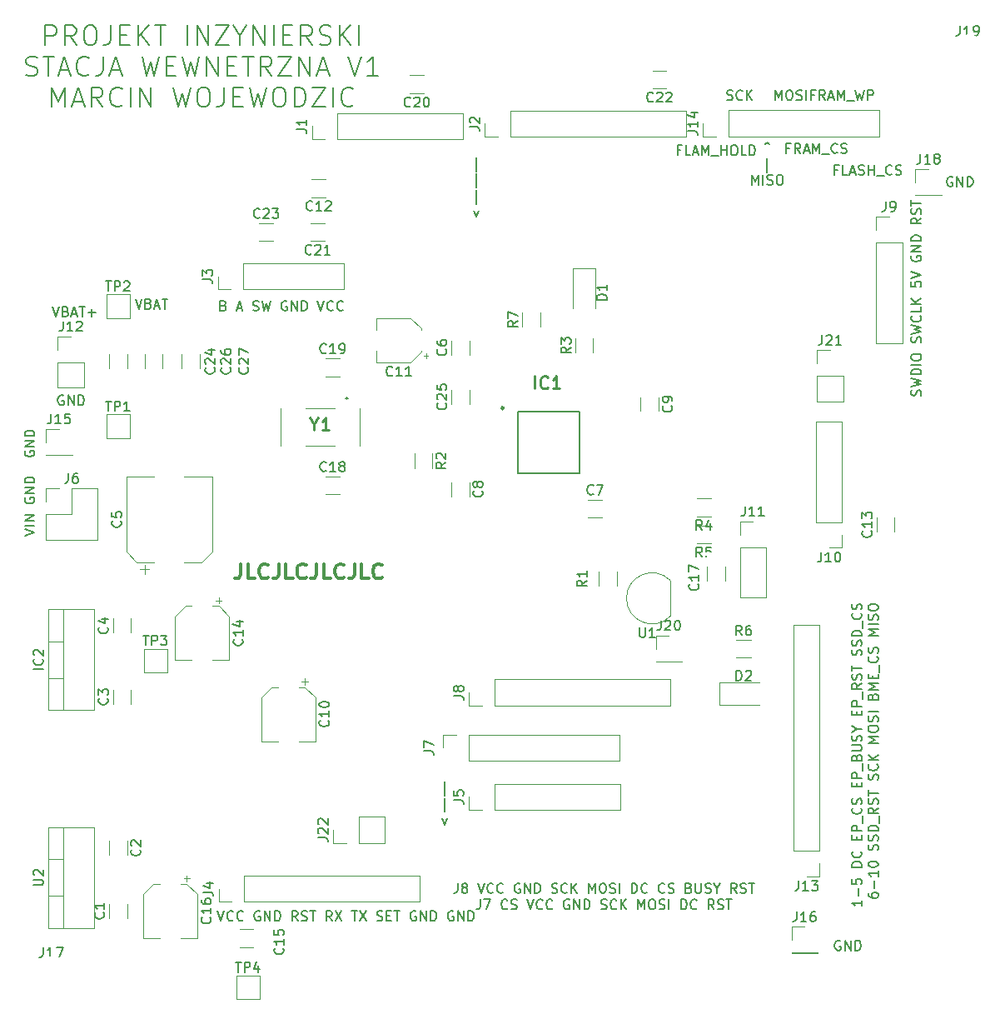
<source format=gto>
%TF.GenerationSoftware,KiCad,Pcbnew,(5.1.12)-1*%
%TF.CreationDate,2022-08-06T16:23:42+02:00*%
%TF.ProjectId,PrototypV1_tx,50726f74-6f74-4797-9056-315f74782e6b,rev?*%
%TF.SameCoordinates,Original*%
%TF.FileFunction,Legend,Top*%
%TF.FilePolarity,Positive*%
%FSLAX46Y46*%
G04 Gerber Fmt 4.6, Leading zero omitted, Abs format (unit mm)*
G04 Created by KiCad (PCBNEW (5.1.12)-1) date 2022-08-06 16:23:42*
%MOMM*%
%LPD*%
G01*
G04 APERTURE LIST*
%ADD10C,0.300000*%
%ADD11C,0.150000*%
%ADD12C,0.120000*%
%ADD13C,0.100000*%
%ADD14C,0.200000*%
%ADD15C,0.250000*%
%ADD16C,0.254000*%
%ADD17O,1.700000X1.700000*%
%ADD18R,1.700000X1.700000*%
%ADD19C,4.000000*%
%ADD20R,2.000000X2.000000*%
%ADD21R,1.300000X1.900000*%
%ADD22O,2.000000X1.905000*%
%ADD23R,2.000000X1.905000*%
%ADD24R,1.500000X1.050000*%
%ADD25O,1.500000X1.050000*%
%ADD26R,0.300000X1.475000*%
%ADD27R,1.475000X0.300000*%
G04 APERTURE END LIST*
D10*
X36671428Y-149978571D02*
X36671428Y-151050000D01*
X36600000Y-151264285D01*
X36457142Y-151407142D01*
X36242857Y-151478571D01*
X36100000Y-151478571D01*
X38100000Y-151478571D02*
X37385714Y-151478571D01*
X37385714Y-149978571D01*
X39457142Y-151335714D02*
X39385714Y-151407142D01*
X39171428Y-151478571D01*
X39028571Y-151478571D01*
X38814285Y-151407142D01*
X38671428Y-151264285D01*
X38600000Y-151121428D01*
X38528571Y-150835714D01*
X38528571Y-150621428D01*
X38600000Y-150335714D01*
X38671428Y-150192857D01*
X38814285Y-150050000D01*
X39028571Y-149978571D01*
X39171428Y-149978571D01*
X39385714Y-150050000D01*
X39457142Y-150121428D01*
X40528571Y-149978571D02*
X40528571Y-151050000D01*
X40457142Y-151264285D01*
X40314285Y-151407142D01*
X40100000Y-151478571D01*
X39957142Y-151478571D01*
X41957142Y-151478571D02*
X41242857Y-151478571D01*
X41242857Y-149978571D01*
X43314285Y-151335714D02*
X43242857Y-151407142D01*
X43028571Y-151478571D01*
X42885714Y-151478571D01*
X42671428Y-151407142D01*
X42528571Y-151264285D01*
X42457142Y-151121428D01*
X42385714Y-150835714D01*
X42385714Y-150621428D01*
X42457142Y-150335714D01*
X42528571Y-150192857D01*
X42671428Y-150050000D01*
X42885714Y-149978571D01*
X43028571Y-149978571D01*
X43242857Y-150050000D01*
X43314285Y-150121428D01*
X44385714Y-149978571D02*
X44385714Y-151050000D01*
X44314285Y-151264285D01*
X44171428Y-151407142D01*
X43957142Y-151478571D01*
X43814285Y-151478571D01*
X45814285Y-151478571D02*
X45100000Y-151478571D01*
X45100000Y-149978571D01*
X47171428Y-151335714D02*
X47100000Y-151407142D01*
X46885714Y-151478571D01*
X46742857Y-151478571D01*
X46528571Y-151407142D01*
X46385714Y-151264285D01*
X46314285Y-151121428D01*
X46242857Y-150835714D01*
X46242857Y-150621428D01*
X46314285Y-150335714D01*
X46385714Y-150192857D01*
X46528571Y-150050000D01*
X46742857Y-149978571D01*
X46885714Y-149978571D01*
X47100000Y-150050000D01*
X47171428Y-150121428D01*
X48242857Y-149978571D02*
X48242857Y-151050000D01*
X48171428Y-151264285D01*
X48028571Y-151407142D01*
X47814285Y-151478571D01*
X47671428Y-151478571D01*
X49671428Y-151478571D02*
X48957142Y-151478571D01*
X48957142Y-149978571D01*
X51028571Y-151335714D02*
X50957142Y-151407142D01*
X50742857Y-151478571D01*
X50600000Y-151478571D01*
X50385714Y-151407142D01*
X50242857Y-151264285D01*
X50171428Y-151121428D01*
X50100000Y-150835714D01*
X50100000Y-150621428D01*
X50171428Y-150335714D01*
X50242857Y-150192857D01*
X50385714Y-150050000D01*
X50600000Y-149978571D01*
X50742857Y-149978571D01*
X50957142Y-150050000D01*
X51028571Y-150121428D01*
D11*
X105804761Y-132880952D02*
X105852380Y-132738095D01*
X105852380Y-132500000D01*
X105804761Y-132404761D01*
X105757142Y-132357142D01*
X105661904Y-132309523D01*
X105566666Y-132309523D01*
X105471428Y-132357142D01*
X105423809Y-132404761D01*
X105376190Y-132500000D01*
X105328571Y-132690476D01*
X105280952Y-132785714D01*
X105233333Y-132833333D01*
X105138095Y-132880952D01*
X105042857Y-132880952D01*
X104947619Y-132833333D01*
X104900000Y-132785714D01*
X104852380Y-132690476D01*
X104852380Y-132452380D01*
X104900000Y-132309523D01*
X104852380Y-131976190D02*
X105852380Y-131738095D01*
X105138095Y-131547619D01*
X105852380Y-131357142D01*
X104852380Y-131119047D01*
X105852380Y-130738095D02*
X104852380Y-130738095D01*
X104852380Y-130500000D01*
X104900000Y-130357142D01*
X104995238Y-130261904D01*
X105090476Y-130214285D01*
X105280952Y-130166666D01*
X105423809Y-130166666D01*
X105614285Y-130214285D01*
X105709523Y-130261904D01*
X105804761Y-130357142D01*
X105852380Y-130500000D01*
X105852380Y-130738095D01*
X105852380Y-129738095D02*
X104852380Y-129738095D01*
X104852380Y-129071428D02*
X104852380Y-128880952D01*
X104900000Y-128785714D01*
X104995238Y-128690476D01*
X105185714Y-128642857D01*
X105519047Y-128642857D01*
X105709523Y-128690476D01*
X105804761Y-128785714D01*
X105852380Y-128880952D01*
X105852380Y-129071428D01*
X105804761Y-129166666D01*
X105709523Y-129261904D01*
X105519047Y-129309523D01*
X105185714Y-129309523D01*
X104995238Y-129261904D01*
X104900000Y-129166666D01*
X104852380Y-129071428D01*
X105804761Y-127500000D02*
X105852380Y-127357142D01*
X105852380Y-127119047D01*
X105804761Y-127023809D01*
X105757142Y-126976190D01*
X105661904Y-126928571D01*
X105566666Y-126928571D01*
X105471428Y-126976190D01*
X105423809Y-127023809D01*
X105376190Y-127119047D01*
X105328571Y-127309523D01*
X105280952Y-127404761D01*
X105233333Y-127452380D01*
X105138095Y-127500000D01*
X105042857Y-127500000D01*
X104947619Y-127452380D01*
X104900000Y-127404761D01*
X104852380Y-127309523D01*
X104852380Y-127071428D01*
X104900000Y-126928571D01*
X104852380Y-126595238D02*
X105852380Y-126357142D01*
X105138095Y-126166666D01*
X105852380Y-125976190D01*
X104852380Y-125738095D01*
X105757142Y-124785714D02*
X105804761Y-124833333D01*
X105852380Y-124976190D01*
X105852380Y-125071428D01*
X105804761Y-125214285D01*
X105709523Y-125309523D01*
X105614285Y-125357142D01*
X105423809Y-125404761D01*
X105280952Y-125404761D01*
X105090476Y-125357142D01*
X104995238Y-125309523D01*
X104900000Y-125214285D01*
X104852380Y-125071428D01*
X104852380Y-124976190D01*
X104900000Y-124833333D01*
X104947619Y-124785714D01*
X105852380Y-123880952D02*
X105852380Y-124357142D01*
X104852380Y-124357142D01*
X105852380Y-123547619D02*
X104852380Y-123547619D01*
X105852380Y-122976190D02*
X105280952Y-123404761D01*
X104852380Y-122976190D02*
X105423809Y-123547619D01*
X104852380Y-121309523D02*
X104852380Y-121785714D01*
X105328571Y-121833333D01*
X105280952Y-121785714D01*
X105233333Y-121690476D01*
X105233333Y-121452380D01*
X105280952Y-121357142D01*
X105328571Y-121309523D01*
X105423809Y-121261904D01*
X105661904Y-121261904D01*
X105757142Y-121309523D01*
X105804761Y-121357142D01*
X105852380Y-121452380D01*
X105852380Y-121690476D01*
X105804761Y-121785714D01*
X105757142Y-121833333D01*
X104852380Y-120976190D02*
X105852380Y-120642857D01*
X104852380Y-120309523D01*
X104900000Y-118690476D02*
X104852380Y-118785714D01*
X104852380Y-118928571D01*
X104900000Y-119071428D01*
X104995238Y-119166666D01*
X105090476Y-119214285D01*
X105280952Y-119261904D01*
X105423809Y-119261904D01*
X105614285Y-119214285D01*
X105709523Y-119166666D01*
X105804761Y-119071428D01*
X105852380Y-118928571D01*
X105852380Y-118833333D01*
X105804761Y-118690476D01*
X105757142Y-118642857D01*
X105423809Y-118642857D01*
X105423809Y-118833333D01*
X105852380Y-118214285D02*
X104852380Y-118214285D01*
X105852380Y-117642857D01*
X104852380Y-117642857D01*
X105852380Y-117166666D02*
X104852380Y-117166666D01*
X104852380Y-116928571D01*
X104900000Y-116785714D01*
X104995238Y-116690476D01*
X105090476Y-116642857D01*
X105280952Y-116595238D01*
X105423809Y-116595238D01*
X105614285Y-116642857D01*
X105709523Y-116690476D01*
X105804761Y-116785714D01*
X105852380Y-116928571D01*
X105852380Y-117166666D01*
X105852380Y-114833333D02*
X105376190Y-115166666D01*
X105852380Y-115404761D02*
X104852380Y-115404761D01*
X104852380Y-115023809D01*
X104900000Y-114928571D01*
X104947619Y-114880952D01*
X105042857Y-114833333D01*
X105185714Y-114833333D01*
X105280952Y-114880952D01*
X105328571Y-114928571D01*
X105376190Y-115023809D01*
X105376190Y-115404761D01*
X105804761Y-114452380D02*
X105852380Y-114309523D01*
X105852380Y-114071428D01*
X105804761Y-113976190D01*
X105757142Y-113928571D01*
X105661904Y-113880952D01*
X105566666Y-113880952D01*
X105471428Y-113928571D01*
X105423809Y-113976190D01*
X105376190Y-114071428D01*
X105328571Y-114261904D01*
X105280952Y-114357142D01*
X105233333Y-114404761D01*
X105138095Y-114452380D01*
X105042857Y-114452380D01*
X104947619Y-114404761D01*
X104900000Y-114357142D01*
X104852380Y-114261904D01*
X104852380Y-114023809D01*
X104900000Y-113880952D01*
X104852380Y-113595238D02*
X104852380Y-113023809D01*
X105852380Y-113309523D02*
X104852380Y-113309523D01*
X34328571Y-185252380D02*
X34661904Y-186252380D01*
X34995238Y-185252380D01*
X35899999Y-186157142D02*
X35852380Y-186204761D01*
X35709523Y-186252380D01*
X35614285Y-186252380D01*
X35471428Y-186204761D01*
X35376190Y-186109523D01*
X35328571Y-186014285D01*
X35280952Y-185823809D01*
X35280952Y-185680952D01*
X35328571Y-185490476D01*
X35376190Y-185395238D01*
X35471428Y-185300000D01*
X35614285Y-185252380D01*
X35709523Y-185252380D01*
X35852380Y-185300000D01*
X35899999Y-185347619D01*
X36899999Y-186157142D02*
X36852380Y-186204761D01*
X36709523Y-186252380D01*
X36614285Y-186252380D01*
X36471428Y-186204761D01*
X36376190Y-186109523D01*
X36328571Y-186014285D01*
X36280952Y-185823809D01*
X36280952Y-185680952D01*
X36328571Y-185490476D01*
X36376190Y-185395238D01*
X36471428Y-185300000D01*
X36614285Y-185252380D01*
X36709523Y-185252380D01*
X36852380Y-185300000D01*
X36899999Y-185347619D01*
X38614285Y-185300000D02*
X38519047Y-185252380D01*
X38376190Y-185252380D01*
X38233333Y-185300000D01*
X38138095Y-185395238D01*
X38090476Y-185490476D01*
X38042857Y-185680952D01*
X38042857Y-185823809D01*
X38090476Y-186014285D01*
X38138095Y-186109523D01*
X38233333Y-186204761D01*
X38376190Y-186252380D01*
X38471428Y-186252380D01*
X38614285Y-186204761D01*
X38661904Y-186157142D01*
X38661904Y-185823809D01*
X38471428Y-185823809D01*
X39090476Y-186252380D02*
X39090476Y-185252380D01*
X39661904Y-186252380D01*
X39661904Y-185252380D01*
X40138095Y-186252380D02*
X40138095Y-185252380D01*
X40376190Y-185252380D01*
X40519047Y-185300000D01*
X40614285Y-185395238D01*
X40661904Y-185490476D01*
X40709523Y-185680952D01*
X40709523Y-185823809D01*
X40661904Y-186014285D01*
X40614285Y-186109523D01*
X40519047Y-186204761D01*
X40376190Y-186252380D01*
X40138095Y-186252380D01*
X42471428Y-186252380D02*
X42138095Y-185776190D01*
X41899999Y-186252380D02*
X41899999Y-185252380D01*
X42280952Y-185252380D01*
X42376190Y-185300000D01*
X42423809Y-185347619D01*
X42471428Y-185442857D01*
X42471428Y-185585714D01*
X42423809Y-185680952D01*
X42376190Y-185728571D01*
X42280952Y-185776190D01*
X41899999Y-185776190D01*
X42852380Y-186204761D02*
X42995238Y-186252380D01*
X43233333Y-186252380D01*
X43328571Y-186204761D01*
X43376190Y-186157142D01*
X43423809Y-186061904D01*
X43423809Y-185966666D01*
X43376190Y-185871428D01*
X43328571Y-185823809D01*
X43233333Y-185776190D01*
X43042857Y-185728571D01*
X42947619Y-185680952D01*
X42900000Y-185633333D01*
X42852380Y-185538095D01*
X42852380Y-185442857D01*
X42900000Y-185347619D01*
X42947619Y-185300000D01*
X43042857Y-185252380D01*
X43280952Y-185252380D01*
X43423809Y-185300000D01*
X43709523Y-185252380D02*
X44280952Y-185252380D01*
X43995238Y-186252380D02*
X43995238Y-185252380D01*
X45947619Y-186252380D02*
X45614285Y-185776190D01*
X45376190Y-186252380D02*
X45376190Y-185252380D01*
X45757142Y-185252380D01*
X45852380Y-185300000D01*
X45899999Y-185347619D01*
X45947619Y-185442857D01*
X45947619Y-185585714D01*
X45899999Y-185680952D01*
X45852380Y-185728571D01*
X45757142Y-185776190D01*
X45376190Y-185776190D01*
X46280952Y-185252380D02*
X46947619Y-186252380D01*
X46947619Y-185252380D02*
X46280952Y-186252380D01*
X47947619Y-185252380D02*
X48519047Y-185252380D01*
X48233333Y-186252380D02*
X48233333Y-185252380D01*
X48757142Y-185252380D02*
X49423809Y-186252380D01*
X49423809Y-185252380D02*
X48757142Y-186252380D01*
X50519047Y-186204761D02*
X50661904Y-186252380D01*
X50899999Y-186252380D01*
X50995238Y-186204761D01*
X51042857Y-186157142D01*
X51090476Y-186061904D01*
X51090476Y-185966666D01*
X51042857Y-185871428D01*
X50995238Y-185823809D01*
X50899999Y-185776190D01*
X50709523Y-185728571D01*
X50614285Y-185680952D01*
X50566666Y-185633333D01*
X50519047Y-185538095D01*
X50519047Y-185442857D01*
X50566666Y-185347619D01*
X50614285Y-185300000D01*
X50709523Y-185252380D01*
X50947619Y-185252380D01*
X51090476Y-185300000D01*
X51519047Y-185728571D02*
X51852380Y-185728571D01*
X51995238Y-186252380D02*
X51519047Y-186252380D01*
X51519047Y-185252380D01*
X51995238Y-185252380D01*
X52280952Y-185252380D02*
X52852380Y-185252380D01*
X52566666Y-186252380D02*
X52566666Y-185252380D01*
X54471428Y-185300000D02*
X54376190Y-185252380D01*
X54233333Y-185252380D01*
X54090476Y-185300000D01*
X53995238Y-185395238D01*
X53947619Y-185490476D01*
X53899999Y-185680952D01*
X53899999Y-185823809D01*
X53947619Y-186014285D01*
X53995238Y-186109523D01*
X54090476Y-186204761D01*
X54233333Y-186252380D01*
X54328571Y-186252380D01*
X54471428Y-186204761D01*
X54519047Y-186157142D01*
X54519047Y-185823809D01*
X54328571Y-185823809D01*
X54947619Y-186252380D02*
X54947619Y-185252380D01*
X55519047Y-186252380D01*
X55519047Y-185252380D01*
X55995238Y-186252380D02*
X55995238Y-185252380D01*
X56233333Y-185252380D01*
X56376190Y-185300000D01*
X56471428Y-185395238D01*
X56519047Y-185490476D01*
X56566666Y-185680952D01*
X56566666Y-185823809D01*
X56519047Y-186014285D01*
X56471428Y-186109523D01*
X56376190Y-186204761D01*
X56233333Y-186252380D01*
X55995238Y-186252380D01*
X58280952Y-185300000D02*
X58185714Y-185252380D01*
X58042857Y-185252380D01*
X57899999Y-185300000D01*
X57804761Y-185395238D01*
X57757142Y-185490476D01*
X57709523Y-185680952D01*
X57709523Y-185823809D01*
X57757142Y-186014285D01*
X57804761Y-186109523D01*
X57899999Y-186204761D01*
X58042857Y-186252380D01*
X58138095Y-186252380D01*
X58280952Y-186204761D01*
X58328571Y-186157142D01*
X58328571Y-185823809D01*
X58138095Y-185823809D01*
X58757142Y-186252380D02*
X58757142Y-185252380D01*
X59328571Y-186252380D01*
X59328571Y-185252380D01*
X59804761Y-186252380D02*
X59804761Y-185252380D01*
X60042857Y-185252380D01*
X60185714Y-185300000D01*
X60280952Y-185395238D01*
X60328571Y-185490476D01*
X60376190Y-185680952D01*
X60376190Y-185823809D01*
X60328571Y-186014285D01*
X60280952Y-186109523D01*
X60185714Y-186204761D01*
X60042857Y-186252380D01*
X59804761Y-186252380D01*
X16797619Y-97254761D02*
X16797619Y-95254761D01*
X17559523Y-95254761D01*
X17750000Y-95350000D01*
X17845238Y-95445238D01*
X17940476Y-95635714D01*
X17940476Y-95921428D01*
X17845238Y-96111904D01*
X17750000Y-96207142D01*
X17559523Y-96302380D01*
X16797619Y-96302380D01*
X19940476Y-97254761D02*
X19273809Y-96302380D01*
X18797619Y-97254761D02*
X18797619Y-95254761D01*
X19559523Y-95254761D01*
X19750000Y-95350000D01*
X19845238Y-95445238D01*
X19940476Y-95635714D01*
X19940476Y-95921428D01*
X19845238Y-96111904D01*
X19750000Y-96207142D01*
X19559523Y-96302380D01*
X18797619Y-96302380D01*
X21178571Y-95254761D02*
X21559523Y-95254761D01*
X21750000Y-95350000D01*
X21940476Y-95540476D01*
X22035714Y-95921428D01*
X22035714Y-96588095D01*
X21940476Y-96969047D01*
X21750000Y-97159523D01*
X21559523Y-97254761D01*
X21178571Y-97254761D01*
X20988095Y-97159523D01*
X20797619Y-96969047D01*
X20702380Y-96588095D01*
X20702380Y-95921428D01*
X20797619Y-95540476D01*
X20988095Y-95350000D01*
X21178571Y-95254761D01*
X23464285Y-95254761D02*
X23464285Y-96683333D01*
X23369047Y-96969047D01*
X23178571Y-97159523D01*
X22892857Y-97254761D01*
X22702380Y-97254761D01*
X24416666Y-96207142D02*
X25083333Y-96207142D01*
X25369047Y-97254761D02*
X24416666Y-97254761D01*
X24416666Y-95254761D01*
X25369047Y-95254761D01*
X26226190Y-97254761D02*
X26226190Y-95254761D01*
X27369047Y-97254761D02*
X26511904Y-96111904D01*
X27369047Y-95254761D02*
X26226190Y-96397619D01*
X27940476Y-95254761D02*
X29083333Y-95254761D01*
X28511904Y-97254761D02*
X28511904Y-95254761D01*
X31273809Y-97254761D02*
X31273809Y-95254761D01*
X32226190Y-97254761D02*
X32226190Y-95254761D01*
X33369047Y-97254761D01*
X33369047Y-95254761D01*
X34130952Y-95254761D02*
X35464285Y-95254761D01*
X34130952Y-97254761D01*
X35464285Y-97254761D01*
X36607142Y-96302380D02*
X36607142Y-97254761D01*
X35940476Y-95254761D02*
X36607142Y-96302380D01*
X37273809Y-95254761D01*
X37940476Y-97254761D02*
X37940476Y-95254761D01*
X39083333Y-97254761D01*
X39083333Y-95254761D01*
X40035714Y-97254761D02*
X40035714Y-95254761D01*
X40988095Y-96207142D02*
X41654761Y-96207142D01*
X41940476Y-97254761D02*
X40988095Y-97254761D01*
X40988095Y-95254761D01*
X41940476Y-95254761D01*
X43940476Y-97254761D02*
X43273809Y-96302380D01*
X42797619Y-97254761D02*
X42797619Y-95254761D01*
X43559523Y-95254761D01*
X43749999Y-95350000D01*
X43845238Y-95445238D01*
X43940476Y-95635714D01*
X43940476Y-95921428D01*
X43845238Y-96111904D01*
X43749999Y-96207142D01*
X43559523Y-96302380D01*
X42797619Y-96302380D01*
X44702380Y-97159523D02*
X44988095Y-97254761D01*
X45464285Y-97254761D01*
X45654761Y-97159523D01*
X45749999Y-97064285D01*
X45845238Y-96873809D01*
X45845238Y-96683333D01*
X45749999Y-96492857D01*
X45654761Y-96397619D01*
X45464285Y-96302380D01*
X45083333Y-96207142D01*
X44892857Y-96111904D01*
X44797619Y-96016666D01*
X44702380Y-95826190D01*
X44702380Y-95635714D01*
X44797619Y-95445238D01*
X44892857Y-95350000D01*
X45083333Y-95254761D01*
X45559523Y-95254761D01*
X45845238Y-95350000D01*
X46702380Y-97254761D02*
X46702380Y-95254761D01*
X47845238Y-97254761D02*
X46988095Y-96111904D01*
X47845238Y-95254761D02*
X46702380Y-96397619D01*
X48702380Y-97254761D02*
X48702380Y-95254761D01*
X14845238Y-100309523D02*
X15130952Y-100404761D01*
X15607142Y-100404761D01*
X15797619Y-100309523D01*
X15892857Y-100214285D01*
X15988095Y-100023809D01*
X15988095Y-99833333D01*
X15892857Y-99642857D01*
X15797619Y-99547619D01*
X15607142Y-99452380D01*
X15226190Y-99357142D01*
X15035714Y-99261904D01*
X14940476Y-99166666D01*
X14845238Y-98976190D01*
X14845238Y-98785714D01*
X14940476Y-98595238D01*
X15035714Y-98500000D01*
X15226190Y-98404761D01*
X15702380Y-98404761D01*
X15988095Y-98500000D01*
X16559523Y-98404761D02*
X17702380Y-98404761D01*
X17130952Y-100404761D02*
X17130952Y-98404761D01*
X18273809Y-99833333D02*
X19226190Y-99833333D01*
X18083333Y-100404761D02*
X18750000Y-98404761D01*
X19416666Y-100404761D01*
X21226190Y-100214285D02*
X21130952Y-100309523D01*
X20845238Y-100404761D01*
X20654761Y-100404761D01*
X20369047Y-100309523D01*
X20178571Y-100119047D01*
X20083333Y-99928571D01*
X19988095Y-99547619D01*
X19988095Y-99261904D01*
X20083333Y-98880952D01*
X20178571Y-98690476D01*
X20369047Y-98500000D01*
X20654761Y-98404761D01*
X20845238Y-98404761D01*
X21130952Y-98500000D01*
X21226190Y-98595238D01*
X22654761Y-98404761D02*
X22654761Y-99833333D01*
X22559523Y-100119047D01*
X22369047Y-100309523D01*
X22083333Y-100404761D01*
X21892857Y-100404761D01*
X23511904Y-99833333D02*
X24464285Y-99833333D01*
X23321428Y-100404761D02*
X23988095Y-98404761D01*
X24654761Y-100404761D01*
X26654761Y-98404761D02*
X27130952Y-100404761D01*
X27511904Y-98976190D01*
X27892857Y-100404761D01*
X28369047Y-98404761D01*
X29130952Y-99357142D02*
X29797619Y-99357142D01*
X30083333Y-100404761D02*
X29130952Y-100404761D01*
X29130952Y-98404761D01*
X30083333Y-98404761D01*
X30750000Y-98404761D02*
X31226190Y-100404761D01*
X31607142Y-98976190D01*
X31988095Y-100404761D01*
X32464285Y-98404761D01*
X33226190Y-100404761D02*
X33226190Y-98404761D01*
X34369047Y-100404761D01*
X34369047Y-98404761D01*
X35321428Y-99357142D02*
X35988095Y-99357142D01*
X36273809Y-100404761D02*
X35321428Y-100404761D01*
X35321428Y-98404761D01*
X36273809Y-98404761D01*
X36845238Y-98404761D02*
X37988095Y-98404761D01*
X37416666Y-100404761D02*
X37416666Y-98404761D01*
X39797619Y-100404761D02*
X39130952Y-99452380D01*
X38654761Y-100404761D02*
X38654761Y-98404761D01*
X39416666Y-98404761D01*
X39607142Y-98500000D01*
X39702380Y-98595238D01*
X39797619Y-98785714D01*
X39797619Y-99071428D01*
X39702380Y-99261904D01*
X39607142Y-99357142D01*
X39416666Y-99452380D01*
X38654761Y-99452380D01*
X40464285Y-98404761D02*
X41797619Y-98404761D01*
X40464285Y-100404761D01*
X41797619Y-100404761D01*
X42559523Y-100404761D02*
X42559523Y-98404761D01*
X43702380Y-100404761D01*
X43702380Y-98404761D01*
X44559523Y-99833333D02*
X45511904Y-99833333D01*
X44369047Y-100404761D02*
X45035714Y-98404761D01*
X45702380Y-100404761D01*
X47607142Y-98404761D02*
X48273809Y-100404761D01*
X48940476Y-98404761D01*
X50654761Y-100404761D02*
X49511904Y-100404761D01*
X50083333Y-100404761D02*
X50083333Y-98404761D01*
X49892857Y-98690476D01*
X49702380Y-98880952D01*
X49511904Y-98976190D01*
X17464285Y-103554761D02*
X17464285Y-101554761D01*
X18130952Y-102983333D01*
X18797619Y-101554761D01*
X18797619Y-103554761D01*
X19654761Y-102983333D02*
X20607142Y-102983333D01*
X19464285Y-103554761D02*
X20130952Y-101554761D01*
X20797619Y-103554761D01*
X22607142Y-103554761D02*
X21940476Y-102602380D01*
X21464285Y-103554761D02*
X21464285Y-101554761D01*
X22226190Y-101554761D01*
X22416666Y-101650000D01*
X22511904Y-101745238D01*
X22607142Y-101935714D01*
X22607142Y-102221428D01*
X22511904Y-102411904D01*
X22416666Y-102507142D01*
X22226190Y-102602380D01*
X21464285Y-102602380D01*
X24607142Y-103364285D02*
X24511904Y-103459523D01*
X24226190Y-103554761D01*
X24035714Y-103554761D01*
X23750000Y-103459523D01*
X23559523Y-103269047D01*
X23464285Y-103078571D01*
X23369047Y-102697619D01*
X23369047Y-102411904D01*
X23464285Y-102030952D01*
X23559523Y-101840476D01*
X23750000Y-101650000D01*
X24035714Y-101554761D01*
X24226190Y-101554761D01*
X24511904Y-101650000D01*
X24607142Y-101745238D01*
X25464285Y-103554761D02*
X25464285Y-101554761D01*
X26416666Y-103554761D02*
X26416666Y-101554761D01*
X27559523Y-103554761D01*
X27559523Y-101554761D01*
X29845238Y-101554761D02*
X30321428Y-103554761D01*
X30702380Y-102126190D01*
X31083333Y-103554761D01*
X31559523Y-101554761D01*
X32702380Y-101554761D02*
X33083333Y-101554761D01*
X33273809Y-101650000D01*
X33464285Y-101840476D01*
X33559523Y-102221428D01*
X33559523Y-102888095D01*
X33464285Y-103269047D01*
X33273809Y-103459523D01*
X33083333Y-103554761D01*
X32702380Y-103554761D01*
X32511904Y-103459523D01*
X32321428Y-103269047D01*
X32226190Y-102888095D01*
X32226190Y-102221428D01*
X32321428Y-101840476D01*
X32511904Y-101650000D01*
X32702380Y-101554761D01*
X34988095Y-101554761D02*
X34988095Y-102983333D01*
X34892857Y-103269047D01*
X34702380Y-103459523D01*
X34416666Y-103554761D01*
X34226190Y-103554761D01*
X35940476Y-102507142D02*
X36607142Y-102507142D01*
X36892857Y-103554761D02*
X35940476Y-103554761D01*
X35940476Y-101554761D01*
X36892857Y-101554761D01*
X37559523Y-101554761D02*
X38035714Y-103554761D01*
X38416666Y-102126190D01*
X38797619Y-103554761D01*
X39273809Y-101554761D01*
X40416666Y-101554761D02*
X40797619Y-101554761D01*
X40988095Y-101650000D01*
X41178571Y-101840476D01*
X41273809Y-102221428D01*
X41273809Y-102888095D01*
X41178571Y-103269047D01*
X40988095Y-103459523D01*
X40797619Y-103554761D01*
X40416666Y-103554761D01*
X40226190Y-103459523D01*
X40035714Y-103269047D01*
X39940476Y-102888095D01*
X39940476Y-102221428D01*
X40035714Y-101840476D01*
X40226190Y-101650000D01*
X40416666Y-101554761D01*
X42130952Y-103554761D02*
X42130952Y-101554761D01*
X42607142Y-101554761D01*
X42892857Y-101650000D01*
X43083333Y-101840476D01*
X43178571Y-102030952D01*
X43273809Y-102411904D01*
X43273809Y-102697619D01*
X43178571Y-103078571D01*
X43083333Y-103269047D01*
X42892857Y-103459523D01*
X42607142Y-103554761D01*
X42130952Y-103554761D01*
X43940476Y-101554761D02*
X45273809Y-101554761D01*
X43940476Y-103554761D01*
X45273809Y-103554761D01*
X46035714Y-103554761D02*
X46035714Y-101554761D01*
X48130952Y-103364285D02*
X48035714Y-103459523D01*
X47749999Y-103554761D01*
X47559523Y-103554761D01*
X47273809Y-103459523D01*
X47083333Y-103269047D01*
X46988095Y-103078571D01*
X46892857Y-102697619D01*
X46892857Y-102411904D01*
X46988095Y-102030952D01*
X47083333Y-101840476D01*
X47273809Y-101650000D01*
X47559523Y-101554761D01*
X47749999Y-101554761D01*
X48035714Y-101650000D01*
X48130952Y-101745238D01*
X14702380Y-147095238D02*
X15702380Y-146761904D01*
X14702380Y-146428571D01*
X15702380Y-146095238D02*
X14702380Y-146095238D01*
X15702380Y-145619047D02*
X14702380Y-145619047D01*
X15702380Y-145047619D01*
X14702380Y-145047619D01*
X14750000Y-143261904D02*
X14702380Y-143357142D01*
X14702380Y-143500000D01*
X14750000Y-143642857D01*
X14845238Y-143738095D01*
X14940476Y-143785714D01*
X15130952Y-143833333D01*
X15273809Y-143833333D01*
X15464285Y-143785714D01*
X15559523Y-143738095D01*
X15654761Y-143642857D01*
X15702380Y-143500000D01*
X15702380Y-143404761D01*
X15654761Y-143261904D01*
X15607142Y-143214285D01*
X15273809Y-143214285D01*
X15273809Y-143404761D01*
X15702380Y-142785714D02*
X14702380Y-142785714D01*
X15702380Y-142214285D01*
X14702380Y-142214285D01*
X15702380Y-141738095D02*
X14702380Y-141738095D01*
X14702380Y-141500000D01*
X14750000Y-141357142D01*
X14845238Y-141261904D01*
X14940476Y-141214285D01*
X15130952Y-141166666D01*
X15273809Y-141166666D01*
X15464285Y-141214285D01*
X15559523Y-141261904D01*
X15654761Y-141357142D01*
X15702380Y-141500000D01*
X15702380Y-141738095D01*
X14750000Y-138511904D02*
X14702380Y-138607142D01*
X14702380Y-138750000D01*
X14750000Y-138892857D01*
X14845238Y-138988095D01*
X14940476Y-139035714D01*
X15130952Y-139083333D01*
X15273809Y-139083333D01*
X15464285Y-139035714D01*
X15559523Y-138988095D01*
X15654761Y-138892857D01*
X15702380Y-138750000D01*
X15702380Y-138654761D01*
X15654761Y-138511904D01*
X15607142Y-138464285D01*
X15273809Y-138464285D01*
X15273809Y-138654761D01*
X15702380Y-138035714D02*
X14702380Y-138035714D01*
X15702380Y-137464285D01*
X14702380Y-137464285D01*
X15702380Y-136988095D02*
X14702380Y-136988095D01*
X14702380Y-136750000D01*
X14750000Y-136607142D01*
X14845238Y-136511904D01*
X14940476Y-136464285D01*
X15130952Y-136416666D01*
X15273809Y-136416666D01*
X15464285Y-136464285D01*
X15559523Y-136511904D01*
X15654761Y-136607142D01*
X15702380Y-136750000D01*
X15702380Y-136988095D01*
X97638095Y-188300000D02*
X97542857Y-188252380D01*
X97400000Y-188252380D01*
X97257142Y-188300000D01*
X97161904Y-188395238D01*
X97114285Y-188490476D01*
X97066666Y-188680952D01*
X97066666Y-188823809D01*
X97114285Y-189014285D01*
X97161904Y-189109523D01*
X97257142Y-189204761D01*
X97400000Y-189252380D01*
X97495238Y-189252380D01*
X97638095Y-189204761D01*
X97685714Y-189157142D01*
X97685714Y-188823809D01*
X97495238Y-188823809D01*
X98114285Y-189252380D02*
X98114285Y-188252380D01*
X98685714Y-189252380D01*
X98685714Y-188252380D01*
X99161904Y-189252380D02*
X99161904Y-188252380D01*
X99400000Y-188252380D01*
X99542857Y-188300000D01*
X99638095Y-188395238D01*
X99685714Y-188490476D01*
X99733333Y-188680952D01*
X99733333Y-188823809D01*
X99685714Y-189014285D01*
X99638095Y-189109523D01*
X99542857Y-189204761D01*
X99400000Y-189252380D01*
X99161904Y-189252380D01*
X109038095Y-110700000D02*
X108942857Y-110652380D01*
X108800000Y-110652380D01*
X108657142Y-110700000D01*
X108561904Y-110795238D01*
X108514285Y-110890476D01*
X108466666Y-111080952D01*
X108466666Y-111223809D01*
X108514285Y-111414285D01*
X108561904Y-111509523D01*
X108657142Y-111604761D01*
X108800000Y-111652380D01*
X108895238Y-111652380D01*
X109038095Y-111604761D01*
X109085714Y-111557142D01*
X109085714Y-111223809D01*
X108895238Y-111223809D01*
X109514285Y-111652380D02*
X109514285Y-110652380D01*
X110085714Y-111652380D01*
X110085714Y-110652380D01*
X110561904Y-111652380D02*
X110561904Y-110652380D01*
X110800000Y-110652380D01*
X110942857Y-110700000D01*
X111038095Y-110795238D01*
X111085714Y-110890476D01*
X111133333Y-111080952D01*
X111133333Y-111223809D01*
X111085714Y-111414285D01*
X111038095Y-111509523D01*
X110942857Y-111604761D01*
X110800000Y-111652380D01*
X110561904Y-111652380D01*
X25957142Y-123052380D02*
X26290476Y-124052380D01*
X26623809Y-123052380D01*
X27290476Y-123528571D02*
X27433333Y-123576190D01*
X27480952Y-123623809D01*
X27528571Y-123719047D01*
X27528571Y-123861904D01*
X27480952Y-123957142D01*
X27433333Y-124004761D01*
X27338095Y-124052380D01*
X26957142Y-124052380D01*
X26957142Y-123052380D01*
X27290476Y-123052380D01*
X27385714Y-123100000D01*
X27433333Y-123147619D01*
X27480952Y-123242857D01*
X27480952Y-123338095D01*
X27433333Y-123433333D01*
X27385714Y-123480952D01*
X27290476Y-123528571D01*
X26957142Y-123528571D01*
X27909523Y-123766666D02*
X28385714Y-123766666D01*
X27814285Y-124052380D02*
X28147619Y-123052380D01*
X28480952Y-124052380D01*
X28671428Y-123052380D02*
X29242857Y-123052380D01*
X28957142Y-124052380D02*
X28957142Y-123052380D01*
X18638095Y-132900000D02*
X18542857Y-132852380D01*
X18400000Y-132852380D01*
X18257142Y-132900000D01*
X18161904Y-132995238D01*
X18114285Y-133090476D01*
X18066666Y-133280952D01*
X18066666Y-133423809D01*
X18114285Y-133614285D01*
X18161904Y-133709523D01*
X18257142Y-133804761D01*
X18400000Y-133852380D01*
X18495238Y-133852380D01*
X18638095Y-133804761D01*
X18685714Y-133757142D01*
X18685714Y-133423809D01*
X18495238Y-133423809D01*
X19114285Y-133852380D02*
X19114285Y-132852380D01*
X19685714Y-133852380D01*
X19685714Y-132852380D01*
X20161904Y-133852380D02*
X20161904Y-132852380D01*
X20400000Y-132852380D01*
X20542857Y-132900000D01*
X20638095Y-132995238D01*
X20685714Y-133090476D01*
X20733333Y-133280952D01*
X20733333Y-133423809D01*
X20685714Y-133614285D01*
X20638095Y-133709523D01*
X20542857Y-133804761D01*
X20400000Y-133852380D01*
X20161904Y-133852380D01*
X17538095Y-123852380D02*
X17871428Y-124852380D01*
X18204761Y-123852380D01*
X18871428Y-124328571D02*
X19014285Y-124376190D01*
X19061904Y-124423809D01*
X19109523Y-124519047D01*
X19109523Y-124661904D01*
X19061904Y-124757142D01*
X19014285Y-124804761D01*
X18919047Y-124852380D01*
X18538095Y-124852380D01*
X18538095Y-123852380D01*
X18871428Y-123852380D01*
X18966666Y-123900000D01*
X19014285Y-123947619D01*
X19061904Y-124042857D01*
X19061904Y-124138095D01*
X19014285Y-124233333D01*
X18966666Y-124280952D01*
X18871428Y-124328571D01*
X18538095Y-124328571D01*
X19490476Y-124566666D02*
X19966666Y-124566666D01*
X19395238Y-124852380D02*
X19728571Y-123852380D01*
X20061904Y-124852380D01*
X20252380Y-123852380D02*
X20823809Y-123852380D01*
X20538095Y-124852380D02*
X20538095Y-123852380D01*
X21157142Y-124471428D02*
X21919047Y-124471428D01*
X21538095Y-124852380D02*
X21538095Y-124090476D01*
X60600000Y-110110714D02*
X60600000Y-108682142D01*
X60600000Y-111760714D02*
X60600000Y-110332142D01*
X60600000Y-113410714D02*
X60600000Y-111982142D01*
X60361904Y-114060714D02*
X60600000Y-114727380D01*
X60838095Y-114060714D01*
X90009523Y-107322619D02*
X90200000Y-107179761D01*
X90390476Y-107322619D01*
X90200000Y-110210714D02*
X90200000Y-108782142D01*
X97352380Y-109928571D02*
X97019047Y-109928571D01*
X97019047Y-110452380D02*
X97019047Y-109452380D01*
X97495238Y-109452380D01*
X98352380Y-110452380D02*
X97876190Y-110452380D01*
X97876190Y-109452380D01*
X98638095Y-110166666D02*
X99114285Y-110166666D01*
X98542857Y-110452380D02*
X98876190Y-109452380D01*
X99209523Y-110452380D01*
X99495238Y-110404761D02*
X99638095Y-110452380D01*
X99876190Y-110452380D01*
X99971428Y-110404761D01*
X100019047Y-110357142D01*
X100066666Y-110261904D01*
X100066666Y-110166666D01*
X100019047Y-110071428D01*
X99971428Y-110023809D01*
X99876190Y-109976190D01*
X99685714Y-109928571D01*
X99590476Y-109880952D01*
X99542857Y-109833333D01*
X99495238Y-109738095D01*
X99495238Y-109642857D01*
X99542857Y-109547619D01*
X99590476Y-109500000D01*
X99685714Y-109452380D01*
X99923809Y-109452380D01*
X100066666Y-109500000D01*
X100495238Y-110452380D02*
X100495238Y-109452380D01*
X100495238Y-109928571D02*
X101066666Y-109928571D01*
X101066666Y-110452380D02*
X101066666Y-109452380D01*
X101304761Y-110547619D02*
X102066666Y-110547619D01*
X102876190Y-110357142D02*
X102828571Y-110404761D01*
X102685714Y-110452380D01*
X102590476Y-110452380D01*
X102447619Y-110404761D01*
X102352380Y-110309523D01*
X102304761Y-110214285D01*
X102257142Y-110023809D01*
X102257142Y-109880952D01*
X102304761Y-109690476D01*
X102352380Y-109595238D01*
X102447619Y-109500000D01*
X102590476Y-109452380D01*
X102685714Y-109452380D01*
X102828571Y-109500000D01*
X102876190Y-109547619D01*
X103257142Y-110404761D02*
X103400000Y-110452380D01*
X103638095Y-110452380D01*
X103733333Y-110404761D01*
X103780952Y-110357142D01*
X103828571Y-110261904D01*
X103828571Y-110166666D01*
X103780952Y-110071428D01*
X103733333Y-110023809D01*
X103638095Y-109976190D01*
X103447619Y-109928571D01*
X103352380Y-109880952D01*
X103304761Y-109833333D01*
X103257142Y-109738095D01*
X103257142Y-109642857D01*
X103304761Y-109547619D01*
X103352380Y-109500000D01*
X103447619Y-109452380D01*
X103685714Y-109452380D01*
X103828571Y-109500000D01*
X94990476Y-102328571D02*
X94657142Y-102328571D01*
X94657142Y-102852380D02*
X94657142Y-101852380D01*
X95133333Y-101852380D01*
X96085714Y-102852380D02*
X95752380Y-102376190D01*
X95514285Y-102852380D02*
X95514285Y-101852380D01*
X95895238Y-101852380D01*
X95990476Y-101900000D01*
X96038095Y-101947619D01*
X96085714Y-102042857D01*
X96085714Y-102185714D01*
X96038095Y-102280952D01*
X95990476Y-102328571D01*
X95895238Y-102376190D01*
X95514285Y-102376190D01*
X96466666Y-102566666D02*
X96942857Y-102566666D01*
X96371428Y-102852380D02*
X96704761Y-101852380D01*
X97038095Y-102852380D01*
X97371428Y-102852380D02*
X97371428Y-101852380D01*
X97704761Y-102566666D01*
X98038095Y-101852380D01*
X98038095Y-102852380D01*
X98276190Y-102947619D02*
X99038095Y-102947619D01*
X99180952Y-101852380D02*
X99419047Y-102852380D01*
X99609523Y-102138095D01*
X99800000Y-102852380D01*
X100038095Y-101852380D01*
X100419047Y-102852380D02*
X100419047Y-101852380D01*
X100800000Y-101852380D01*
X100895238Y-101900000D01*
X100942857Y-101947619D01*
X100990476Y-102042857D01*
X100990476Y-102185714D01*
X100942857Y-102280952D01*
X100895238Y-102328571D01*
X100800000Y-102376190D01*
X100419047Y-102376190D01*
X92485714Y-107728571D02*
X92152380Y-107728571D01*
X92152380Y-108252380D02*
X92152380Y-107252380D01*
X92628571Y-107252380D01*
X93580952Y-108252380D02*
X93247619Y-107776190D01*
X93009523Y-108252380D02*
X93009523Y-107252380D01*
X93390476Y-107252380D01*
X93485714Y-107300000D01*
X93533333Y-107347619D01*
X93580952Y-107442857D01*
X93580952Y-107585714D01*
X93533333Y-107680952D01*
X93485714Y-107728571D01*
X93390476Y-107776190D01*
X93009523Y-107776190D01*
X93961904Y-107966666D02*
X94438095Y-107966666D01*
X93866666Y-108252380D02*
X94200000Y-107252380D01*
X94533333Y-108252380D01*
X94866666Y-108252380D02*
X94866666Y-107252380D01*
X95200000Y-107966666D01*
X95533333Y-107252380D01*
X95533333Y-108252380D01*
X95771428Y-108347619D02*
X96533333Y-108347619D01*
X97342857Y-108157142D02*
X97295238Y-108204761D01*
X97152380Y-108252380D01*
X97057142Y-108252380D01*
X96914285Y-108204761D01*
X96819047Y-108109523D01*
X96771428Y-108014285D01*
X96723809Y-107823809D01*
X96723809Y-107680952D01*
X96771428Y-107490476D01*
X96819047Y-107395238D01*
X96914285Y-107300000D01*
X97057142Y-107252380D01*
X97152380Y-107252380D01*
X97295238Y-107300000D01*
X97342857Y-107347619D01*
X97723809Y-108204761D02*
X97866666Y-108252380D01*
X98104761Y-108252380D01*
X98200000Y-108204761D01*
X98247619Y-108157142D01*
X98295238Y-108061904D01*
X98295238Y-107966666D01*
X98247619Y-107871428D01*
X98200000Y-107823809D01*
X98104761Y-107776190D01*
X97914285Y-107728571D01*
X97819047Y-107680952D01*
X97771428Y-107633333D01*
X97723809Y-107538095D01*
X97723809Y-107442857D01*
X97771428Y-107347619D01*
X97819047Y-107300000D01*
X97914285Y-107252380D01*
X98152380Y-107252380D01*
X98295238Y-107300000D01*
X91028571Y-102852380D02*
X91028571Y-101852380D01*
X91361904Y-102566666D01*
X91695238Y-101852380D01*
X91695238Y-102852380D01*
X92361904Y-101852380D02*
X92552380Y-101852380D01*
X92647619Y-101900000D01*
X92742857Y-101995238D01*
X92790476Y-102185714D01*
X92790476Y-102519047D01*
X92742857Y-102709523D01*
X92647619Y-102804761D01*
X92552380Y-102852380D01*
X92361904Y-102852380D01*
X92266666Y-102804761D01*
X92171428Y-102709523D01*
X92123809Y-102519047D01*
X92123809Y-102185714D01*
X92171428Y-101995238D01*
X92266666Y-101900000D01*
X92361904Y-101852380D01*
X93171428Y-102804761D02*
X93314285Y-102852380D01*
X93552380Y-102852380D01*
X93647619Y-102804761D01*
X93695238Y-102757142D01*
X93742857Y-102661904D01*
X93742857Y-102566666D01*
X93695238Y-102471428D01*
X93647619Y-102423809D01*
X93552380Y-102376190D01*
X93361904Y-102328571D01*
X93266666Y-102280952D01*
X93219047Y-102233333D01*
X93171428Y-102138095D01*
X93171428Y-102042857D01*
X93219047Y-101947619D01*
X93266666Y-101900000D01*
X93361904Y-101852380D01*
X93600000Y-101852380D01*
X93742857Y-101900000D01*
X94171428Y-102852380D02*
X94171428Y-101852380D01*
X88628571Y-111452380D02*
X88628571Y-110452380D01*
X88961904Y-111166666D01*
X89295238Y-110452380D01*
X89295238Y-111452380D01*
X89771428Y-111452380D02*
X89771428Y-110452380D01*
X90200000Y-111404761D02*
X90342857Y-111452380D01*
X90580952Y-111452380D01*
X90676190Y-111404761D01*
X90723809Y-111357142D01*
X90771428Y-111261904D01*
X90771428Y-111166666D01*
X90723809Y-111071428D01*
X90676190Y-111023809D01*
X90580952Y-110976190D01*
X90390476Y-110928571D01*
X90295238Y-110880952D01*
X90247619Y-110833333D01*
X90200000Y-110738095D01*
X90200000Y-110642857D01*
X90247619Y-110547619D01*
X90295238Y-110500000D01*
X90390476Y-110452380D01*
X90628571Y-110452380D01*
X90771428Y-110500000D01*
X91390476Y-110452380D02*
X91580952Y-110452380D01*
X91676190Y-110500000D01*
X91771428Y-110595238D01*
X91819047Y-110785714D01*
X91819047Y-111119047D01*
X91771428Y-111309523D01*
X91676190Y-111404761D01*
X91580952Y-111452380D01*
X91390476Y-111452380D01*
X91295238Y-111404761D01*
X91200000Y-111309523D01*
X91152380Y-111119047D01*
X91152380Y-110785714D01*
X91200000Y-110595238D01*
X91295238Y-110500000D01*
X91390476Y-110452380D01*
X86114285Y-102804761D02*
X86257142Y-102852380D01*
X86495238Y-102852380D01*
X86590476Y-102804761D01*
X86638095Y-102757142D01*
X86685714Y-102661904D01*
X86685714Y-102566666D01*
X86638095Y-102471428D01*
X86590476Y-102423809D01*
X86495238Y-102376190D01*
X86304761Y-102328571D01*
X86209523Y-102280952D01*
X86161904Y-102233333D01*
X86114285Y-102138095D01*
X86114285Y-102042857D01*
X86161904Y-101947619D01*
X86209523Y-101900000D01*
X86304761Y-101852380D01*
X86542857Y-101852380D01*
X86685714Y-101900000D01*
X87685714Y-102757142D02*
X87638095Y-102804761D01*
X87495238Y-102852380D01*
X87400000Y-102852380D01*
X87257142Y-102804761D01*
X87161904Y-102709523D01*
X87114285Y-102614285D01*
X87066666Y-102423809D01*
X87066666Y-102280952D01*
X87114285Y-102090476D01*
X87161904Y-101995238D01*
X87257142Y-101900000D01*
X87400000Y-101852380D01*
X87495238Y-101852380D01*
X87638095Y-101900000D01*
X87685714Y-101947619D01*
X88114285Y-102852380D02*
X88114285Y-101852380D01*
X88685714Y-102852380D02*
X88257142Y-102280952D01*
X88685714Y-101852380D02*
X88114285Y-102423809D01*
X81404761Y-107928571D02*
X81071428Y-107928571D01*
X81071428Y-108452380D02*
X81071428Y-107452380D01*
X81547619Y-107452380D01*
X82404761Y-108452380D02*
X81928571Y-108452380D01*
X81928571Y-107452380D01*
X82690476Y-108166666D02*
X83166666Y-108166666D01*
X82595238Y-108452380D02*
X82928571Y-107452380D01*
X83261904Y-108452380D01*
X83595238Y-108452380D02*
X83595238Y-107452380D01*
X83928571Y-108166666D01*
X84261904Y-107452380D01*
X84261904Y-108452380D01*
X84500000Y-108547619D02*
X85261904Y-108547619D01*
X85500000Y-108452380D02*
X85500000Y-107452380D01*
X85500000Y-107928571D02*
X86071428Y-107928571D01*
X86071428Y-108452380D02*
X86071428Y-107452380D01*
X86738095Y-107452380D02*
X86928571Y-107452380D01*
X87023809Y-107500000D01*
X87119047Y-107595238D01*
X87166666Y-107785714D01*
X87166666Y-108119047D01*
X87119047Y-108309523D01*
X87023809Y-108404761D01*
X86928571Y-108452380D01*
X86738095Y-108452380D01*
X86642857Y-108404761D01*
X86547619Y-108309523D01*
X86500000Y-108119047D01*
X86500000Y-107785714D01*
X86547619Y-107595238D01*
X86642857Y-107500000D01*
X86738095Y-107452380D01*
X88071428Y-108452380D02*
X87595238Y-108452380D01*
X87595238Y-107452380D01*
X88404761Y-108452380D02*
X88404761Y-107452380D01*
X88642857Y-107452380D01*
X88785714Y-107500000D01*
X88880952Y-107595238D01*
X88928571Y-107690476D01*
X88976190Y-107880952D01*
X88976190Y-108023809D01*
X88928571Y-108214285D01*
X88880952Y-108309523D01*
X88785714Y-108404761D01*
X88642857Y-108452380D01*
X88404761Y-108452380D01*
X34919047Y-123728571D02*
X35061904Y-123776190D01*
X35109523Y-123823809D01*
X35157142Y-123919047D01*
X35157142Y-124061904D01*
X35109523Y-124157142D01*
X35061904Y-124204761D01*
X34966666Y-124252380D01*
X34585714Y-124252380D01*
X34585714Y-123252380D01*
X34919047Y-123252380D01*
X35014285Y-123300000D01*
X35061904Y-123347619D01*
X35109523Y-123442857D01*
X35109523Y-123538095D01*
X35061904Y-123633333D01*
X35014285Y-123680952D01*
X34919047Y-123728571D01*
X34585714Y-123728571D01*
X36300000Y-123966666D02*
X36776190Y-123966666D01*
X36204761Y-124252380D02*
X36538095Y-123252380D01*
X36871428Y-124252380D01*
X37919047Y-124204761D02*
X38061904Y-124252380D01*
X38300000Y-124252380D01*
X38395238Y-124204761D01*
X38442857Y-124157142D01*
X38490476Y-124061904D01*
X38490476Y-123966666D01*
X38442857Y-123871428D01*
X38395238Y-123823809D01*
X38300000Y-123776190D01*
X38109523Y-123728571D01*
X38014285Y-123680952D01*
X37966666Y-123633333D01*
X37919047Y-123538095D01*
X37919047Y-123442857D01*
X37966666Y-123347619D01*
X38014285Y-123300000D01*
X38109523Y-123252380D01*
X38347619Y-123252380D01*
X38490476Y-123300000D01*
X38823809Y-123252380D02*
X39061904Y-124252380D01*
X39252380Y-123538095D01*
X39442857Y-124252380D01*
X39680952Y-123252380D01*
X41347619Y-123300000D02*
X41252380Y-123252380D01*
X41109523Y-123252380D01*
X40966666Y-123300000D01*
X40871428Y-123395238D01*
X40823809Y-123490476D01*
X40776190Y-123680952D01*
X40776190Y-123823809D01*
X40823809Y-124014285D01*
X40871428Y-124109523D01*
X40966666Y-124204761D01*
X41109523Y-124252380D01*
X41204761Y-124252380D01*
X41347619Y-124204761D01*
X41395238Y-124157142D01*
X41395238Y-123823809D01*
X41204761Y-123823809D01*
X41823809Y-124252380D02*
X41823809Y-123252380D01*
X42395238Y-124252380D01*
X42395238Y-123252380D01*
X42871428Y-124252380D02*
X42871428Y-123252380D01*
X43109523Y-123252380D01*
X43252380Y-123300000D01*
X43347619Y-123395238D01*
X43395238Y-123490476D01*
X43442857Y-123680952D01*
X43442857Y-123823809D01*
X43395238Y-124014285D01*
X43347619Y-124109523D01*
X43252380Y-124204761D01*
X43109523Y-124252380D01*
X42871428Y-124252380D01*
X44490476Y-123252380D02*
X44823809Y-124252380D01*
X45157142Y-123252380D01*
X46061904Y-124157142D02*
X46014285Y-124204761D01*
X45871428Y-124252380D01*
X45776190Y-124252380D01*
X45633333Y-124204761D01*
X45538095Y-124109523D01*
X45490476Y-124014285D01*
X45442857Y-123823809D01*
X45442857Y-123680952D01*
X45490476Y-123490476D01*
X45538095Y-123395238D01*
X45633333Y-123300000D01*
X45776190Y-123252380D01*
X45871428Y-123252380D01*
X46014285Y-123300000D01*
X46061904Y-123347619D01*
X47061904Y-124157142D02*
X47014285Y-124204761D01*
X46871428Y-124252380D01*
X46776190Y-124252380D01*
X46633333Y-124204761D01*
X46538095Y-124109523D01*
X46490476Y-124014285D01*
X46442857Y-123823809D01*
X46442857Y-123680952D01*
X46490476Y-123490476D01*
X46538095Y-123395238D01*
X46633333Y-123300000D01*
X46776190Y-123252380D01*
X46871428Y-123252380D01*
X47014285Y-123300000D01*
X47061904Y-123347619D01*
X57400000Y-173535714D02*
X57400000Y-172107142D01*
X57400000Y-175185714D02*
X57400000Y-173757142D01*
X57161904Y-175835714D02*
X57400000Y-176502380D01*
X57638095Y-175835714D01*
X58719047Y-182427380D02*
X58719047Y-183141666D01*
X58671428Y-183284523D01*
X58576190Y-183379761D01*
X58433333Y-183427380D01*
X58338095Y-183427380D01*
X59338095Y-182855952D02*
X59242857Y-182808333D01*
X59195238Y-182760714D01*
X59147619Y-182665476D01*
X59147619Y-182617857D01*
X59195238Y-182522619D01*
X59242857Y-182475000D01*
X59338095Y-182427380D01*
X59528571Y-182427380D01*
X59623809Y-182475000D01*
X59671428Y-182522619D01*
X59719047Y-182617857D01*
X59719047Y-182665476D01*
X59671428Y-182760714D01*
X59623809Y-182808333D01*
X59528571Y-182855952D01*
X59338095Y-182855952D01*
X59242857Y-182903571D01*
X59195238Y-182951190D01*
X59147619Y-183046428D01*
X59147619Y-183236904D01*
X59195238Y-183332142D01*
X59242857Y-183379761D01*
X59338095Y-183427380D01*
X59528571Y-183427380D01*
X59623809Y-183379761D01*
X59671428Y-183332142D01*
X59719047Y-183236904D01*
X59719047Y-183046428D01*
X59671428Y-182951190D01*
X59623809Y-182903571D01*
X59528571Y-182855952D01*
X60766666Y-182427380D02*
X61099999Y-183427380D01*
X61433333Y-182427380D01*
X62338095Y-183332142D02*
X62290476Y-183379761D01*
X62147619Y-183427380D01*
X62052380Y-183427380D01*
X61909523Y-183379761D01*
X61814285Y-183284523D01*
X61766666Y-183189285D01*
X61719047Y-182998809D01*
X61719047Y-182855952D01*
X61766666Y-182665476D01*
X61814285Y-182570238D01*
X61909523Y-182475000D01*
X62052380Y-182427380D01*
X62147619Y-182427380D01*
X62290476Y-182475000D01*
X62338095Y-182522619D01*
X63338095Y-183332142D02*
X63290476Y-183379761D01*
X63147619Y-183427380D01*
X63052380Y-183427380D01*
X62909523Y-183379761D01*
X62814285Y-183284523D01*
X62766666Y-183189285D01*
X62719047Y-182998809D01*
X62719047Y-182855952D01*
X62766666Y-182665476D01*
X62814285Y-182570238D01*
X62909523Y-182475000D01*
X63052380Y-182427380D01*
X63147619Y-182427380D01*
X63290476Y-182475000D01*
X63338095Y-182522619D01*
X65052380Y-182475000D02*
X64957142Y-182427380D01*
X64814285Y-182427380D01*
X64671428Y-182475000D01*
X64576190Y-182570238D01*
X64528571Y-182665476D01*
X64480952Y-182855952D01*
X64480952Y-182998809D01*
X64528571Y-183189285D01*
X64576190Y-183284523D01*
X64671428Y-183379761D01*
X64814285Y-183427380D01*
X64909523Y-183427380D01*
X65052380Y-183379761D01*
X65099999Y-183332142D01*
X65099999Y-182998809D01*
X64909523Y-182998809D01*
X65528571Y-183427380D02*
X65528571Y-182427380D01*
X66099999Y-183427380D01*
X66099999Y-182427380D01*
X66576190Y-183427380D02*
X66576190Y-182427380D01*
X66814285Y-182427380D01*
X66957142Y-182475000D01*
X67052380Y-182570238D01*
X67099999Y-182665476D01*
X67147619Y-182855952D01*
X67147619Y-182998809D01*
X67099999Y-183189285D01*
X67052380Y-183284523D01*
X66957142Y-183379761D01*
X66814285Y-183427380D01*
X66576190Y-183427380D01*
X68290476Y-183379761D02*
X68433333Y-183427380D01*
X68671428Y-183427380D01*
X68766666Y-183379761D01*
X68814285Y-183332142D01*
X68861904Y-183236904D01*
X68861904Y-183141666D01*
X68814285Y-183046428D01*
X68766666Y-182998809D01*
X68671428Y-182951190D01*
X68480952Y-182903571D01*
X68385714Y-182855952D01*
X68338095Y-182808333D01*
X68290476Y-182713095D01*
X68290476Y-182617857D01*
X68338095Y-182522619D01*
X68385714Y-182475000D01*
X68480952Y-182427380D01*
X68719047Y-182427380D01*
X68861904Y-182475000D01*
X69861904Y-183332142D02*
X69814285Y-183379761D01*
X69671428Y-183427380D01*
X69576190Y-183427380D01*
X69433333Y-183379761D01*
X69338095Y-183284523D01*
X69290476Y-183189285D01*
X69242857Y-182998809D01*
X69242857Y-182855952D01*
X69290476Y-182665476D01*
X69338095Y-182570238D01*
X69433333Y-182475000D01*
X69576190Y-182427380D01*
X69671428Y-182427380D01*
X69814285Y-182475000D01*
X69861904Y-182522619D01*
X70290476Y-183427380D02*
X70290476Y-182427380D01*
X70861904Y-183427380D02*
X70433333Y-182855952D01*
X70861904Y-182427380D02*
X70290476Y-182998809D01*
X72052380Y-183427380D02*
X72052380Y-182427380D01*
X72385714Y-183141666D01*
X72719047Y-182427380D01*
X72719047Y-183427380D01*
X73385714Y-182427380D02*
X73576190Y-182427380D01*
X73671428Y-182475000D01*
X73766666Y-182570238D01*
X73814285Y-182760714D01*
X73814285Y-183094047D01*
X73766666Y-183284523D01*
X73671428Y-183379761D01*
X73576190Y-183427380D01*
X73385714Y-183427380D01*
X73290476Y-183379761D01*
X73195238Y-183284523D01*
X73147619Y-183094047D01*
X73147619Y-182760714D01*
X73195238Y-182570238D01*
X73290476Y-182475000D01*
X73385714Y-182427380D01*
X74195238Y-183379761D02*
X74338095Y-183427380D01*
X74576190Y-183427380D01*
X74671428Y-183379761D01*
X74719047Y-183332142D01*
X74766666Y-183236904D01*
X74766666Y-183141666D01*
X74719047Y-183046428D01*
X74671428Y-182998809D01*
X74576190Y-182951190D01*
X74385714Y-182903571D01*
X74290476Y-182855952D01*
X74242857Y-182808333D01*
X74195238Y-182713095D01*
X74195238Y-182617857D01*
X74242857Y-182522619D01*
X74290476Y-182475000D01*
X74385714Y-182427380D01*
X74623809Y-182427380D01*
X74766666Y-182475000D01*
X75195238Y-183427380D02*
X75195238Y-182427380D01*
X76433333Y-183427380D02*
X76433333Y-182427380D01*
X76671428Y-182427380D01*
X76814285Y-182475000D01*
X76909523Y-182570238D01*
X76957142Y-182665476D01*
X77004761Y-182855952D01*
X77004761Y-182998809D01*
X76957142Y-183189285D01*
X76909523Y-183284523D01*
X76814285Y-183379761D01*
X76671428Y-183427380D01*
X76433333Y-183427380D01*
X78004761Y-183332142D02*
X77957142Y-183379761D01*
X77814285Y-183427380D01*
X77719047Y-183427380D01*
X77576190Y-183379761D01*
X77480952Y-183284523D01*
X77433333Y-183189285D01*
X77385714Y-182998809D01*
X77385714Y-182855952D01*
X77433333Y-182665476D01*
X77480952Y-182570238D01*
X77576190Y-182475000D01*
X77719047Y-182427380D01*
X77814285Y-182427380D01*
X77957142Y-182475000D01*
X78004761Y-182522619D01*
X79766666Y-183332142D02*
X79719047Y-183379761D01*
X79576190Y-183427380D01*
X79480952Y-183427380D01*
X79338095Y-183379761D01*
X79242857Y-183284523D01*
X79195238Y-183189285D01*
X79147619Y-182998809D01*
X79147619Y-182855952D01*
X79195238Y-182665476D01*
X79242857Y-182570238D01*
X79338095Y-182475000D01*
X79480952Y-182427380D01*
X79576190Y-182427380D01*
X79719047Y-182475000D01*
X79766666Y-182522619D01*
X80147619Y-183379761D02*
X80290476Y-183427380D01*
X80528571Y-183427380D01*
X80623809Y-183379761D01*
X80671428Y-183332142D01*
X80719047Y-183236904D01*
X80719047Y-183141666D01*
X80671428Y-183046428D01*
X80623809Y-182998809D01*
X80528571Y-182951190D01*
X80338095Y-182903571D01*
X80242857Y-182855952D01*
X80195238Y-182808333D01*
X80147619Y-182713095D01*
X80147619Y-182617857D01*
X80195238Y-182522619D01*
X80242857Y-182475000D01*
X80338095Y-182427380D01*
X80576190Y-182427380D01*
X80719047Y-182475000D01*
X82242857Y-182903571D02*
X82385714Y-182951190D01*
X82433333Y-182998809D01*
X82480952Y-183094047D01*
X82480952Y-183236904D01*
X82433333Y-183332142D01*
X82385714Y-183379761D01*
X82290476Y-183427380D01*
X81909523Y-183427380D01*
X81909523Y-182427380D01*
X82242857Y-182427380D01*
X82338095Y-182475000D01*
X82385714Y-182522619D01*
X82433333Y-182617857D01*
X82433333Y-182713095D01*
X82385714Y-182808333D01*
X82338095Y-182855952D01*
X82242857Y-182903571D01*
X81909523Y-182903571D01*
X82909523Y-182427380D02*
X82909523Y-183236904D01*
X82957142Y-183332142D01*
X83004761Y-183379761D01*
X83099999Y-183427380D01*
X83290476Y-183427380D01*
X83385714Y-183379761D01*
X83433333Y-183332142D01*
X83480952Y-183236904D01*
X83480952Y-182427380D01*
X83909523Y-183379761D02*
X84052380Y-183427380D01*
X84290476Y-183427380D01*
X84385714Y-183379761D01*
X84433333Y-183332142D01*
X84480952Y-183236904D01*
X84480952Y-183141666D01*
X84433333Y-183046428D01*
X84385714Y-182998809D01*
X84290476Y-182951190D01*
X84099999Y-182903571D01*
X84004761Y-182855952D01*
X83957142Y-182808333D01*
X83909523Y-182713095D01*
X83909523Y-182617857D01*
X83957142Y-182522619D01*
X84004761Y-182475000D01*
X84099999Y-182427380D01*
X84338095Y-182427380D01*
X84480952Y-182475000D01*
X85099999Y-182951190D02*
X85099999Y-183427380D01*
X84766666Y-182427380D02*
X85099999Y-182951190D01*
X85433333Y-182427380D01*
X87099999Y-183427380D02*
X86766666Y-182951190D01*
X86528571Y-183427380D02*
X86528571Y-182427380D01*
X86909523Y-182427380D01*
X87004761Y-182475000D01*
X87052380Y-182522619D01*
X87099999Y-182617857D01*
X87099999Y-182760714D01*
X87052380Y-182855952D01*
X87004761Y-182903571D01*
X86909523Y-182951190D01*
X86528571Y-182951190D01*
X87480952Y-183379761D02*
X87623809Y-183427380D01*
X87861904Y-183427380D01*
X87957142Y-183379761D01*
X88004761Y-183332142D01*
X88052380Y-183236904D01*
X88052380Y-183141666D01*
X88004761Y-183046428D01*
X87957142Y-182998809D01*
X87861904Y-182951190D01*
X87671428Y-182903571D01*
X87576190Y-182855952D01*
X87528571Y-182808333D01*
X87480952Y-182713095D01*
X87480952Y-182617857D01*
X87528571Y-182522619D01*
X87576190Y-182475000D01*
X87671428Y-182427380D01*
X87909523Y-182427380D01*
X88052380Y-182475000D01*
X88338095Y-182427380D02*
X88909523Y-182427380D01*
X88623809Y-183427380D02*
X88623809Y-182427380D01*
X61028571Y-184077380D02*
X61028571Y-184791666D01*
X60980952Y-184934523D01*
X60885714Y-185029761D01*
X60742857Y-185077380D01*
X60647619Y-185077380D01*
X61409523Y-184077380D02*
X62076190Y-184077380D01*
X61647619Y-185077380D01*
X63790476Y-184982142D02*
X63742857Y-185029761D01*
X63600000Y-185077380D01*
X63504761Y-185077380D01*
X63361904Y-185029761D01*
X63266666Y-184934523D01*
X63219047Y-184839285D01*
X63171428Y-184648809D01*
X63171428Y-184505952D01*
X63219047Y-184315476D01*
X63266666Y-184220238D01*
X63361904Y-184125000D01*
X63504761Y-184077380D01*
X63600000Y-184077380D01*
X63742857Y-184125000D01*
X63790476Y-184172619D01*
X64171428Y-185029761D02*
X64314285Y-185077380D01*
X64552380Y-185077380D01*
X64647619Y-185029761D01*
X64695238Y-184982142D01*
X64742857Y-184886904D01*
X64742857Y-184791666D01*
X64695238Y-184696428D01*
X64647619Y-184648809D01*
X64552380Y-184601190D01*
X64361904Y-184553571D01*
X64266666Y-184505952D01*
X64219047Y-184458333D01*
X64171428Y-184363095D01*
X64171428Y-184267857D01*
X64219047Y-184172619D01*
X64266666Y-184125000D01*
X64361904Y-184077380D01*
X64600000Y-184077380D01*
X64742857Y-184125000D01*
X65790476Y-184077380D02*
X66123809Y-185077380D01*
X66457142Y-184077380D01*
X67361904Y-184982142D02*
X67314285Y-185029761D01*
X67171428Y-185077380D01*
X67076190Y-185077380D01*
X66933333Y-185029761D01*
X66838095Y-184934523D01*
X66790476Y-184839285D01*
X66742857Y-184648809D01*
X66742857Y-184505952D01*
X66790476Y-184315476D01*
X66838095Y-184220238D01*
X66933333Y-184125000D01*
X67076190Y-184077380D01*
X67171428Y-184077380D01*
X67314285Y-184125000D01*
X67361904Y-184172619D01*
X68361904Y-184982142D02*
X68314285Y-185029761D01*
X68171428Y-185077380D01*
X68076190Y-185077380D01*
X67933333Y-185029761D01*
X67838095Y-184934523D01*
X67790476Y-184839285D01*
X67742857Y-184648809D01*
X67742857Y-184505952D01*
X67790476Y-184315476D01*
X67838095Y-184220238D01*
X67933333Y-184125000D01*
X68076190Y-184077380D01*
X68171428Y-184077380D01*
X68314285Y-184125000D01*
X68361904Y-184172619D01*
X70076190Y-184125000D02*
X69980952Y-184077380D01*
X69838095Y-184077380D01*
X69695238Y-184125000D01*
X69600000Y-184220238D01*
X69552380Y-184315476D01*
X69504761Y-184505952D01*
X69504761Y-184648809D01*
X69552380Y-184839285D01*
X69600000Y-184934523D01*
X69695238Y-185029761D01*
X69838095Y-185077380D01*
X69933333Y-185077380D01*
X70076190Y-185029761D01*
X70123809Y-184982142D01*
X70123809Y-184648809D01*
X69933333Y-184648809D01*
X70552380Y-185077380D02*
X70552380Y-184077380D01*
X71123809Y-185077380D01*
X71123809Y-184077380D01*
X71600000Y-185077380D02*
X71600000Y-184077380D01*
X71838095Y-184077380D01*
X71980952Y-184125000D01*
X72076190Y-184220238D01*
X72123809Y-184315476D01*
X72171428Y-184505952D01*
X72171428Y-184648809D01*
X72123809Y-184839285D01*
X72076190Y-184934523D01*
X71980952Y-185029761D01*
X71838095Y-185077380D01*
X71600000Y-185077380D01*
X73314285Y-185029761D02*
X73457142Y-185077380D01*
X73695238Y-185077380D01*
X73790476Y-185029761D01*
X73838095Y-184982142D01*
X73885714Y-184886904D01*
X73885714Y-184791666D01*
X73838095Y-184696428D01*
X73790476Y-184648809D01*
X73695238Y-184601190D01*
X73504761Y-184553571D01*
X73409523Y-184505952D01*
X73361904Y-184458333D01*
X73314285Y-184363095D01*
X73314285Y-184267857D01*
X73361904Y-184172619D01*
X73409523Y-184125000D01*
X73504761Y-184077380D01*
X73742857Y-184077380D01*
X73885714Y-184125000D01*
X74885714Y-184982142D02*
X74838095Y-185029761D01*
X74695238Y-185077380D01*
X74600000Y-185077380D01*
X74457142Y-185029761D01*
X74361904Y-184934523D01*
X74314285Y-184839285D01*
X74266666Y-184648809D01*
X74266666Y-184505952D01*
X74314285Y-184315476D01*
X74361904Y-184220238D01*
X74457142Y-184125000D01*
X74600000Y-184077380D01*
X74695238Y-184077380D01*
X74838095Y-184125000D01*
X74885714Y-184172619D01*
X75314285Y-185077380D02*
X75314285Y-184077380D01*
X75885714Y-185077380D02*
X75457142Y-184505952D01*
X75885714Y-184077380D02*
X75314285Y-184648809D01*
X77076190Y-185077380D02*
X77076190Y-184077380D01*
X77409523Y-184791666D01*
X77742857Y-184077380D01*
X77742857Y-185077380D01*
X78409523Y-184077380D02*
X78600000Y-184077380D01*
X78695238Y-184125000D01*
X78790476Y-184220238D01*
X78838095Y-184410714D01*
X78838095Y-184744047D01*
X78790476Y-184934523D01*
X78695238Y-185029761D01*
X78600000Y-185077380D01*
X78409523Y-185077380D01*
X78314285Y-185029761D01*
X78219047Y-184934523D01*
X78171428Y-184744047D01*
X78171428Y-184410714D01*
X78219047Y-184220238D01*
X78314285Y-184125000D01*
X78409523Y-184077380D01*
X79219047Y-185029761D02*
X79361904Y-185077380D01*
X79600000Y-185077380D01*
X79695238Y-185029761D01*
X79742857Y-184982142D01*
X79790476Y-184886904D01*
X79790476Y-184791666D01*
X79742857Y-184696428D01*
X79695238Y-184648809D01*
X79600000Y-184601190D01*
X79409523Y-184553571D01*
X79314285Y-184505952D01*
X79266666Y-184458333D01*
X79219047Y-184363095D01*
X79219047Y-184267857D01*
X79266666Y-184172619D01*
X79314285Y-184125000D01*
X79409523Y-184077380D01*
X79647619Y-184077380D01*
X79790476Y-184125000D01*
X80219047Y-185077380D02*
X80219047Y-184077380D01*
X81457142Y-185077380D02*
X81457142Y-184077380D01*
X81695238Y-184077380D01*
X81838095Y-184125000D01*
X81933333Y-184220238D01*
X81980952Y-184315476D01*
X82028571Y-184505952D01*
X82028571Y-184648809D01*
X81980952Y-184839285D01*
X81933333Y-184934523D01*
X81838095Y-185029761D01*
X81695238Y-185077380D01*
X81457142Y-185077380D01*
X83028571Y-184982142D02*
X82980952Y-185029761D01*
X82838095Y-185077380D01*
X82742857Y-185077380D01*
X82600000Y-185029761D01*
X82504761Y-184934523D01*
X82457142Y-184839285D01*
X82409523Y-184648809D01*
X82409523Y-184505952D01*
X82457142Y-184315476D01*
X82504761Y-184220238D01*
X82600000Y-184125000D01*
X82742857Y-184077380D01*
X82838095Y-184077380D01*
X82980952Y-184125000D01*
X83028571Y-184172619D01*
X84790476Y-185077380D02*
X84457142Y-184601190D01*
X84219047Y-185077380D02*
X84219047Y-184077380D01*
X84600000Y-184077380D01*
X84695238Y-184125000D01*
X84742857Y-184172619D01*
X84790476Y-184267857D01*
X84790476Y-184410714D01*
X84742857Y-184505952D01*
X84695238Y-184553571D01*
X84600000Y-184601190D01*
X84219047Y-184601190D01*
X85171428Y-185029761D02*
X85314285Y-185077380D01*
X85552380Y-185077380D01*
X85647619Y-185029761D01*
X85695238Y-184982142D01*
X85742857Y-184886904D01*
X85742857Y-184791666D01*
X85695238Y-184696428D01*
X85647619Y-184648809D01*
X85552380Y-184601190D01*
X85361904Y-184553571D01*
X85266666Y-184505952D01*
X85219047Y-184458333D01*
X85171428Y-184363095D01*
X85171428Y-184267857D01*
X85219047Y-184172619D01*
X85266666Y-184125000D01*
X85361904Y-184077380D01*
X85600000Y-184077380D01*
X85742857Y-184125000D01*
X86028571Y-184077380D02*
X86600000Y-184077380D01*
X86314285Y-185077380D02*
X86314285Y-184077380D01*
X99827380Y-184166666D02*
X99827380Y-184738095D01*
X99827380Y-184452380D02*
X98827380Y-184452380D01*
X98970238Y-184547619D01*
X99065476Y-184642857D01*
X99113095Y-184738095D01*
X99446428Y-183738095D02*
X99446428Y-182976190D01*
X98827380Y-182023809D02*
X98827380Y-182500000D01*
X99303571Y-182547619D01*
X99255952Y-182500000D01*
X99208333Y-182404761D01*
X99208333Y-182166666D01*
X99255952Y-182071428D01*
X99303571Y-182023809D01*
X99398809Y-181976190D01*
X99636904Y-181976190D01*
X99732142Y-182023809D01*
X99779761Y-182071428D01*
X99827380Y-182166666D01*
X99827380Y-182404761D01*
X99779761Y-182500000D01*
X99732142Y-182547619D01*
X99827380Y-180785714D02*
X98827380Y-180785714D01*
X98827380Y-180547619D01*
X98875000Y-180404761D01*
X98970238Y-180309523D01*
X99065476Y-180261904D01*
X99255952Y-180214285D01*
X99398809Y-180214285D01*
X99589285Y-180261904D01*
X99684523Y-180309523D01*
X99779761Y-180404761D01*
X99827380Y-180547619D01*
X99827380Y-180785714D01*
X99732142Y-179214285D02*
X99779761Y-179261904D01*
X99827380Y-179404761D01*
X99827380Y-179500000D01*
X99779761Y-179642857D01*
X99684523Y-179738095D01*
X99589285Y-179785714D01*
X99398809Y-179833333D01*
X99255952Y-179833333D01*
X99065476Y-179785714D01*
X98970238Y-179738095D01*
X98875000Y-179642857D01*
X98827380Y-179500000D01*
X98827380Y-179404761D01*
X98875000Y-179261904D01*
X98922619Y-179214285D01*
X99303571Y-178023809D02*
X99303571Y-177690476D01*
X99827380Y-177547619D02*
X99827380Y-178023809D01*
X98827380Y-178023809D01*
X98827380Y-177547619D01*
X99827380Y-177119047D02*
X98827380Y-177119047D01*
X98827380Y-176738095D01*
X98875000Y-176642857D01*
X98922619Y-176595238D01*
X99017857Y-176547619D01*
X99160714Y-176547619D01*
X99255952Y-176595238D01*
X99303571Y-176642857D01*
X99351190Y-176738095D01*
X99351190Y-177119047D01*
X99922619Y-176357142D02*
X99922619Y-175595238D01*
X99732142Y-174785714D02*
X99779761Y-174833333D01*
X99827380Y-174976190D01*
X99827380Y-175071428D01*
X99779761Y-175214285D01*
X99684523Y-175309523D01*
X99589285Y-175357142D01*
X99398809Y-175404761D01*
X99255952Y-175404761D01*
X99065476Y-175357142D01*
X98970238Y-175309523D01*
X98875000Y-175214285D01*
X98827380Y-175071428D01*
X98827380Y-174976190D01*
X98875000Y-174833333D01*
X98922619Y-174785714D01*
X99779761Y-174404761D02*
X99827380Y-174261904D01*
X99827380Y-174023809D01*
X99779761Y-173928571D01*
X99732142Y-173880952D01*
X99636904Y-173833333D01*
X99541666Y-173833333D01*
X99446428Y-173880952D01*
X99398809Y-173928571D01*
X99351190Y-174023809D01*
X99303571Y-174214285D01*
X99255952Y-174309523D01*
X99208333Y-174357142D01*
X99113095Y-174404761D01*
X99017857Y-174404761D01*
X98922619Y-174357142D01*
X98875000Y-174309523D01*
X98827380Y-174214285D01*
X98827380Y-173976190D01*
X98875000Y-173833333D01*
X99303571Y-172642857D02*
X99303571Y-172309523D01*
X99827380Y-172166666D02*
X99827380Y-172642857D01*
X98827380Y-172642857D01*
X98827380Y-172166666D01*
X99827380Y-171738095D02*
X98827380Y-171738095D01*
X98827380Y-171357142D01*
X98875000Y-171261904D01*
X98922619Y-171214285D01*
X99017857Y-171166666D01*
X99160714Y-171166666D01*
X99255952Y-171214285D01*
X99303571Y-171261904D01*
X99351190Y-171357142D01*
X99351190Y-171738095D01*
X99922619Y-170976190D02*
X99922619Y-170214285D01*
X99303571Y-169642857D02*
X99351190Y-169500000D01*
X99398809Y-169452380D01*
X99494047Y-169404761D01*
X99636904Y-169404761D01*
X99732142Y-169452380D01*
X99779761Y-169500000D01*
X99827380Y-169595238D01*
X99827380Y-169976190D01*
X98827380Y-169976190D01*
X98827380Y-169642857D01*
X98875000Y-169547619D01*
X98922619Y-169500000D01*
X99017857Y-169452380D01*
X99113095Y-169452380D01*
X99208333Y-169500000D01*
X99255952Y-169547619D01*
X99303571Y-169642857D01*
X99303571Y-169976190D01*
X98827380Y-168976190D02*
X99636904Y-168976190D01*
X99732142Y-168928571D01*
X99779761Y-168880952D01*
X99827380Y-168785714D01*
X99827380Y-168595238D01*
X99779761Y-168500000D01*
X99732142Y-168452380D01*
X99636904Y-168404761D01*
X98827380Y-168404761D01*
X99779761Y-167976190D02*
X99827380Y-167833333D01*
X99827380Y-167595238D01*
X99779761Y-167500000D01*
X99732142Y-167452380D01*
X99636904Y-167404761D01*
X99541666Y-167404761D01*
X99446428Y-167452380D01*
X99398809Y-167500000D01*
X99351190Y-167595238D01*
X99303571Y-167785714D01*
X99255952Y-167880952D01*
X99208333Y-167928571D01*
X99113095Y-167976190D01*
X99017857Y-167976190D01*
X98922619Y-167928571D01*
X98875000Y-167880952D01*
X98827380Y-167785714D01*
X98827380Y-167547619D01*
X98875000Y-167404761D01*
X99351190Y-166785714D02*
X99827380Y-166785714D01*
X98827380Y-167119047D02*
X99351190Y-166785714D01*
X98827380Y-166452380D01*
X99303571Y-165357142D02*
X99303571Y-165023809D01*
X99827380Y-164880952D02*
X99827380Y-165357142D01*
X98827380Y-165357142D01*
X98827380Y-164880952D01*
X99827380Y-164452380D02*
X98827380Y-164452380D01*
X98827380Y-164071428D01*
X98875000Y-163976190D01*
X98922619Y-163928571D01*
X99017857Y-163880952D01*
X99160714Y-163880952D01*
X99255952Y-163928571D01*
X99303571Y-163976190D01*
X99351190Y-164071428D01*
X99351190Y-164452380D01*
X99922619Y-163690476D02*
X99922619Y-162928571D01*
X99827380Y-162119047D02*
X99351190Y-162452380D01*
X99827380Y-162690476D02*
X98827380Y-162690476D01*
X98827380Y-162309523D01*
X98875000Y-162214285D01*
X98922619Y-162166666D01*
X99017857Y-162119047D01*
X99160714Y-162119047D01*
X99255952Y-162166666D01*
X99303571Y-162214285D01*
X99351190Y-162309523D01*
X99351190Y-162690476D01*
X99779761Y-161738095D02*
X99827380Y-161595238D01*
X99827380Y-161357142D01*
X99779761Y-161261904D01*
X99732142Y-161214285D01*
X99636904Y-161166666D01*
X99541666Y-161166666D01*
X99446428Y-161214285D01*
X99398809Y-161261904D01*
X99351190Y-161357142D01*
X99303571Y-161547619D01*
X99255952Y-161642857D01*
X99208333Y-161690476D01*
X99113095Y-161738095D01*
X99017857Y-161738095D01*
X98922619Y-161690476D01*
X98875000Y-161642857D01*
X98827380Y-161547619D01*
X98827380Y-161309523D01*
X98875000Y-161166666D01*
X98827380Y-160880952D02*
X98827380Y-160309523D01*
X99827380Y-160595238D02*
X98827380Y-160595238D01*
X99779761Y-159261904D02*
X99827380Y-159119047D01*
X99827380Y-158880952D01*
X99779761Y-158785714D01*
X99732142Y-158738095D01*
X99636904Y-158690476D01*
X99541666Y-158690476D01*
X99446428Y-158738095D01*
X99398809Y-158785714D01*
X99351190Y-158880952D01*
X99303571Y-159071428D01*
X99255952Y-159166666D01*
X99208333Y-159214285D01*
X99113095Y-159261904D01*
X99017857Y-159261904D01*
X98922619Y-159214285D01*
X98875000Y-159166666D01*
X98827380Y-159071428D01*
X98827380Y-158833333D01*
X98875000Y-158690476D01*
X99779761Y-158309523D02*
X99827380Y-158166666D01*
X99827380Y-157928571D01*
X99779761Y-157833333D01*
X99732142Y-157785714D01*
X99636904Y-157738095D01*
X99541666Y-157738095D01*
X99446428Y-157785714D01*
X99398809Y-157833333D01*
X99351190Y-157928571D01*
X99303571Y-158119047D01*
X99255952Y-158214285D01*
X99208333Y-158261904D01*
X99113095Y-158309523D01*
X99017857Y-158309523D01*
X98922619Y-158261904D01*
X98875000Y-158214285D01*
X98827380Y-158119047D01*
X98827380Y-157880952D01*
X98875000Y-157738095D01*
X99827380Y-157309523D02*
X98827380Y-157309523D01*
X98827380Y-157071428D01*
X98875000Y-156928571D01*
X98970238Y-156833333D01*
X99065476Y-156785714D01*
X99255952Y-156738095D01*
X99398809Y-156738095D01*
X99589285Y-156785714D01*
X99684523Y-156833333D01*
X99779761Y-156928571D01*
X99827380Y-157071428D01*
X99827380Y-157309523D01*
X99922619Y-156547619D02*
X99922619Y-155785714D01*
X99732142Y-154976190D02*
X99779761Y-155023809D01*
X99827380Y-155166666D01*
X99827380Y-155261904D01*
X99779761Y-155404761D01*
X99684523Y-155500000D01*
X99589285Y-155547619D01*
X99398809Y-155595238D01*
X99255952Y-155595238D01*
X99065476Y-155547619D01*
X98970238Y-155500000D01*
X98875000Y-155404761D01*
X98827380Y-155261904D01*
X98827380Y-155166666D01*
X98875000Y-155023809D01*
X98922619Y-154976190D01*
X99779761Y-154595238D02*
X99827380Y-154452380D01*
X99827380Y-154214285D01*
X99779761Y-154119047D01*
X99732142Y-154071428D01*
X99636904Y-154023809D01*
X99541666Y-154023809D01*
X99446428Y-154071428D01*
X99398809Y-154119047D01*
X99351190Y-154214285D01*
X99303571Y-154404761D01*
X99255952Y-154500000D01*
X99208333Y-154547619D01*
X99113095Y-154595238D01*
X99017857Y-154595238D01*
X98922619Y-154547619D01*
X98875000Y-154500000D01*
X98827380Y-154404761D01*
X98827380Y-154166666D01*
X98875000Y-154023809D01*
X100477380Y-183452380D02*
X100477380Y-183642857D01*
X100525000Y-183738095D01*
X100572619Y-183785714D01*
X100715476Y-183880952D01*
X100905952Y-183928571D01*
X101286904Y-183928571D01*
X101382142Y-183880952D01*
X101429761Y-183833333D01*
X101477380Y-183738095D01*
X101477380Y-183547619D01*
X101429761Y-183452380D01*
X101382142Y-183404761D01*
X101286904Y-183357142D01*
X101048809Y-183357142D01*
X100953571Y-183404761D01*
X100905952Y-183452380D01*
X100858333Y-183547619D01*
X100858333Y-183738095D01*
X100905952Y-183833333D01*
X100953571Y-183880952D01*
X101048809Y-183928571D01*
X101096428Y-182928571D02*
X101096428Y-182166666D01*
X101477380Y-181166666D02*
X101477380Y-181738095D01*
X101477380Y-181452380D02*
X100477380Y-181452380D01*
X100620238Y-181547619D01*
X100715476Y-181642857D01*
X100763095Y-181738095D01*
X100477380Y-180547619D02*
X100477380Y-180452380D01*
X100525000Y-180357142D01*
X100572619Y-180309523D01*
X100667857Y-180261904D01*
X100858333Y-180214285D01*
X101096428Y-180214285D01*
X101286904Y-180261904D01*
X101382142Y-180309523D01*
X101429761Y-180357142D01*
X101477380Y-180452380D01*
X101477380Y-180547619D01*
X101429761Y-180642857D01*
X101382142Y-180690476D01*
X101286904Y-180738095D01*
X101096428Y-180785714D01*
X100858333Y-180785714D01*
X100667857Y-180738095D01*
X100572619Y-180690476D01*
X100525000Y-180642857D01*
X100477380Y-180547619D01*
X101429761Y-179071428D02*
X101477380Y-178928571D01*
X101477380Y-178690476D01*
X101429761Y-178595238D01*
X101382142Y-178547619D01*
X101286904Y-178500000D01*
X101191666Y-178500000D01*
X101096428Y-178547619D01*
X101048809Y-178595238D01*
X101001190Y-178690476D01*
X100953571Y-178880952D01*
X100905952Y-178976190D01*
X100858333Y-179023809D01*
X100763095Y-179071428D01*
X100667857Y-179071428D01*
X100572619Y-179023809D01*
X100525000Y-178976190D01*
X100477380Y-178880952D01*
X100477380Y-178642857D01*
X100525000Y-178500000D01*
X101429761Y-178119047D02*
X101477380Y-177976190D01*
X101477380Y-177738095D01*
X101429761Y-177642857D01*
X101382142Y-177595238D01*
X101286904Y-177547619D01*
X101191666Y-177547619D01*
X101096428Y-177595238D01*
X101048809Y-177642857D01*
X101001190Y-177738095D01*
X100953571Y-177928571D01*
X100905952Y-178023809D01*
X100858333Y-178071428D01*
X100763095Y-178119047D01*
X100667857Y-178119047D01*
X100572619Y-178071428D01*
X100525000Y-178023809D01*
X100477380Y-177928571D01*
X100477380Y-177690476D01*
X100525000Y-177547619D01*
X101477380Y-177119047D02*
X100477380Y-177119047D01*
X100477380Y-176880952D01*
X100525000Y-176738095D01*
X100620238Y-176642857D01*
X100715476Y-176595238D01*
X100905952Y-176547619D01*
X101048809Y-176547619D01*
X101239285Y-176595238D01*
X101334523Y-176642857D01*
X101429761Y-176738095D01*
X101477380Y-176880952D01*
X101477380Y-177119047D01*
X101572619Y-176357142D02*
X101572619Y-175595238D01*
X101477380Y-174785714D02*
X101001190Y-175119047D01*
X101477380Y-175357142D02*
X100477380Y-175357142D01*
X100477380Y-174976190D01*
X100525000Y-174880952D01*
X100572619Y-174833333D01*
X100667857Y-174785714D01*
X100810714Y-174785714D01*
X100905952Y-174833333D01*
X100953571Y-174880952D01*
X101001190Y-174976190D01*
X101001190Y-175357142D01*
X101429761Y-174404761D02*
X101477380Y-174261904D01*
X101477380Y-174023809D01*
X101429761Y-173928571D01*
X101382142Y-173880952D01*
X101286904Y-173833333D01*
X101191666Y-173833333D01*
X101096428Y-173880952D01*
X101048809Y-173928571D01*
X101001190Y-174023809D01*
X100953571Y-174214285D01*
X100905952Y-174309523D01*
X100858333Y-174357142D01*
X100763095Y-174404761D01*
X100667857Y-174404761D01*
X100572619Y-174357142D01*
X100525000Y-174309523D01*
X100477380Y-174214285D01*
X100477380Y-173976190D01*
X100525000Y-173833333D01*
X100477380Y-173547619D02*
X100477380Y-172976190D01*
X101477380Y-173261904D02*
X100477380Y-173261904D01*
X101429761Y-171928571D02*
X101477380Y-171785714D01*
X101477380Y-171547619D01*
X101429761Y-171452380D01*
X101382142Y-171404761D01*
X101286904Y-171357142D01*
X101191666Y-171357142D01*
X101096428Y-171404761D01*
X101048809Y-171452380D01*
X101001190Y-171547619D01*
X100953571Y-171738095D01*
X100905952Y-171833333D01*
X100858333Y-171880952D01*
X100763095Y-171928571D01*
X100667857Y-171928571D01*
X100572619Y-171880952D01*
X100525000Y-171833333D01*
X100477380Y-171738095D01*
X100477380Y-171500000D01*
X100525000Y-171357142D01*
X101382142Y-170357142D02*
X101429761Y-170404761D01*
X101477380Y-170547619D01*
X101477380Y-170642857D01*
X101429761Y-170785714D01*
X101334523Y-170880952D01*
X101239285Y-170928571D01*
X101048809Y-170976190D01*
X100905952Y-170976190D01*
X100715476Y-170928571D01*
X100620238Y-170880952D01*
X100525000Y-170785714D01*
X100477380Y-170642857D01*
X100477380Y-170547619D01*
X100525000Y-170404761D01*
X100572619Y-170357142D01*
X101477380Y-169928571D02*
X100477380Y-169928571D01*
X101477380Y-169357142D02*
X100905952Y-169785714D01*
X100477380Y-169357142D02*
X101048809Y-169928571D01*
X101477380Y-168166666D02*
X100477380Y-168166666D01*
X101191666Y-167833333D01*
X100477380Y-167500000D01*
X101477380Y-167500000D01*
X100477380Y-166833333D02*
X100477380Y-166642857D01*
X100525000Y-166547619D01*
X100620238Y-166452380D01*
X100810714Y-166404761D01*
X101144047Y-166404761D01*
X101334523Y-166452380D01*
X101429761Y-166547619D01*
X101477380Y-166642857D01*
X101477380Y-166833333D01*
X101429761Y-166928571D01*
X101334523Y-167023809D01*
X101144047Y-167071428D01*
X100810714Y-167071428D01*
X100620238Y-167023809D01*
X100525000Y-166928571D01*
X100477380Y-166833333D01*
X101429761Y-166023809D02*
X101477380Y-165880952D01*
X101477380Y-165642857D01*
X101429761Y-165547619D01*
X101382142Y-165500000D01*
X101286904Y-165452380D01*
X101191666Y-165452380D01*
X101096428Y-165500000D01*
X101048809Y-165547619D01*
X101001190Y-165642857D01*
X100953571Y-165833333D01*
X100905952Y-165928571D01*
X100858333Y-165976190D01*
X100763095Y-166023809D01*
X100667857Y-166023809D01*
X100572619Y-165976190D01*
X100525000Y-165928571D01*
X100477380Y-165833333D01*
X100477380Y-165595238D01*
X100525000Y-165452380D01*
X101477380Y-165023809D02*
X100477380Y-165023809D01*
X100953571Y-163452380D02*
X101001190Y-163309523D01*
X101048809Y-163261904D01*
X101144047Y-163214285D01*
X101286904Y-163214285D01*
X101382142Y-163261904D01*
X101429761Y-163309523D01*
X101477380Y-163404761D01*
X101477380Y-163785714D01*
X100477380Y-163785714D01*
X100477380Y-163452380D01*
X100525000Y-163357142D01*
X100572619Y-163309523D01*
X100667857Y-163261904D01*
X100763095Y-163261904D01*
X100858333Y-163309523D01*
X100905952Y-163357142D01*
X100953571Y-163452380D01*
X100953571Y-163785714D01*
X101477380Y-162785714D02*
X100477380Y-162785714D01*
X101191666Y-162452380D01*
X100477380Y-162119047D01*
X101477380Y-162119047D01*
X100953571Y-161642857D02*
X100953571Y-161309523D01*
X101477380Y-161166666D02*
X101477380Y-161642857D01*
X100477380Y-161642857D01*
X100477380Y-161166666D01*
X101572619Y-160976190D02*
X101572619Y-160214285D01*
X101382142Y-159404761D02*
X101429761Y-159452380D01*
X101477380Y-159595238D01*
X101477380Y-159690476D01*
X101429761Y-159833333D01*
X101334523Y-159928571D01*
X101239285Y-159976190D01*
X101048809Y-160023809D01*
X100905952Y-160023809D01*
X100715476Y-159976190D01*
X100620238Y-159928571D01*
X100525000Y-159833333D01*
X100477380Y-159690476D01*
X100477380Y-159595238D01*
X100525000Y-159452380D01*
X100572619Y-159404761D01*
X101429761Y-159023809D02*
X101477380Y-158880952D01*
X101477380Y-158642857D01*
X101429761Y-158547619D01*
X101382142Y-158500000D01*
X101286904Y-158452380D01*
X101191666Y-158452380D01*
X101096428Y-158500000D01*
X101048809Y-158547619D01*
X101001190Y-158642857D01*
X100953571Y-158833333D01*
X100905952Y-158928571D01*
X100858333Y-158976190D01*
X100763095Y-159023809D01*
X100667857Y-159023809D01*
X100572619Y-158976190D01*
X100525000Y-158928571D01*
X100477380Y-158833333D01*
X100477380Y-158595238D01*
X100525000Y-158452380D01*
X101477380Y-157261904D02*
X100477380Y-157261904D01*
X101191666Y-156928571D01*
X100477380Y-156595238D01*
X101477380Y-156595238D01*
X101477380Y-156119047D02*
X100477380Y-156119047D01*
X101429761Y-155690476D02*
X101477380Y-155547619D01*
X101477380Y-155309523D01*
X101429761Y-155214285D01*
X101382142Y-155166666D01*
X101286904Y-155119047D01*
X101191666Y-155119047D01*
X101096428Y-155166666D01*
X101048809Y-155214285D01*
X101001190Y-155309523D01*
X100953571Y-155500000D01*
X100905952Y-155595238D01*
X100858333Y-155642857D01*
X100763095Y-155690476D01*
X100667857Y-155690476D01*
X100572619Y-155642857D01*
X100525000Y-155595238D01*
X100477380Y-155500000D01*
X100477380Y-155261904D01*
X100525000Y-155119047D01*
X100477380Y-154500000D02*
X100477380Y-154309523D01*
X100525000Y-154214285D01*
X100620238Y-154119047D01*
X100810714Y-154071428D01*
X101144047Y-154071428D01*
X101334523Y-154119047D01*
X101429761Y-154214285D01*
X101477380Y-154309523D01*
X101477380Y-154500000D01*
X101429761Y-154595238D01*
X101334523Y-154690476D01*
X101144047Y-154738095D01*
X100810714Y-154738095D01*
X100620238Y-154690476D01*
X100525000Y-154595238D01*
X100477380Y-154500000D01*
D12*
X46070000Y-178330000D02*
X46070000Y-177000000D01*
X47400000Y-178330000D02*
X46070000Y-178330000D01*
X48670000Y-178330000D02*
X48670000Y-175670000D01*
X48670000Y-175670000D02*
X51270000Y-175670000D01*
X48670000Y-178330000D02*
X51270000Y-178330000D01*
X51270000Y-178330000D02*
X51270000Y-175670000D01*
X95270000Y-128270000D02*
X96600000Y-128270000D01*
X95270000Y-129600000D02*
X95270000Y-128270000D01*
X95270000Y-130870000D02*
X97930000Y-130870000D01*
X97930000Y-130870000D02*
X97930000Y-133470000D01*
X95270000Y-130870000D02*
X95270000Y-133470000D01*
X95270000Y-133470000D02*
X97930000Y-133470000D01*
X78870000Y-157270000D02*
X80200000Y-157270000D01*
X78870000Y-158600000D02*
X78870000Y-157270000D01*
X78870000Y-159870000D02*
X81530000Y-159870000D01*
X81530000Y-159870000D02*
X81530000Y-159930000D01*
X78870000Y-159870000D02*
X78870000Y-159930000D01*
X78870000Y-159930000D02*
X81530000Y-159930000D01*
X109270000Y-96870000D02*
X110600000Y-96870000D01*
X109270000Y-98200000D02*
X109270000Y-96870000D01*
X109270000Y-99470000D02*
X111930000Y-99470000D01*
X111930000Y-99470000D02*
X111930000Y-99530000D01*
X109270000Y-99470000D02*
X109270000Y-99530000D01*
X109270000Y-99530000D02*
X111930000Y-99530000D01*
X105270000Y-109870000D02*
X106600000Y-109870000D01*
X105270000Y-111200000D02*
X105270000Y-109870000D01*
X105270000Y-112470000D02*
X107930000Y-112470000D01*
X107930000Y-112470000D02*
X107930000Y-112530000D01*
X105270000Y-112470000D02*
X105270000Y-112530000D01*
X105270000Y-112530000D02*
X107930000Y-112530000D01*
X36200000Y-194200000D02*
X36200000Y-191800000D01*
X38600000Y-194200000D02*
X36200000Y-194200000D01*
X38600000Y-191800000D02*
X38600000Y-194200000D01*
X36200000Y-191800000D02*
X38600000Y-191800000D01*
X26800000Y-161000000D02*
X26800000Y-158600000D01*
X29200000Y-161000000D02*
X26800000Y-161000000D01*
X29200000Y-158600000D02*
X29200000Y-161000000D01*
X26800000Y-158600000D02*
X29200000Y-158600000D01*
X23000000Y-125000000D02*
X23000000Y-122600000D01*
X25400000Y-125000000D02*
X23000000Y-125000000D01*
X25400000Y-122600000D02*
X25400000Y-125000000D01*
X23000000Y-122600000D02*
X25400000Y-122600000D01*
X23000000Y-137200000D02*
X23000000Y-134800000D01*
X25400000Y-137200000D02*
X23000000Y-137200000D01*
X25400000Y-134800000D02*
X25400000Y-137200000D01*
X23000000Y-134800000D02*
X25400000Y-134800000D01*
X16070000Y-190470000D02*
X17400000Y-190470000D01*
X16070000Y-191800000D02*
X16070000Y-190470000D01*
X16070000Y-193070000D02*
X18730000Y-193070000D01*
X18730000Y-193070000D02*
X18730000Y-193130000D01*
X16070000Y-193070000D02*
X16070000Y-193130000D01*
X16070000Y-193130000D02*
X18730000Y-193130000D01*
X92670000Y-186870000D02*
X94000000Y-186870000D01*
X92670000Y-188200000D02*
X92670000Y-186870000D01*
X92670000Y-189470000D02*
X95330000Y-189470000D01*
X95330000Y-189470000D02*
X95330000Y-189530000D01*
X92670000Y-189470000D02*
X92670000Y-189530000D01*
X92670000Y-189530000D02*
X95330000Y-189530000D01*
X16870000Y-136270000D02*
X18200000Y-136270000D01*
X16870000Y-137600000D02*
X16870000Y-136270000D01*
X16870000Y-138870000D02*
X19530000Y-138870000D01*
X19530000Y-138870000D02*
X19530000Y-138930000D01*
X16870000Y-138870000D02*
X16870000Y-138930000D01*
X16870000Y-138930000D02*
X19530000Y-138930000D01*
X83670000Y-106530000D02*
X83670000Y-105200000D01*
X85000000Y-106530000D02*
X83670000Y-106530000D01*
X86270000Y-106530000D02*
X86270000Y-103870000D01*
X86270000Y-103870000D02*
X101570000Y-103870000D01*
X86270000Y-106530000D02*
X101570000Y-106530000D01*
X101570000Y-106530000D02*
X101570000Y-103870000D01*
X95530000Y-181730000D02*
X94200000Y-181730000D01*
X95530000Y-180400000D02*
X95530000Y-181730000D01*
X95530000Y-179130000D02*
X92870000Y-179130000D01*
X92870000Y-179130000D02*
X92870000Y-156210000D01*
X95530000Y-179130000D02*
X95530000Y-156210000D01*
X95530000Y-156210000D02*
X92870000Y-156210000D01*
X67110000Y-125877064D02*
X67110000Y-124422936D01*
X65290000Y-125877064D02*
X65290000Y-124422936D01*
X45311252Y-110890000D02*
X43888748Y-110890000D01*
X45311252Y-112710000D02*
X43888748Y-112710000D01*
X18070000Y-126870000D02*
X19400000Y-126870000D01*
X18070000Y-128200000D02*
X18070000Y-126870000D01*
X18070000Y-129470000D02*
X20730000Y-129470000D01*
X20730000Y-129470000D02*
X20730000Y-132070000D01*
X18070000Y-129470000D02*
X18070000Y-132070000D01*
X18070000Y-132070000D02*
X20730000Y-132070000D01*
X30690000Y-128688748D02*
X30690000Y-130111252D01*
X32510000Y-128688748D02*
X32510000Y-130111252D01*
X26890000Y-128688748D02*
X26890000Y-130111252D01*
X28710000Y-128688748D02*
X28710000Y-130111252D01*
X59910000Y-133711252D02*
X59910000Y-132288748D01*
X58090000Y-133711252D02*
X58090000Y-132288748D01*
X23290000Y-128688748D02*
X23290000Y-130111252D01*
X25110000Y-128688748D02*
X25110000Y-130111252D01*
X38538748Y-115340000D02*
X39961252Y-115340000D01*
X38538748Y-117160000D02*
X39961252Y-117160000D01*
X79961252Y-101660000D02*
X78538748Y-101660000D01*
X79961252Y-99840000D02*
X78538748Y-99840000D01*
X45211252Y-117160000D02*
X43788748Y-117160000D01*
X45211252Y-115340000D02*
X43788748Y-115340000D01*
X55273752Y-102160000D02*
X53851248Y-102160000D01*
X55273752Y-100340000D02*
X53851248Y-100340000D01*
D13*
X48750000Y-137950000D02*
X48750000Y-134150000D01*
X40750000Y-137950000D02*
X40750000Y-134150000D01*
X46250000Y-137950000D02*
X43250000Y-137950000D01*
X46250000Y-134150000D02*
X43250000Y-134150000D01*
D14*
X47550000Y-133150000D02*
X47550000Y-133150000D01*
X47350000Y-133150000D02*
X47350000Y-133150000D01*
X47550000Y-133150000D02*
G75*
G03*
X47350000Y-133150000I-100000J0D01*
G01*
X47350000Y-133150000D02*
G75*
G03*
X47550000Y-133150000I100000J0D01*
G01*
D12*
X45288748Y-129090000D02*
X46711252Y-129090000D01*
X45288748Y-130910000D02*
X46711252Y-130910000D01*
X45288748Y-141090000D02*
X46711252Y-141090000D01*
X45288748Y-142910000D02*
X46711252Y-142910000D01*
X17130000Y-186980000D02*
X17130000Y-176740000D01*
X21771000Y-186980000D02*
X21771000Y-176740000D01*
X17130000Y-186980000D02*
X21771000Y-186980000D01*
X17130000Y-176740000D02*
X21771000Y-176740000D01*
X18640000Y-186980000D02*
X18640000Y-176740000D01*
X17130000Y-183710000D02*
X18640000Y-183710000D01*
X17130000Y-180009000D02*
X18640000Y-180009000D01*
X80350000Y-155280000D02*
X80350000Y-151680000D01*
X80338478Y-151641522D02*
G75*
G03*
X75900000Y-153480000I-1838478J-1838478D01*
G01*
X80338478Y-155318478D02*
G75*
G02*
X75900000Y-153480000I-1838478J1838478D01*
G01*
X87072936Y-157690000D02*
X88527064Y-157690000D01*
X87072936Y-159510000D02*
X88527064Y-159510000D01*
X84477064Y-147910000D02*
X83022936Y-147910000D01*
X84477064Y-146090000D02*
X83022936Y-146090000D01*
X84477064Y-145160000D02*
X83022936Y-145160000D01*
X84477064Y-143340000D02*
X83022936Y-143340000D01*
X70690000Y-128527064D02*
X70690000Y-127072936D01*
X72510000Y-128527064D02*
X72510000Y-127072936D01*
X56160000Y-138772936D02*
X56160000Y-140227064D01*
X54340000Y-138772936D02*
X54340000Y-140227064D01*
X74910000Y-150772936D02*
X74910000Y-152227064D01*
X73090000Y-150772936D02*
X73090000Y-152227064D01*
X87420000Y-153410000D02*
X90080000Y-153410000D01*
X87420000Y-148270000D02*
X87420000Y-153410000D01*
X90080000Y-148270000D02*
X90080000Y-153410000D01*
X87420000Y-148270000D02*
X90080000Y-148270000D01*
X87420000Y-147000000D02*
X87420000Y-145670000D01*
X87420000Y-145670000D02*
X88750000Y-145670000D01*
X97830000Y-135510000D02*
X95170000Y-135510000D01*
X97830000Y-145730000D02*
X97830000Y-135510000D01*
X95170000Y-145730000D02*
X95170000Y-135510000D01*
X97830000Y-145730000D02*
X95170000Y-145730000D01*
X97830000Y-147000000D02*
X97830000Y-148330000D01*
X97830000Y-148330000D02*
X96500000Y-148330000D01*
X101270000Y-127530000D02*
X103930000Y-127530000D01*
X101270000Y-117310000D02*
X101270000Y-127530000D01*
X103930000Y-117310000D02*
X103930000Y-127530000D01*
X101270000Y-117310000D02*
X103930000Y-117310000D01*
X101270000Y-116040000D02*
X101270000Y-114710000D01*
X101270000Y-114710000D02*
X102600000Y-114710000D01*
X80310000Y-164380000D02*
X80310000Y-161720000D01*
X62470000Y-164380000D02*
X80310000Y-164380000D01*
X62470000Y-161720000D02*
X80310000Y-161720000D01*
X62470000Y-164380000D02*
X62470000Y-161720000D01*
X61200000Y-164380000D02*
X59870000Y-164380000D01*
X59870000Y-164380000D02*
X59870000Y-163050000D01*
X59870000Y-169980000D02*
X59870000Y-167320000D01*
X59870000Y-169980000D02*
X75170000Y-169980000D01*
X75170000Y-169980000D02*
X75170000Y-167320000D01*
X59870000Y-167320000D02*
X75170000Y-167320000D01*
X57270000Y-167320000D02*
X58600000Y-167320000D01*
X57270000Y-168650000D02*
X57270000Y-167320000D01*
X16870000Y-147520000D02*
X22070000Y-147520000D01*
X16870000Y-144920000D02*
X16870000Y-147520000D01*
X22070000Y-142320000D02*
X22070000Y-147520000D01*
X16870000Y-144920000D02*
X19470000Y-144920000D01*
X19470000Y-144920000D02*
X19470000Y-142320000D01*
X19470000Y-142320000D02*
X22070000Y-142320000D01*
X16870000Y-143650000D02*
X16870000Y-142320000D01*
X16870000Y-142320000D02*
X18200000Y-142320000D01*
X75230000Y-174980000D02*
X75230000Y-172320000D01*
X62470000Y-174980000D02*
X75230000Y-174980000D01*
X62470000Y-172320000D02*
X75230000Y-172320000D01*
X62470000Y-174980000D02*
X62470000Y-172320000D01*
X61200000Y-174980000D02*
X59870000Y-174980000D01*
X59870000Y-174980000D02*
X59870000Y-173650000D01*
X54860000Y-184330000D02*
X54860000Y-181670000D01*
X37020000Y-184330000D02*
X54860000Y-184330000D01*
X37020000Y-181670000D02*
X54860000Y-181670000D01*
X37020000Y-184330000D02*
X37020000Y-181670000D01*
X35750000Y-184330000D02*
X34420000Y-184330000D01*
X34420000Y-184330000D02*
X34420000Y-183000000D01*
X47160000Y-122080000D02*
X47160000Y-119420000D01*
X36940000Y-122080000D02*
X47160000Y-122080000D01*
X36940000Y-119420000D02*
X47160000Y-119420000D01*
X36940000Y-122080000D02*
X36940000Y-119420000D01*
X35670000Y-122080000D02*
X34340000Y-122080000D01*
X34340000Y-122080000D02*
X34340000Y-120750000D01*
X81950000Y-106580000D02*
X81950000Y-103920000D01*
X64110000Y-106580000D02*
X81950000Y-106580000D01*
X64110000Y-103920000D02*
X81950000Y-103920000D01*
X64110000Y-106580000D02*
X64110000Y-103920000D01*
X62840000Y-106580000D02*
X61510000Y-106580000D01*
X61510000Y-106580000D02*
X61510000Y-105250000D01*
X59280000Y-106830000D02*
X59280000Y-104170000D01*
X46520000Y-106830000D02*
X59280000Y-106830000D01*
X46520000Y-104170000D02*
X59280000Y-104170000D01*
X46520000Y-106830000D02*
X46520000Y-104170000D01*
X45250000Y-106830000D02*
X43920000Y-106830000D01*
X43920000Y-106830000D02*
X43920000Y-105500000D01*
X17130000Y-164830000D02*
X17130000Y-154590000D01*
X21771000Y-164830000D02*
X21771000Y-154590000D01*
X17130000Y-164830000D02*
X21771000Y-164830000D01*
X17130000Y-154590000D02*
X21771000Y-154590000D01*
X18640000Y-164830000D02*
X18640000Y-154590000D01*
X17130000Y-161560000D02*
X18640000Y-161560000D01*
X17130000Y-157859000D02*
X18640000Y-157859000D01*
D14*
X64850000Y-134500000D02*
X71150000Y-134500000D01*
X71150000Y-134500000D02*
X71150000Y-140800000D01*
X71150000Y-140800000D02*
X64850000Y-140800000D01*
X64850000Y-140800000D02*
X64850000Y-134500000D01*
D15*
X63400000Y-134150000D02*
G75*
G03*
X63400000Y-134150000I-125000J0D01*
G01*
D12*
X89400000Y-162065000D02*
X85340000Y-162065000D01*
X85340000Y-162065000D02*
X85340000Y-164335000D01*
X85340000Y-164335000D02*
X89400000Y-164335000D01*
X72735000Y-124000000D02*
X72735000Y-119940000D01*
X72735000Y-119940000D02*
X70465000Y-119940000D01*
X70465000Y-119940000D02*
X70465000Y-124000000D01*
X85910000Y-150288748D02*
X85910000Y-151711252D01*
X84090000Y-150288748D02*
X84090000Y-151711252D01*
X26740000Y-188010000D02*
X28440000Y-188010000D01*
X32260000Y-188010000D02*
X30560000Y-188010000D01*
X32260000Y-183554437D02*
X32260000Y-188010000D01*
X26740000Y-183554437D02*
X26740000Y-188010000D01*
X27804437Y-182490000D02*
X28440000Y-182490000D01*
X31195563Y-182490000D02*
X30560000Y-182490000D01*
X31195563Y-182490000D02*
X32260000Y-183554437D01*
X27804437Y-182490000D02*
X26740000Y-183554437D01*
X31185000Y-181625000D02*
X31185000Y-182250000D01*
X31497500Y-181937500D02*
X30872500Y-181937500D01*
X36538748Y-187090000D02*
X37961252Y-187090000D01*
X36538748Y-188910000D02*
X37961252Y-188910000D01*
X29990000Y-159760000D02*
X31690000Y-159760000D01*
X35510000Y-159760000D02*
X33810000Y-159760000D01*
X35510000Y-155304437D02*
X35510000Y-159760000D01*
X29990000Y-155304437D02*
X29990000Y-159760000D01*
X31054437Y-154240000D02*
X31690000Y-154240000D01*
X34445563Y-154240000D02*
X33810000Y-154240000D01*
X34445563Y-154240000D02*
X35510000Y-155304437D01*
X31054437Y-154240000D02*
X29990000Y-155304437D01*
X34435000Y-153375000D02*
X34435000Y-154000000D01*
X34747500Y-153687500D02*
X34122500Y-153687500D01*
X101340000Y-146711252D02*
X101340000Y-145288748D01*
X103160000Y-146711252D02*
X103160000Y-145288748D01*
X50490000Y-124990000D02*
X50490000Y-126190000D01*
X50490000Y-129510000D02*
X50490000Y-128310000D01*
X53945563Y-129510000D02*
X50490000Y-129510000D01*
X53945563Y-124990000D02*
X50490000Y-124990000D01*
X55010000Y-126054437D02*
X55010000Y-126190000D01*
X55010000Y-128445563D02*
X55010000Y-128310000D01*
X55010000Y-128445563D02*
X53945563Y-129510000D01*
X55010000Y-126054437D02*
X53945563Y-124990000D01*
X55750000Y-128810000D02*
X55250000Y-128810000D01*
X55500000Y-129060000D02*
X55500000Y-128560000D01*
X38740000Y-168010000D02*
X40440000Y-168010000D01*
X44260000Y-168010000D02*
X42560000Y-168010000D01*
X44260000Y-163554437D02*
X44260000Y-168010000D01*
X38740000Y-163554437D02*
X38740000Y-168010000D01*
X39804437Y-162490000D02*
X40440000Y-162490000D01*
X43195563Y-162490000D02*
X42560000Y-162490000D01*
X43195563Y-162490000D02*
X44260000Y-163554437D01*
X39804437Y-162490000D02*
X38740000Y-163554437D01*
X43185000Y-161625000D02*
X43185000Y-162250000D01*
X43497500Y-161937500D02*
X42872500Y-161937500D01*
X79160000Y-133038748D02*
X79160000Y-134461252D01*
X77340000Y-133038748D02*
X77340000Y-134461252D01*
X59910000Y-141688748D02*
X59910000Y-143111252D01*
X58090000Y-141688748D02*
X58090000Y-143111252D01*
X71988748Y-143440000D02*
X73411252Y-143440000D01*
X71988748Y-145260000D02*
X73411252Y-145260000D01*
X58090000Y-128711252D02*
X58090000Y-127288748D01*
X59910000Y-128711252D02*
X59910000Y-127288748D01*
X33760000Y-141090000D02*
X30910000Y-141090000D01*
X25040000Y-141090000D02*
X27890000Y-141090000D01*
X25040000Y-148745563D02*
X25040000Y-141090000D01*
X33760000Y-148745563D02*
X33760000Y-141090000D01*
X32695563Y-149810000D02*
X30910000Y-149810000D01*
X26104437Y-149810000D02*
X27890000Y-149810000D01*
X26104437Y-149810000D02*
X25040000Y-148745563D01*
X32695563Y-149810000D02*
X33760000Y-148745563D01*
X26890000Y-151050000D02*
X26890000Y-150050000D01*
X26390000Y-150550000D02*
X27390000Y-150550000D01*
X23690000Y-156961252D02*
X23690000Y-155538748D01*
X25510000Y-156961252D02*
X25510000Y-155538748D01*
X23690000Y-164198752D02*
X23690000Y-162776248D01*
X25510000Y-164198752D02*
X25510000Y-162776248D01*
X25110000Y-178138748D02*
X25110000Y-179561252D01*
X23290000Y-178138748D02*
X23290000Y-179561252D01*
X23290000Y-185961252D02*
X23290000Y-184538748D01*
X25110000Y-185961252D02*
X25110000Y-184538748D01*
D11*
X44522380Y-177809523D02*
X45236666Y-177809523D01*
X45379523Y-177857142D01*
X45474761Y-177952380D01*
X45522380Y-178095238D01*
X45522380Y-178190476D01*
X44617619Y-177380952D02*
X44570000Y-177333333D01*
X44522380Y-177238095D01*
X44522380Y-177000000D01*
X44570000Y-176904761D01*
X44617619Y-176857142D01*
X44712857Y-176809523D01*
X44808095Y-176809523D01*
X44950952Y-176857142D01*
X45522380Y-177428571D01*
X45522380Y-176809523D01*
X44617619Y-176428571D02*
X44570000Y-176380952D01*
X44522380Y-176285714D01*
X44522380Y-176047619D01*
X44570000Y-175952380D01*
X44617619Y-175904761D01*
X44712857Y-175857142D01*
X44808095Y-175857142D01*
X44950952Y-175904761D01*
X45522380Y-176476190D01*
X45522380Y-175857142D01*
X95790476Y-126722380D02*
X95790476Y-127436666D01*
X95742857Y-127579523D01*
X95647619Y-127674761D01*
X95504761Y-127722380D01*
X95409523Y-127722380D01*
X96219047Y-126817619D02*
X96266666Y-126770000D01*
X96361904Y-126722380D01*
X96600000Y-126722380D01*
X96695238Y-126770000D01*
X96742857Y-126817619D01*
X96790476Y-126912857D01*
X96790476Y-127008095D01*
X96742857Y-127150952D01*
X96171428Y-127722380D01*
X96790476Y-127722380D01*
X97742857Y-127722380D02*
X97171428Y-127722380D01*
X97457142Y-127722380D02*
X97457142Y-126722380D01*
X97361904Y-126865238D01*
X97266666Y-126960476D01*
X97171428Y-127008095D01*
X79390476Y-155722380D02*
X79390476Y-156436666D01*
X79342857Y-156579523D01*
X79247619Y-156674761D01*
X79104761Y-156722380D01*
X79009523Y-156722380D01*
X79819047Y-155817619D02*
X79866666Y-155770000D01*
X79961904Y-155722380D01*
X80200000Y-155722380D01*
X80295238Y-155770000D01*
X80342857Y-155817619D01*
X80390476Y-155912857D01*
X80390476Y-156008095D01*
X80342857Y-156150952D01*
X79771428Y-156722380D01*
X80390476Y-156722380D01*
X81009523Y-155722380D02*
X81104761Y-155722380D01*
X81200000Y-155770000D01*
X81247619Y-155817619D01*
X81295238Y-155912857D01*
X81342857Y-156103333D01*
X81342857Y-156341428D01*
X81295238Y-156531904D01*
X81247619Y-156627142D01*
X81200000Y-156674761D01*
X81104761Y-156722380D01*
X81009523Y-156722380D01*
X80914285Y-156674761D01*
X80866666Y-156627142D01*
X80819047Y-156531904D01*
X80771428Y-156341428D01*
X80771428Y-156103333D01*
X80819047Y-155912857D01*
X80866666Y-155817619D01*
X80914285Y-155770000D01*
X81009523Y-155722380D01*
X109790476Y-95322380D02*
X109790476Y-96036666D01*
X109742857Y-96179523D01*
X109647619Y-96274761D01*
X109504761Y-96322380D01*
X109409523Y-96322380D01*
X110790476Y-96322380D02*
X110219047Y-96322380D01*
X110504761Y-96322380D02*
X110504761Y-95322380D01*
X110409523Y-95465238D01*
X110314285Y-95560476D01*
X110219047Y-95608095D01*
X111266666Y-96322380D02*
X111457142Y-96322380D01*
X111552380Y-96274761D01*
X111600000Y-96227142D01*
X111695238Y-96084285D01*
X111742857Y-95893809D01*
X111742857Y-95512857D01*
X111695238Y-95417619D01*
X111647619Y-95370000D01*
X111552380Y-95322380D01*
X111361904Y-95322380D01*
X111266666Y-95370000D01*
X111219047Y-95417619D01*
X111171428Y-95512857D01*
X111171428Y-95750952D01*
X111219047Y-95846190D01*
X111266666Y-95893809D01*
X111361904Y-95941428D01*
X111552380Y-95941428D01*
X111647619Y-95893809D01*
X111695238Y-95846190D01*
X111742857Y-95750952D01*
X105790476Y-108322380D02*
X105790476Y-109036666D01*
X105742857Y-109179523D01*
X105647619Y-109274761D01*
X105504761Y-109322380D01*
X105409523Y-109322380D01*
X106790476Y-109322380D02*
X106219047Y-109322380D01*
X106504761Y-109322380D02*
X106504761Y-108322380D01*
X106409523Y-108465238D01*
X106314285Y-108560476D01*
X106219047Y-108608095D01*
X107361904Y-108750952D02*
X107266666Y-108703333D01*
X107219047Y-108655714D01*
X107171428Y-108560476D01*
X107171428Y-108512857D01*
X107219047Y-108417619D01*
X107266666Y-108370000D01*
X107361904Y-108322380D01*
X107552380Y-108322380D01*
X107647619Y-108370000D01*
X107695238Y-108417619D01*
X107742857Y-108512857D01*
X107742857Y-108560476D01*
X107695238Y-108655714D01*
X107647619Y-108703333D01*
X107552380Y-108750952D01*
X107361904Y-108750952D01*
X107266666Y-108798571D01*
X107219047Y-108846190D01*
X107171428Y-108941428D01*
X107171428Y-109131904D01*
X107219047Y-109227142D01*
X107266666Y-109274761D01*
X107361904Y-109322380D01*
X107552380Y-109322380D01*
X107647619Y-109274761D01*
X107695238Y-109227142D01*
X107742857Y-109131904D01*
X107742857Y-108941428D01*
X107695238Y-108846190D01*
X107647619Y-108798571D01*
X107552380Y-108750952D01*
X36138095Y-190454380D02*
X36709523Y-190454380D01*
X36423809Y-191454380D02*
X36423809Y-190454380D01*
X37042857Y-191454380D02*
X37042857Y-190454380D01*
X37423809Y-190454380D01*
X37519047Y-190502000D01*
X37566666Y-190549619D01*
X37614285Y-190644857D01*
X37614285Y-190787714D01*
X37566666Y-190882952D01*
X37519047Y-190930571D01*
X37423809Y-190978190D01*
X37042857Y-190978190D01*
X38471428Y-190787714D02*
X38471428Y-191454380D01*
X38233333Y-190406761D02*
X37995238Y-191121047D01*
X38614285Y-191121047D01*
X26738095Y-157254380D02*
X27309523Y-157254380D01*
X27023809Y-158254380D02*
X27023809Y-157254380D01*
X27642857Y-158254380D02*
X27642857Y-157254380D01*
X28023809Y-157254380D01*
X28119047Y-157302000D01*
X28166666Y-157349619D01*
X28214285Y-157444857D01*
X28214285Y-157587714D01*
X28166666Y-157682952D01*
X28119047Y-157730571D01*
X28023809Y-157778190D01*
X27642857Y-157778190D01*
X28547619Y-157254380D02*
X29166666Y-157254380D01*
X28833333Y-157635333D01*
X28976190Y-157635333D01*
X29071428Y-157682952D01*
X29119047Y-157730571D01*
X29166666Y-157825809D01*
X29166666Y-158063904D01*
X29119047Y-158159142D01*
X29071428Y-158206761D01*
X28976190Y-158254380D01*
X28690476Y-158254380D01*
X28595238Y-158206761D01*
X28547619Y-158159142D01*
X22938095Y-121254380D02*
X23509523Y-121254380D01*
X23223809Y-122254380D02*
X23223809Y-121254380D01*
X23842857Y-122254380D02*
X23842857Y-121254380D01*
X24223809Y-121254380D01*
X24319047Y-121302000D01*
X24366666Y-121349619D01*
X24414285Y-121444857D01*
X24414285Y-121587714D01*
X24366666Y-121682952D01*
X24319047Y-121730571D01*
X24223809Y-121778190D01*
X23842857Y-121778190D01*
X24795238Y-121349619D02*
X24842857Y-121302000D01*
X24938095Y-121254380D01*
X25176190Y-121254380D01*
X25271428Y-121302000D01*
X25319047Y-121349619D01*
X25366666Y-121444857D01*
X25366666Y-121540095D01*
X25319047Y-121682952D01*
X24747619Y-122254380D01*
X25366666Y-122254380D01*
X22938095Y-133454380D02*
X23509523Y-133454380D01*
X23223809Y-134454380D02*
X23223809Y-133454380D01*
X23842857Y-134454380D02*
X23842857Y-133454380D01*
X24223809Y-133454380D01*
X24319047Y-133502000D01*
X24366666Y-133549619D01*
X24414285Y-133644857D01*
X24414285Y-133787714D01*
X24366666Y-133882952D01*
X24319047Y-133930571D01*
X24223809Y-133978190D01*
X23842857Y-133978190D01*
X25366666Y-134454380D02*
X24795238Y-134454380D01*
X25080952Y-134454380D02*
X25080952Y-133454380D01*
X24985714Y-133597238D01*
X24890476Y-133692476D01*
X24795238Y-133740095D01*
X16590476Y-188922380D02*
X16590476Y-189636666D01*
X16542857Y-189779523D01*
X16447619Y-189874761D01*
X16304761Y-189922380D01*
X16209523Y-189922380D01*
X17590476Y-189922380D02*
X17019047Y-189922380D01*
X17304761Y-189922380D02*
X17304761Y-188922380D01*
X17209523Y-189065238D01*
X17114285Y-189160476D01*
X17019047Y-189208095D01*
X17923809Y-188922380D02*
X18590476Y-188922380D01*
X18161904Y-189922380D01*
X93190476Y-185322380D02*
X93190476Y-186036666D01*
X93142857Y-186179523D01*
X93047619Y-186274761D01*
X92904761Y-186322380D01*
X92809523Y-186322380D01*
X94190476Y-186322380D02*
X93619047Y-186322380D01*
X93904761Y-186322380D02*
X93904761Y-185322380D01*
X93809523Y-185465238D01*
X93714285Y-185560476D01*
X93619047Y-185608095D01*
X95047619Y-185322380D02*
X94857142Y-185322380D01*
X94761904Y-185370000D01*
X94714285Y-185417619D01*
X94619047Y-185560476D01*
X94571428Y-185750952D01*
X94571428Y-186131904D01*
X94619047Y-186227142D01*
X94666666Y-186274761D01*
X94761904Y-186322380D01*
X94952380Y-186322380D01*
X95047619Y-186274761D01*
X95095238Y-186227142D01*
X95142857Y-186131904D01*
X95142857Y-185893809D01*
X95095238Y-185798571D01*
X95047619Y-185750952D01*
X94952380Y-185703333D01*
X94761904Y-185703333D01*
X94666666Y-185750952D01*
X94619047Y-185798571D01*
X94571428Y-185893809D01*
X17390476Y-134722380D02*
X17390476Y-135436666D01*
X17342857Y-135579523D01*
X17247619Y-135674761D01*
X17104761Y-135722380D01*
X17009523Y-135722380D01*
X18390476Y-135722380D02*
X17819047Y-135722380D01*
X18104761Y-135722380D02*
X18104761Y-134722380D01*
X18009523Y-134865238D01*
X17914285Y-134960476D01*
X17819047Y-135008095D01*
X19295238Y-134722380D02*
X18819047Y-134722380D01*
X18771428Y-135198571D01*
X18819047Y-135150952D01*
X18914285Y-135103333D01*
X19152380Y-135103333D01*
X19247619Y-135150952D01*
X19295238Y-135198571D01*
X19342857Y-135293809D01*
X19342857Y-135531904D01*
X19295238Y-135627142D01*
X19247619Y-135674761D01*
X19152380Y-135722380D01*
X18914285Y-135722380D01*
X18819047Y-135674761D01*
X18771428Y-135627142D01*
X82122380Y-106009523D02*
X82836666Y-106009523D01*
X82979523Y-106057142D01*
X83074761Y-106152380D01*
X83122380Y-106295238D01*
X83122380Y-106390476D01*
X83122380Y-105009523D02*
X83122380Y-105580952D01*
X83122380Y-105295238D02*
X82122380Y-105295238D01*
X82265238Y-105390476D01*
X82360476Y-105485714D01*
X82408095Y-105580952D01*
X82455714Y-104152380D02*
X83122380Y-104152380D01*
X82074761Y-104390476D02*
X82789047Y-104628571D01*
X82789047Y-104009523D01*
X93390476Y-182182380D02*
X93390476Y-182896666D01*
X93342857Y-183039523D01*
X93247619Y-183134761D01*
X93104761Y-183182380D01*
X93009523Y-183182380D01*
X94390476Y-183182380D02*
X93819047Y-183182380D01*
X94104761Y-183182380D02*
X94104761Y-182182380D01*
X94009523Y-182325238D01*
X93914285Y-182420476D01*
X93819047Y-182468095D01*
X94723809Y-182182380D02*
X95342857Y-182182380D01*
X95009523Y-182563333D01*
X95152380Y-182563333D01*
X95247619Y-182610952D01*
X95295238Y-182658571D01*
X95342857Y-182753809D01*
X95342857Y-182991904D01*
X95295238Y-183087142D01*
X95247619Y-183134761D01*
X95152380Y-183182380D01*
X94866666Y-183182380D01*
X94771428Y-183134761D01*
X94723809Y-183087142D01*
X64832380Y-125316666D02*
X64356190Y-125650000D01*
X64832380Y-125888095D02*
X63832380Y-125888095D01*
X63832380Y-125507142D01*
X63880000Y-125411904D01*
X63927619Y-125364285D01*
X64022857Y-125316666D01*
X64165714Y-125316666D01*
X64260952Y-125364285D01*
X64308571Y-125411904D01*
X64356190Y-125507142D01*
X64356190Y-125888095D01*
X63832380Y-124983333D02*
X63832380Y-124316666D01*
X64832380Y-124745238D01*
X43957142Y-114007142D02*
X43909523Y-114054761D01*
X43766666Y-114102380D01*
X43671428Y-114102380D01*
X43528571Y-114054761D01*
X43433333Y-113959523D01*
X43385714Y-113864285D01*
X43338095Y-113673809D01*
X43338095Y-113530952D01*
X43385714Y-113340476D01*
X43433333Y-113245238D01*
X43528571Y-113150000D01*
X43671428Y-113102380D01*
X43766666Y-113102380D01*
X43909523Y-113150000D01*
X43957142Y-113197619D01*
X44909523Y-114102380D02*
X44338095Y-114102380D01*
X44623809Y-114102380D02*
X44623809Y-113102380D01*
X44528571Y-113245238D01*
X44433333Y-113340476D01*
X44338095Y-113388095D01*
X45290476Y-113197619D02*
X45338095Y-113150000D01*
X45433333Y-113102380D01*
X45671428Y-113102380D01*
X45766666Y-113150000D01*
X45814285Y-113197619D01*
X45861904Y-113292857D01*
X45861904Y-113388095D01*
X45814285Y-113530952D01*
X45242857Y-114102380D01*
X45861904Y-114102380D01*
X18590476Y-125322380D02*
X18590476Y-126036666D01*
X18542857Y-126179523D01*
X18447619Y-126274761D01*
X18304761Y-126322380D01*
X18209523Y-126322380D01*
X19590476Y-126322380D02*
X19019047Y-126322380D01*
X19304761Y-126322380D02*
X19304761Y-125322380D01*
X19209523Y-125465238D01*
X19114285Y-125560476D01*
X19019047Y-125608095D01*
X19971428Y-125417619D02*
X20019047Y-125370000D01*
X20114285Y-125322380D01*
X20352380Y-125322380D01*
X20447619Y-125370000D01*
X20495238Y-125417619D01*
X20542857Y-125512857D01*
X20542857Y-125608095D01*
X20495238Y-125750952D01*
X19923809Y-126322380D01*
X20542857Y-126322380D01*
X37357142Y-130042857D02*
X37404761Y-130090476D01*
X37452380Y-130233333D01*
X37452380Y-130328571D01*
X37404761Y-130471428D01*
X37309523Y-130566666D01*
X37214285Y-130614285D01*
X37023809Y-130661904D01*
X36880952Y-130661904D01*
X36690476Y-130614285D01*
X36595238Y-130566666D01*
X36500000Y-130471428D01*
X36452380Y-130328571D01*
X36452380Y-130233333D01*
X36500000Y-130090476D01*
X36547619Y-130042857D01*
X36547619Y-129661904D02*
X36500000Y-129614285D01*
X36452380Y-129519047D01*
X36452380Y-129280952D01*
X36500000Y-129185714D01*
X36547619Y-129138095D01*
X36642857Y-129090476D01*
X36738095Y-129090476D01*
X36880952Y-129138095D01*
X37452380Y-129709523D01*
X37452380Y-129090476D01*
X36452380Y-128757142D02*
X36452380Y-128090476D01*
X37452380Y-128519047D01*
X35557142Y-130042857D02*
X35604761Y-130090476D01*
X35652380Y-130233333D01*
X35652380Y-130328571D01*
X35604761Y-130471428D01*
X35509523Y-130566666D01*
X35414285Y-130614285D01*
X35223809Y-130661904D01*
X35080952Y-130661904D01*
X34890476Y-130614285D01*
X34795238Y-130566666D01*
X34700000Y-130471428D01*
X34652380Y-130328571D01*
X34652380Y-130233333D01*
X34700000Y-130090476D01*
X34747619Y-130042857D01*
X34747619Y-129661904D02*
X34700000Y-129614285D01*
X34652380Y-129519047D01*
X34652380Y-129280952D01*
X34700000Y-129185714D01*
X34747619Y-129138095D01*
X34842857Y-129090476D01*
X34938095Y-129090476D01*
X35080952Y-129138095D01*
X35652380Y-129709523D01*
X35652380Y-129090476D01*
X34652380Y-128233333D02*
X34652380Y-128423809D01*
X34700000Y-128519047D01*
X34747619Y-128566666D01*
X34890476Y-128661904D01*
X35080952Y-128709523D01*
X35461904Y-128709523D01*
X35557142Y-128661904D01*
X35604761Y-128614285D01*
X35652380Y-128519047D01*
X35652380Y-128328571D01*
X35604761Y-128233333D01*
X35557142Y-128185714D01*
X35461904Y-128138095D01*
X35223809Y-128138095D01*
X35128571Y-128185714D01*
X35080952Y-128233333D01*
X35033333Y-128328571D01*
X35033333Y-128519047D01*
X35080952Y-128614285D01*
X35128571Y-128661904D01*
X35223809Y-128709523D01*
X57507142Y-133642857D02*
X57554761Y-133690476D01*
X57602380Y-133833333D01*
X57602380Y-133928571D01*
X57554761Y-134071428D01*
X57459523Y-134166666D01*
X57364285Y-134214285D01*
X57173809Y-134261904D01*
X57030952Y-134261904D01*
X56840476Y-134214285D01*
X56745238Y-134166666D01*
X56650000Y-134071428D01*
X56602380Y-133928571D01*
X56602380Y-133833333D01*
X56650000Y-133690476D01*
X56697619Y-133642857D01*
X56697619Y-133261904D02*
X56650000Y-133214285D01*
X56602380Y-133119047D01*
X56602380Y-132880952D01*
X56650000Y-132785714D01*
X56697619Y-132738095D01*
X56792857Y-132690476D01*
X56888095Y-132690476D01*
X57030952Y-132738095D01*
X57602380Y-133309523D01*
X57602380Y-132690476D01*
X56602380Y-131785714D02*
X56602380Y-132261904D01*
X57078571Y-132309523D01*
X57030952Y-132261904D01*
X56983333Y-132166666D01*
X56983333Y-131928571D01*
X57030952Y-131833333D01*
X57078571Y-131785714D01*
X57173809Y-131738095D01*
X57411904Y-131738095D01*
X57507142Y-131785714D01*
X57554761Y-131833333D01*
X57602380Y-131928571D01*
X57602380Y-132166666D01*
X57554761Y-132261904D01*
X57507142Y-132309523D01*
X33957142Y-130042857D02*
X34004761Y-130090476D01*
X34052380Y-130233333D01*
X34052380Y-130328571D01*
X34004761Y-130471428D01*
X33909523Y-130566666D01*
X33814285Y-130614285D01*
X33623809Y-130661904D01*
X33480952Y-130661904D01*
X33290476Y-130614285D01*
X33195238Y-130566666D01*
X33100000Y-130471428D01*
X33052380Y-130328571D01*
X33052380Y-130233333D01*
X33100000Y-130090476D01*
X33147619Y-130042857D01*
X33147619Y-129661904D02*
X33100000Y-129614285D01*
X33052380Y-129519047D01*
X33052380Y-129280952D01*
X33100000Y-129185714D01*
X33147619Y-129138095D01*
X33242857Y-129090476D01*
X33338095Y-129090476D01*
X33480952Y-129138095D01*
X34052380Y-129709523D01*
X34052380Y-129090476D01*
X33385714Y-128233333D02*
X34052380Y-128233333D01*
X33004761Y-128471428D02*
X33719047Y-128709523D01*
X33719047Y-128090476D01*
X38607142Y-114757142D02*
X38559523Y-114804761D01*
X38416666Y-114852380D01*
X38321428Y-114852380D01*
X38178571Y-114804761D01*
X38083333Y-114709523D01*
X38035714Y-114614285D01*
X37988095Y-114423809D01*
X37988095Y-114280952D01*
X38035714Y-114090476D01*
X38083333Y-113995238D01*
X38178571Y-113900000D01*
X38321428Y-113852380D01*
X38416666Y-113852380D01*
X38559523Y-113900000D01*
X38607142Y-113947619D01*
X38988095Y-113947619D02*
X39035714Y-113900000D01*
X39130952Y-113852380D01*
X39369047Y-113852380D01*
X39464285Y-113900000D01*
X39511904Y-113947619D01*
X39559523Y-114042857D01*
X39559523Y-114138095D01*
X39511904Y-114280952D01*
X38940476Y-114852380D01*
X39559523Y-114852380D01*
X39892857Y-113852380D02*
X40511904Y-113852380D01*
X40178571Y-114233333D01*
X40321428Y-114233333D01*
X40416666Y-114280952D01*
X40464285Y-114328571D01*
X40511904Y-114423809D01*
X40511904Y-114661904D01*
X40464285Y-114757142D01*
X40416666Y-114804761D01*
X40321428Y-114852380D01*
X40035714Y-114852380D01*
X39940476Y-114804761D01*
X39892857Y-114757142D01*
X78607142Y-102957142D02*
X78559523Y-103004761D01*
X78416666Y-103052380D01*
X78321428Y-103052380D01*
X78178571Y-103004761D01*
X78083333Y-102909523D01*
X78035714Y-102814285D01*
X77988095Y-102623809D01*
X77988095Y-102480952D01*
X78035714Y-102290476D01*
X78083333Y-102195238D01*
X78178571Y-102100000D01*
X78321428Y-102052380D01*
X78416666Y-102052380D01*
X78559523Y-102100000D01*
X78607142Y-102147619D01*
X78988095Y-102147619D02*
X79035714Y-102100000D01*
X79130952Y-102052380D01*
X79369047Y-102052380D01*
X79464285Y-102100000D01*
X79511904Y-102147619D01*
X79559523Y-102242857D01*
X79559523Y-102338095D01*
X79511904Y-102480952D01*
X78940476Y-103052380D01*
X79559523Y-103052380D01*
X79940476Y-102147619D02*
X79988095Y-102100000D01*
X80083333Y-102052380D01*
X80321428Y-102052380D01*
X80416666Y-102100000D01*
X80464285Y-102147619D01*
X80511904Y-102242857D01*
X80511904Y-102338095D01*
X80464285Y-102480952D01*
X79892857Y-103052380D01*
X80511904Y-103052380D01*
X43857142Y-118457142D02*
X43809523Y-118504761D01*
X43666666Y-118552380D01*
X43571428Y-118552380D01*
X43428571Y-118504761D01*
X43333333Y-118409523D01*
X43285714Y-118314285D01*
X43238095Y-118123809D01*
X43238095Y-117980952D01*
X43285714Y-117790476D01*
X43333333Y-117695238D01*
X43428571Y-117600000D01*
X43571428Y-117552380D01*
X43666666Y-117552380D01*
X43809523Y-117600000D01*
X43857142Y-117647619D01*
X44238095Y-117647619D02*
X44285714Y-117600000D01*
X44380952Y-117552380D01*
X44619047Y-117552380D01*
X44714285Y-117600000D01*
X44761904Y-117647619D01*
X44809523Y-117742857D01*
X44809523Y-117838095D01*
X44761904Y-117980952D01*
X44190476Y-118552380D01*
X44809523Y-118552380D01*
X45761904Y-118552380D02*
X45190476Y-118552380D01*
X45476190Y-118552380D02*
X45476190Y-117552380D01*
X45380952Y-117695238D01*
X45285714Y-117790476D01*
X45190476Y-117838095D01*
X53919642Y-103457142D02*
X53872023Y-103504761D01*
X53729166Y-103552380D01*
X53633928Y-103552380D01*
X53491071Y-103504761D01*
X53395833Y-103409523D01*
X53348214Y-103314285D01*
X53300595Y-103123809D01*
X53300595Y-102980952D01*
X53348214Y-102790476D01*
X53395833Y-102695238D01*
X53491071Y-102600000D01*
X53633928Y-102552380D01*
X53729166Y-102552380D01*
X53872023Y-102600000D01*
X53919642Y-102647619D01*
X54300595Y-102647619D02*
X54348214Y-102600000D01*
X54443452Y-102552380D01*
X54681547Y-102552380D01*
X54776785Y-102600000D01*
X54824404Y-102647619D01*
X54872023Y-102742857D01*
X54872023Y-102838095D01*
X54824404Y-102980952D01*
X54252976Y-103552380D01*
X54872023Y-103552380D01*
X55491071Y-102552380D02*
X55586309Y-102552380D01*
X55681547Y-102600000D01*
X55729166Y-102647619D01*
X55776785Y-102742857D01*
X55824404Y-102933333D01*
X55824404Y-103171428D01*
X55776785Y-103361904D01*
X55729166Y-103457142D01*
X55681547Y-103504761D01*
X55586309Y-103552380D01*
X55491071Y-103552380D01*
X55395833Y-103504761D01*
X55348214Y-103457142D01*
X55300595Y-103361904D01*
X55252976Y-103171428D01*
X55252976Y-102933333D01*
X55300595Y-102742857D01*
X55348214Y-102647619D01*
X55395833Y-102600000D01*
X55491071Y-102552380D01*
D16*
X44145238Y-135794761D02*
X44145238Y-136399523D01*
X43721904Y-135129523D02*
X44145238Y-135794761D01*
X44568571Y-135129523D01*
X45657142Y-136399523D02*
X44931428Y-136399523D01*
X45294285Y-136399523D02*
X45294285Y-135129523D01*
X45173333Y-135310952D01*
X45052380Y-135431904D01*
X44931428Y-135492380D01*
D11*
X45357142Y-128507142D02*
X45309523Y-128554761D01*
X45166666Y-128602380D01*
X45071428Y-128602380D01*
X44928571Y-128554761D01*
X44833333Y-128459523D01*
X44785714Y-128364285D01*
X44738095Y-128173809D01*
X44738095Y-128030952D01*
X44785714Y-127840476D01*
X44833333Y-127745238D01*
X44928571Y-127650000D01*
X45071428Y-127602380D01*
X45166666Y-127602380D01*
X45309523Y-127650000D01*
X45357142Y-127697619D01*
X46309523Y-128602380D02*
X45738095Y-128602380D01*
X46023809Y-128602380D02*
X46023809Y-127602380D01*
X45928571Y-127745238D01*
X45833333Y-127840476D01*
X45738095Y-127888095D01*
X46785714Y-128602380D02*
X46976190Y-128602380D01*
X47071428Y-128554761D01*
X47119047Y-128507142D01*
X47214285Y-128364285D01*
X47261904Y-128173809D01*
X47261904Y-127792857D01*
X47214285Y-127697619D01*
X47166666Y-127650000D01*
X47071428Y-127602380D01*
X46880952Y-127602380D01*
X46785714Y-127650000D01*
X46738095Y-127697619D01*
X46690476Y-127792857D01*
X46690476Y-128030952D01*
X46738095Y-128126190D01*
X46785714Y-128173809D01*
X46880952Y-128221428D01*
X47071428Y-128221428D01*
X47166666Y-128173809D01*
X47214285Y-128126190D01*
X47261904Y-128030952D01*
X45357142Y-140507142D02*
X45309523Y-140554761D01*
X45166666Y-140602380D01*
X45071428Y-140602380D01*
X44928571Y-140554761D01*
X44833333Y-140459523D01*
X44785714Y-140364285D01*
X44738095Y-140173809D01*
X44738095Y-140030952D01*
X44785714Y-139840476D01*
X44833333Y-139745238D01*
X44928571Y-139650000D01*
X45071428Y-139602380D01*
X45166666Y-139602380D01*
X45309523Y-139650000D01*
X45357142Y-139697619D01*
X46309523Y-140602380D02*
X45738095Y-140602380D01*
X46023809Y-140602380D02*
X46023809Y-139602380D01*
X45928571Y-139745238D01*
X45833333Y-139840476D01*
X45738095Y-139888095D01*
X46880952Y-140030952D02*
X46785714Y-139983333D01*
X46738095Y-139935714D01*
X46690476Y-139840476D01*
X46690476Y-139792857D01*
X46738095Y-139697619D01*
X46785714Y-139650000D01*
X46880952Y-139602380D01*
X47071428Y-139602380D01*
X47166666Y-139650000D01*
X47214285Y-139697619D01*
X47261904Y-139792857D01*
X47261904Y-139840476D01*
X47214285Y-139935714D01*
X47166666Y-139983333D01*
X47071428Y-140030952D01*
X46880952Y-140030952D01*
X46785714Y-140078571D01*
X46738095Y-140126190D01*
X46690476Y-140221428D01*
X46690476Y-140411904D01*
X46738095Y-140507142D01*
X46785714Y-140554761D01*
X46880952Y-140602380D01*
X47071428Y-140602380D01*
X47166666Y-140554761D01*
X47214285Y-140507142D01*
X47261904Y-140411904D01*
X47261904Y-140221428D01*
X47214285Y-140126190D01*
X47166666Y-140078571D01*
X47071428Y-140030952D01*
X15582380Y-182621904D02*
X16391904Y-182621904D01*
X16487142Y-182574285D01*
X16534761Y-182526666D01*
X16582380Y-182431428D01*
X16582380Y-182240952D01*
X16534761Y-182145714D01*
X16487142Y-182098095D01*
X16391904Y-182050476D01*
X15582380Y-182050476D01*
X15677619Y-181621904D02*
X15630000Y-181574285D01*
X15582380Y-181479047D01*
X15582380Y-181240952D01*
X15630000Y-181145714D01*
X15677619Y-181098095D01*
X15772857Y-181050476D01*
X15868095Y-181050476D01*
X16010952Y-181098095D01*
X16582380Y-181669523D01*
X16582380Y-181050476D01*
X77238095Y-156452380D02*
X77238095Y-157261904D01*
X77285714Y-157357142D01*
X77333333Y-157404761D01*
X77428571Y-157452380D01*
X77619047Y-157452380D01*
X77714285Y-157404761D01*
X77761904Y-157357142D01*
X77809523Y-157261904D01*
X77809523Y-156452380D01*
X78809523Y-157452380D02*
X78238095Y-157452380D01*
X78523809Y-157452380D02*
X78523809Y-156452380D01*
X78428571Y-156595238D01*
X78333333Y-156690476D01*
X78238095Y-156738095D01*
X87633333Y-157232380D02*
X87300000Y-156756190D01*
X87061904Y-157232380D02*
X87061904Y-156232380D01*
X87442857Y-156232380D01*
X87538095Y-156280000D01*
X87585714Y-156327619D01*
X87633333Y-156422857D01*
X87633333Y-156565714D01*
X87585714Y-156660952D01*
X87538095Y-156708571D01*
X87442857Y-156756190D01*
X87061904Y-156756190D01*
X88490476Y-156232380D02*
X88300000Y-156232380D01*
X88204761Y-156280000D01*
X88157142Y-156327619D01*
X88061904Y-156470476D01*
X88014285Y-156660952D01*
X88014285Y-157041904D01*
X88061904Y-157137142D01*
X88109523Y-157184761D01*
X88204761Y-157232380D01*
X88395238Y-157232380D01*
X88490476Y-157184761D01*
X88538095Y-157137142D01*
X88585714Y-157041904D01*
X88585714Y-156803809D01*
X88538095Y-156708571D01*
X88490476Y-156660952D01*
X88395238Y-156613333D01*
X88204761Y-156613333D01*
X88109523Y-156660952D01*
X88061904Y-156708571D01*
X88014285Y-156803809D01*
X83583333Y-149272380D02*
X83250000Y-148796190D01*
X83011904Y-149272380D02*
X83011904Y-148272380D01*
X83392857Y-148272380D01*
X83488095Y-148320000D01*
X83535714Y-148367619D01*
X83583333Y-148462857D01*
X83583333Y-148605714D01*
X83535714Y-148700952D01*
X83488095Y-148748571D01*
X83392857Y-148796190D01*
X83011904Y-148796190D01*
X84488095Y-148272380D02*
X84011904Y-148272380D01*
X83964285Y-148748571D01*
X84011904Y-148700952D01*
X84107142Y-148653333D01*
X84345238Y-148653333D01*
X84440476Y-148700952D01*
X84488095Y-148748571D01*
X84535714Y-148843809D01*
X84535714Y-149081904D01*
X84488095Y-149177142D01*
X84440476Y-149224761D01*
X84345238Y-149272380D01*
X84107142Y-149272380D01*
X84011904Y-149224761D01*
X83964285Y-149177142D01*
X83583333Y-146522380D02*
X83250000Y-146046190D01*
X83011904Y-146522380D02*
X83011904Y-145522380D01*
X83392857Y-145522380D01*
X83488095Y-145570000D01*
X83535714Y-145617619D01*
X83583333Y-145712857D01*
X83583333Y-145855714D01*
X83535714Y-145950952D01*
X83488095Y-145998571D01*
X83392857Y-146046190D01*
X83011904Y-146046190D01*
X84440476Y-145855714D02*
X84440476Y-146522380D01*
X84202380Y-145474761D02*
X83964285Y-146189047D01*
X84583333Y-146189047D01*
X70232380Y-127966666D02*
X69756190Y-128300000D01*
X70232380Y-128538095D02*
X69232380Y-128538095D01*
X69232380Y-128157142D01*
X69280000Y-128061904D01*
X69327619Y-128014285D01*
X69422857Y-127966666D01*
X69565714Y-127966666D01*
X69660952Y-128014285D01*
X69708571Y-128061904D01*
X69756190Y-128157142D01*
X69756190Y-128538095D01*
X69232380Y-127633333D02*
X69232380Y-127014285D01*
X69613333Y-127347619D01*
X69613333Y-127204761D01*
X69660952Y-127109523D01*
X69708571Y-127061904D01*
X69803809Y-127014285D01*
X70041904Y-127014285D01*
X70137142Y-127061904D01*
X70184761Y-127109523D01*
X70232380Y-127204761D01*
X70232380Y-127490476D01*
X70184761Y-127585714D01*
X70137142Y-127633333D01*
X57522380Y-139666666D02*
X57046190Y-140000000D01*
X57522380Y-140238095D02*
X56522380Y-140238095D01*
X56522380Y-139857142D01*
X56570000Y-139761904D01*
X56617619Y-139714285D01*
X56712857Y-139666666D01*
X56855714Y-139666666D01*
X56950952Y-139714285D01*
X56998571Y-139761904D01*
X57046190Y-139857142D01*
X57046190Y-140238095D01*
X56617619Y-139285714D02*
X56570000Y-139238095D01*
X56522380Y-139142857D01*
X56522380Y-138904761D01*
X56570000Y-138809523D01*
X56617619Y-138761904D01*
X56712857Y-138714285D01*
X56808095Y-138714285D01*
X56950952Y-138761904D01*
X57522380Y-139333333D01*
X57522380Y-138714285D01*
X71852380Y-151666666D02*
X71376190Y-152000000D01*
X71852380Y-152238095D02*
X70852380Y-152238095D01*
X70852380Y-151857142D01*
X70900000Y-151761904D01*
X70947619Y-151714285D01*
X71042857Y-151666666D01*
X71185714Y-151666666D01*
X71280952Y-151714285D01*
X71328571Y-151761904D01*
X71376190Y-151857142D01*
X71376190Y-152238095D01*
X71852380Y-150714285D02*
X71852380Y-151285714D01*
X71852380Y-151000000D02*
X70852380Y-151000000D01*
X70995238Y-151095238D01*
X71090476Y-151190476D01*
X71138095Y-151285714D01*
X87940476Y-144122380D02*
X87940476Y-144836666D01*
X87892857Y-144979523D01*
X87797619Y-145074761D01*
X87654761Y-145122380D01*
X87559523Y-145122380D01*
X88940476Y-145122380D02*
X88369047Y-145122380D01*
X88654761Y-145122380D02*
X88654761Y-144122380D01*
X88559523Y-144265238D01*
X88464285Y-144360476D01*
X88369047Y-144408095D01*
X89892857Y-145122380D02*
X89321428Y-145122380D01*
X89607142Y-145122380D02*
X89607142Y-144122380D01*
X89511904Y-144265238D01*
X89416666Y-144360476D01*
X89321428Y-144408095D01*
X95690476Y-148782380D02*
X95690476Y-149496666D01*
X95642857Y-149639523D01*
X95547619Y-149734761D01*
X95404761Y-149782380D01*
X95309523Y-149782380D01*
X96690476Y-149782380D02*
X96119047Y-149782380D01*
X96404761Y-149782380D02*
X96404761Y-148782380D01*
X96309523Y-148925238D01*
X96214285Y-149020476D01*
X96119047Y-149068095D01*
X97309523Y-148782380D02*
X97404761Y-148782380D01*
X97500000Y-148830000D01*
X97547619Y-148877619D01*
X97595238Y-148972857D01*
X97642857Y-149163333D01*
X97642857Y-149401428D01*
X97595238Y-149591904D01*
X97547619Y-149687142D01*
X97500000Y-149734761D01*
X97404761Y-149782380D01*
X97309523Y-149782380D01*
X97214285Y-149734761D01*
X97166666Y-149687142D01*
X97119047Y-149591904D01*
X97071428Y-149401428D01*
X97071428Y-149163333D01*
X97119047Y-148972857D01*
X97166666Y-148877619D01*
X97214285Y-148830000D01*
X97309523Y-148782380D01*
X102266666Y-113162380D02*
X102266666Y-113876666D01*
X102219047Y-114019523D01*
X102123809Y-114114761D01*
X101980952Y-114162380D01*
X101885714Y-114162380D01*
X102790476Y-114162380D02*
X102980952Y-114162380D01*
X103076190Y-114114761D01*
X103123809Y-114067142D01*
X103219047Y-113924285D01*
X103266666Y-113733809D01*
X103266666Y-113352857D01*
X103219047Y-113257619D01*
X103171428Y-113210000D01*
X103076190Y-113162380D01*
X102885714Y-113162380D01*
X102790476Y-113210000D01*
X102742857Y-113257619D01*
X102695238Y-113352857D01*
X102695238Y-113590952D01*
X102742857Y-113686190D01*
X102790476Y-113733809D01*
X102885714Y-113781428D01*
X103076190Y-113781428D01*
X103171428Y-113733809D01*
X103219047Y-113686190D01*
X103266666Y-113590952D01*
X58322380Y-163383333D02*
X59036666Y-163383333D01*
X59179523Y-163430952D01*
X59274761Y-163526190D01*
X59322380Y-163669047D01*
X59322380Y-163764285D01*
X58750952Y-162764285D02*
X58703333Y-162859523D01*
X58655714Y-162907142D01*
X58560476Y-162954761D01*
X58512857Y-162954761D01*
X58417619Y-162907142D01*
X58370000Y-162859523D01*
X58322380Y-162764285D01*
X58322380Y-162573809D01*
X58370000Y-162478571D01*
X58417619Y-162430952D01*
X58512857Y-162383333D01*
X58560476Y-162383333D01*
X58655714Y-162430952D01*
X58703333Y-162478571D01*
X58750952Y-162573809D01*
X58750952Y-162764285D01*
X58798571Y-162859523D01*
X58846190Y-162907142D01*
X58941428Y-162954761D01*
X59131904Y-162954761D01*
X59227142Y-162907142D01*
X59274761Y-162859523D01*
X59322380Y-162764285D01*
X59322380Y-162573809D01*
X59274761Y-162478571D01*
X59227142Y-162430952D01*
X59131904Y-162383333D01*
X58941428Y-162383333D01*
X58846190Y-162430952D01*
X58798571Y-162478571D01*
X58750952Y-162573809D01*
X55282380Y-168983333D02*
X55996666Y-168983333D01*
X56139523Y-169030952D01*
X56234761Y-169126190D01*
X56282380Y-169269047D01*
X56282380Y-169364285D01*
X55282380Y-168602380D02*
X55282380Y-167935714D01*
X56282380Y-168364285D01*
X19136666Y-140772380D02*
X19136666Y-141486666D01*
X19089047Y-141629523D01*
X18993809Y-141724761D01*
X18850952Y-141772380D01*
X18755714Y-141772380D01*
X20041428Y-140772380D02*
X19850952Y-140772380D01*
X19755714Y-140820000D01*
X19708095Y-140867619D01*
X19612857Y-141010476D01*
X19565238Y-141200952D01*
X19565238Y-141581904D01*
X19612857Y-141677142D01*
X19660476Y-141724761D01*
X19755714Y-141772380D01*
X19946190Y-141772380D01*
X20041428Y-141724761D01*
X20089047Y-141677142D01*
X20136666Y-141581904D01*
X20136666Y-141343809D01*
X20089047Y-141248571D01*
X20041428Y-141200952D01*
X19946190Y-141153333D01*
X19755714Y-141153333D01*
X19660476Y-141200952D01*
X19612857Y-141248571D01*
X19565238Y-141343809D01*
X58322380Y-173983333D02*
X59036666Y-173983333D01*
X59179523Y-174030952D01*
X59274761Y-174126190D01*
X59322380Y-174269047D01*
X59322380Y-174364285D01*
X58322380Y-173030952D02*
X58322380Y-173507142D01*
X58798571Y-173554761D01*
X58750952Y-173507142D01*
X58703333Y-173411904D01*
X58703333Y-173173809D01*
X58750952Y-173078571D01*
X58798571Y-173030952D01*
X58893809Y-172983333D01*
X59131904Y-172983333D01*
X59227142Y-173030952D01*
X59274761Y-173078571D01*
X59322380Y-173173809D01*
X59322380Y-173411904D01*
X59274761Y-173507142D01*
X59227142Y-173554761D01*
X32872380Y-183333333D02*
X33586666Y-183333333D01*
X33729523Y-183380952D01*
X33824761Y-183476190D01*
X33872380Y-183619047D01*
X33872380Y-183714285D01*
X33205714Y-182428571D02*
X33872380Y-182428571D01*
X32824761Y-182666666D02*
X33539047Y-182904761D01*
X33539047Y-182285714D01*
X32792380Y-121083333D02*
X33506666Y-121083333D01*
X33649523Y-121130952D01*
X33744761Y-121226190D01*
X33792380Y-121369047D01*
X33792380Y-121464285D01*
X32792380Y-120702380D02*
X32792380Y-120083333D01*
X33173333Y-120416666D01*
X33173333Y-120273809D01*
X33220952Y-120178571D01*
X33268571Y-120130952D01*
X33363809Y-120083333D01*
X33601904Y-120083333D01*
X33697142Y-120130952D01*
X33744761Y-120178571D01*
X33792380Y-120273809D01*
X33792380Y-120559523D01*
X33744761Y-120654761D01*
X33697142Y-120702380D01*
X59962380Y-105583333D02*
X60676666Y-105583333D01*
X60819523Y-105630952D01*
X60914761Y-105726190D01*
X60962380Y-105869047D01*
X60962380Y-105964285D01*
X60057619Y-105154761D02*
X60010000Y-105107142D01*
X59962380Y-105011904D01*
X59962380Y-104773809D01*
X60010000Y-104678571D01*
X60057619Y-104630952D01*
X60152857Y-104583333D01*
X60248095Y-104583333D01*
X60390952Y-104630952D01*
X60962380Y-105202380D01*
X60962380Y-104583333D01*
X42372380Y-105833333D02*
X43086666Y-105833333D01*
X43229523Y-105880952D01*
X43324761Y-105976190D01*
X43372380Y-106119047D01*
X43372380Y-106214285D01*
X43372380Y-104833333D02*
X43372380Y-105404761D01*
X43372380Y-105119047D02*
X42372380Y-105119047D01*
X42515238Y-105214285D01*
X42610476Y-105309523D01*
X42658095Y-105404761D01*
X16582380Y-160686190D02*
X15582380Y-160686190D01*
X16487142Y-159638571D02*
X16534761Y-159686190D01*
X16582380Y-159829047D01*
X16582380Y-159924285D01*
X16534761Y-160067142D01*
X16439523Y-160162380D01*
X16344285Y-160210000D01*
X16153809Y-160257619D01*
X16010952Y-160257619D01*
X15820476Y-160210000D01*
X15725238Y-160162380D01*
X15630000Y-160067142D01*
X15582380Y-159924285D01*
X15582380Y-159829047D01*
X15630000Y-159686190D01*
X15677619Y-159638571D01*
X15677619Y-159257619D02*
X15630000Y-159210000D01*
X15582380Y-159114761D01*
X15582380Y-158876666D01*
X15630000Y-158781428D01*
X15677619Y-158733809D01*
X15772857Y-158686190D01*
X15868095Y-158686190D01*
X16010952Y-158733809D01*
X16582380Y-159305238D01*
X16582380Y-158686190D01*
D16*
X66560238Y-132174523D02*
X66560238Y-130904523D01*
X67890714Y-132053571D02*
X67830238Y-132114047D01*
X67648809Y-132174523D01*
X67527857Y-132174523D01*
X67346428Y-132114047D01*
X67225476Y-131993095D01*
X67165000Y-131872142D01*
X67104523Y-131630238D01*
X67104523Y-131448809D01*
X67165000Y-131206904D01*
X67225476Y-131085952D01*
X67346428Y-130965000D01*
X67527857Y-130904523D01*
X67648809Y-130904523D01*
X67830238Y-130965000D01*
X67890714Y-131025476D01*
X69100238Y-132174523D02*
X68374523Y-132174523D01*
X68737380Y-132174523D02*
X68737380Y-130904523D01*
X68616428Y-131085952D01*
X68495476Y-131206904D01*
X68374523Y-131267380D01*
D11*
X87061904Y-161832380D02*
X87061904Y-160832380D01*
X87300000Y-160832380D01*
X87442857Y-160880000D01*
X87538095Y-160975238D01*
X87585714Y-161070476D01*
X87633333Y-161260952D01*
X87633333Y-161403809D01*
X87585714Y-161594285D01*
X87538095Y-161689523D01*
X87442857Y-161784761D01*
X87300000Y-161832380D01*
X87061904Y-161832380D01*
X88014285Y-160927619D02*
X88061904Y-160880000D01*
X88157142Y-160832380D01*
X88395238Y-160832380D01*
X88490476Y-160880000D01*
X88538095Y-160927619D01*
X88585714Y-161022857D01*
X88585714Y-161118095D01*
X88538095Y-161260952D01*
X87966666Y-161832380D01*
X88585714Y-161832380D01*
X73872380Y-123138095D02*
X72872380Y-123138095D01*
X72872380Y-122900000D01*
X72920000Y-122757142D01*
X73015238Y-122661904D01*
X73110476Y-122614285D01*
X73300952Y-122566666D01*
X73443809Y-122566666D01*
X73634285Y-122614285D01*
X73729523Y-122661904D01*
X73824761Y-122757142D01*
X73872380Y-122900000D01*
X73872380Y-123138095D01*
X73872380Y-121614285D02*
X73872380Y-122185714D01*
X73872380Y-121900000D02*
X72872380Y-121900000D01*
X73015238Y-121995238D01*
X73110476Y-122090476D01*
X73158095Y-122185714D01*
X83157142Y-152042857D02*
X83204761Y-152090476D01*
X83252380Y-152233333D01*
X83252380Y-152328571D01*
X83204761Y-152471428D01*
X83109523Y-152566666D01*
X83014285Y-152614285D01*
X82823809Y-152661904D01*
X82680952Y-152661904D01*
X82490476Y-152614285D01*
X82395238Y-152566666D01*
X82300000Y-152471428D01*
X82252380Y-152328571D01*
X82252380Y-152233333D01*
X82300000Y-152090476D01*
X82347619Y-152042857D01*
X83252380Y-151090476D02*
X83252380Y-151661904D01*
X83252380Y-151376190D02*
X82252380Y-151376190D01*
X82395238Y-151471428D01*
X82490476Y-151566666D01*
X82538095Y-151661904D01*
X82252380Y-150757142D02*
X82252380Y-150090476D01*
X83252380Y-150519047D01*
X33557142Y-185892857D02*
X33604761Y-185940476D01*
X33652380Y-186083333D01*
X33652380Y-186178571D01*
X33604761Y-186321428D01*
X33509523Y-186416666D01*
X33414285Y-186464285D01*
X33223809Y-186511904D01*
X33080952Y-186511904D01*
X32890476Y-186464285D01*
X32795238Y-186416666D01*
X32700000Y-186321428D01*
X32652380Y-186178571D01*
X32652380Y-186083333D01*
X32700000Y-185940476D01*
X32747619Y-185892857D01*
X33652380Y-184940476D02*
X33652380Y-185511904D01*
X33652380Y-185226190D02*
X32652380Y-185226190D01*
X32795238Y-185321428D01*
X32890476Y-185416666D01*
X32938095Y-185511904D01*
X32652380Y-184083333D02*
X32652380Y-184273809D01*
X32700000Y-184369047D01*
X32747619Y-184416666D01*
X32890476Y-184511904D01*
X33080952Y-184559523D01*
X33461904Y-184559523D01*
X33557142Y-184511904D01*
X33604761Y-184464285D01*
X33652380Y-184369047D01*
X33652380Y-184178571D01*
X33604761Y-184083333D01*
X33557142Y-184035714D01*
X33461904Y-183988095D01*
X33223809Y-183988095D01*
X33128571Y-184035714D01*
X33080952Y-184083333D01*
X33033333Y-184178571D01*
X33033333Y-184369047D01*
X33080952Y-184464285D01*
X33128571Y-184511904D01*
X33223809Y-184559523D01*
X40957142Y-189042857D02*
X41004761Y-189090476D01*
X41052380Y-189233333D01*
X41052380Y-189328571D01*
X41004761Y-189471428D01*
X40909523Y-189566666D01*
X40814285Y-189614285D01*
X40623809Y-189661904D01*
X40480952Y-189661904D01*
X40290476Y-189614285D01*
X40195238Y-189566666D01*
X40100000Y-189471428D01*
X40052380Y-189328571D01*
X40052380Y-189233333D01*
X40100000Y-189090476D01*
X40147619Y-189042857D01*
X41052380Y-188090476D02*
X41052380Y-188661904D01*
X41052380Y-188376190D02*
X40052380Y-188376190D01*
X40195238Y-188471428D01*
X40290476Y-188566666D01*
X40338095Y-188661904D01*
X40052380Y-187185714D02*
X40052380Y-187661904D01*
X40528571Y-187709523D01*
X40480952Y-187661904D01*
X40433333Y-187566666D01*
X40433333Y-187328571D01*
X40480952Y-187233333D01*
X40528571Y-187185714D01*
X40623809Y-187138095D01*
X40861904Y-187138095D01*
X40957142Y-187185714D01*
X41004761Y-187233333D01*
X41052380Y-187328571D01*
X41052380Y-187566666D01*
X41004761Y-187661904D01*
X40957142Y-187709523D01*
X36807142Y-157642857D02*
X36854761Y-157690476D01*
X36902380Y-157833333D01*
X36902380Y-157928571D01*
X36854761Y-158071428D01*
X36759523Y-158166666D01*
X36664285Y-158214285D01*
X36473809Y-158261904D01*
X36330952Y-158261904D01*
X36140476Y-158214285D01*
X36045238Y-158166666D01*
X35950000Y-158071428D01*
X35902380Y-157928571D01*
X35902380Y-157833333D01*
X35950000Y-157690476D01*
X35997619Y-157642857D01*
X36902380Y-156690476D02*
X36902380Y-157261904D01*
X36902380Y-156976190D02*
X35902380Y-156976190D01*
X36045238Y-157071428D01*
X36140476Y-157166666D01*
X36188095Y-157261904D01*
X36235714Y-155833333D02*
X36902380Y-155833333D01*
X35854761Y-156071428D02*
X36569047Y-156309523D01*
X36569047Y-155690476D01*
X100757142Y-146642857D02*
X100804761Y-146690476D01*
X100852380Y-146833333D01*
X100852380Y-146928571D01*
X100804761Y-147071428D01*
X100709523Y-147166666D01*
X100614285Y-147214285D01*
X100423809Y-147261904D01*
X100280952Y-147261904D01*
X100090476Y-147214285D01*
X99995238Y-147166666D01*
X99900000Y-147071428D01*
X99852380Y-146928571D01*
X99852380Y-146833333D01*
X99900000Y-146690476D01*
X99947619Y-146642857D01*
X100852380Y-145690476D02*
X100852380Y-146261904D01*
X100852380Y-145976190D02*
X99852380Y-145976190D01*
X99995238Y-146071428D01*
X100090476Y-146166666D01*
X100138095Y-146261904D01*
X99852380Y-145357142D02*
X99852380Y-144738095D01*
X100233333Y-145071428D01*
X100233333Y-144928571D01*
X100280952Y-144833333D01*
X100328571Y-144785714D01*
X100423809Y-144738095D01*
X100661904Y-144738095D01*
X100757142Y-144785714D01*
X100804761Y-144833333D01*
X100852380Y-144928571D01*
X100852380Y-145214285D01*
X100804761Y-145309523D01*
X100757142Y-145357142D01*
X52107142Y-130807142D02*
X52059523Y-130854761D01*
X51916666Y-130902380D01*
X51821428Y-130902380D01*
X51678571Y-130854761D01*
X51583333Y-130759523D01*
X51535714Y-130664285D01*
X51488095Y-130473809D01*
X51488095Y-130330952D01*
X51535714Y-130140476D01*
X51583333Y-130045238D01*
X51678571Y-129950000D01*
X51821428Y-129902380D01*
X51916666Y-129902380D01*
X52059523Y-129950000D01*
X52107142Y-129997619D01*
X53059523Y-130902380D02*
X52488095Y-130902380D01*
X52773809Y-130902380D02*
X52773809Y-129902380D01*
X52678571Y-130045238D01*
X52583333Y-130140476D01*
X52488095Y-130188095D01*
X54011904Y-130902380D02*
X53440476Y-130902380D01*
X53726190Y-130902380D02*
X53726190Y-129902380D01*
X53630952Y-130045238D01*
X53535714Y-130140476D01*
X53440476Y-130188095D01*
X45557142Y-165892857D02*
X45604761Y-165940476D01*
X45652380Y-166083333D01*
X45652380Y-166178571D01*
X45604761Y-166321428D01*
X45509523Y-166416666D01*
X45414285Y-166464285D01*
X45223809Y-166511904D01*
X45080952Y-166511904D01*
X44890476Y-166464285D01*
X44795238Y-166416666D01*
X44700000Y-166321428D01*
X44652380Y-166178571D01*
X44652380Y-166083333D01*
X44700000Y-165940476D01*
X44747619Y-165892857D01*
X45652380Y-164940476D02*
X45652380Y-165511904D01*
X45652380Y-165226190D02*
X44652380Y-165226190D01*
X44795238Y-165321428D01*
X44890476Y-165416666D01*
X44938095Y-165511904D01*
X44652380Y-164321428D02*
X44652380Y-164226190D01*
X44700000Y-164130952D01*
X44747619Y-164083333D01*
X44842857Y-164035714D01*
X45033333Y-163988095D01*
X45271428Y-163988095D01*
X45461904Y-164035714D01*
X45557142Y-164083333D01*
X45604761Y-164130952D01*
X45652380Y-164226190D01*
X45652380Y-164321428D01*
X45604761Y-164416666D01*
X45557142Y-164464285D01*
X45461904Y-164511904D01*
X45271428Y-164559523D01*
X45033333Y-164559523D01*
X44842857Y-164511904D01*
X44747619Y-164464285D01*
X44700000Y-164416666D01*
X44652380Y-164321428D01*
X80457142Y-133916666D02*
X80504761Y-133964285D01*
X80552380Y-134107142D01*
X80552380Y-134202380D01*
X80504761Y-134345238D01*
X80409523Y-134440476D01*
X80314285Y-134488095D01*
X80123809Y-134535714D01*
X79980952Y-134535714D01*
X79790476Y-134488095D01*
X79695238Y-134440476D01*
X79600000Y-134345238D01*
X79552380Y-134202380D01*
X79552380Y-134107142D01*
X79600000Y-133964285D01*
X79647619Y-133916666D01*
X80552380Y-133440476D02*
X80552380Y-133250000D01*
X80504761Y-133154761D01*
X80457142Y-133107142D01*
X80314285Y-133011904D01*
X80123809Y-132964285D01*
X79742857Y-132964285D01*
X79647619Y-133011904D01*
X79600000Y-133059523D01*
X79552380Y-133154761D01*
X79552380Y-133345238D01*
X79600000Y-133440476D01*
X79647619Y-133488095D01*
X79742857Y-133535714D01*
X79980952Y-133535714D01*
X80076190Y-133488095D01*
X80123809Y-133440476D01*
X80171428Y-133345238D01*
X80171428Y-133154761D01*
X80123809Y-133059523D01*
X80076190Y-133011904D01*
X79980952Y-132964285D01*
X61207142Y-142566666D02*
X61254761Y-142614285D01*
X61302380Y-142757142D01*
X61302380Y-142852380D01*
X61254761Y-142995238D01*
X61159523Y-143090476D01*
X61064285Y-143138095D01*
X60873809Y-143185714D01*
X60730952Y-143185714D01*
X60540476Y-143138095D01*
X60445238Y-143090476D01*
X60350000Y-142995238D01*
X60302380Y-142852380D01*
X60302380Y-142757142D01*
X60350000Y-142614285D01*
X60397619Y-142566666D01*
X60730952Y-141995238D02*
X60683333Y-142090476D01*
X60635714Y-142138095D01*
X60540476Y-142185714D01*
X60492857Y-142185714D01*
X60397619Y-142138095D01*
X60350000Y-142090476D01*
X60302380Y-141995238D01*
X60302380Y-141804761D01*
X60350000Y-141709523D01*
X60397619Y-141661904D01*
X60492857Y-141614285D01*
X60540476Y-141614285D01*
X60635714Y-141661904D01*
X60683333Y-141709523D01*
X60730952Y-141804761D01*
X60730952Y-141995238D01*
X60778571Y-142090476D01*
X60826190Y-142138095D01*
X60921428Y-142185714D01*
X61111904Y-142185714D01*
X61207142Y-142138095D01*
X61254761Y-142090476D01*
X61302380Y-141995238D01*
X61302380Y-141804761D01*
X61254761Y-141709523D01*
X61207142Y-141661904D01*
X61111904Y-141614285D01*
X60921428Y-141614285D01*
X60826190Y-141661904D01*
X60778571Y-141709523D01*
X60730952Y-141804761D01*
X72533333Y-142857142D02*
X72485714Y-142904761D01*
X72342857Y-142952380D01*
X72247619Y-142952380D01*
X72104761Y-142904761D01*
X72009523Y-142809523D01*
X71961904Y-142714285D01*
X71914285Y-142523809D01*
X71914285Y-142380952D01*
X71961904Y-142190476D01*
X72009523Y-142095238D01*
X72104761Y-142000000D01*
X72247619Y-141952380D01*
X72342857Y-141952380D01*
X72485714Y-142000000D01*
X72533333Y-142047619D01*
X72866666Y-141952380D02*
X73533333Y-141952380D01*
X73104761Y-142952380D01*
X57507142Y-128166666D02*
X57554761Y-128214285D01*
X57602380Y-128357142D01*
X57602380Y-128452380D01*
X57554761Y-128595238D01*
X57459523Y-128690476D01*
X57364285Y-128738095D01*
X57173809Y-128785714D01*
X57030952Y-128785714D01*
X56840476Y-128738095D01*
X56745238Y-128690476D01*
X56650000Y-128595238D01*
X56602380Y-128452380D01*
X56602380Y-128357142D01*
X56650000Y-128214285D01*
X56697619Y-128166666D01*
X56602380Y-127309523D02*
X56602380Y-127500000D01*
X56650000Y-127595238D01*
X56697619Y-127642857D01*
X56840476Y-127738095D01*
X57030952Y-127785714D01*
X57411904Y-127785714D01*
X57507142Y-127738095D01*
X57554761Y-127690476D01*
X57602380Y-127595238D01*
X57602380Y-127404761D01*
X57554761Y-127309523D01*
X57507142Y-127261904D01*
X57411904Y-127214285D01*
X57173809Y-127214285D01*
X57078571Y-127261904D01*
X57030952Y-127309523D01*
X56983333Y-127404761D01*
X56983333Y-127595238D01*
X57030952Y-127690476D01*
X57078571Y-127738095D01*
X57173809Y-127785714D01*
X24457142Y-145616666D02*
X24504761Y-145664285D01*
X24552380Y-145807142D01*
X24552380Y-145902380D01*
X24504761Y-146045238D01*
X24409523Y-146140476D01*
X24314285Y-146188095D01*
X24123809Y-146235714D01*
X23980952Y-146235714D01*
X23790476Y-146188095D01*
X23695238Y-146140476D01*
X23600000Y-146045238D01*
X23552380Y-145902380D01*
X23552380Y-145807142D01*
X23600000Y-145664285D01*
X23647619Y-145616666D01*
X23552380Y-144711904D02*
X23552380Y-145188095D01*
X24028571Y-145235714D01*
X23980952Y-145188095D01*
X23933333Y-145092857D01*
X23933333Y-144854761D01*
X23980952Y-144759523D01*
X24028571Y-144711904D01*
X24123809Y-144664285D01*
X24361904Y-144664285D01*
X24457142Y-144711904D01*
X24504761Y-144759523D01*
X24552380Y-144854761D01*
X24552380Y-145092857D01*
X24504761Y-145188095D01*
X24457142Y-145235714D01*
X23107142Y-156416666D02*
X23154761Y-156464285D01*
X23202380Y-156607142D01*
X23202380Y-156702380D01*
X23154761Y-156845238D01*
X23059523Y-156940476D01*
X22964285Y-156988095D01*
X22773809Y-157035714D01*
X22630952Y-157035714D01*
X22440476Y-156988095D01*
X22345238Y-156940476D01*
X22250000Y-156845238D01*
X22202380Y-156702380D01*
X22202380Y-156607142D01*
X22250000Y-156464285D01*
X22297619Y-156416666D01*
X22535714Y-155559523D02*
X23202380Y-155559523D01*
X22154761Y-155797619D02*
X22869047Y-156035714D01*
X22869047Y-155416666D01*
X23107142Y-163654166D02*
X23154761Y-163701785D01*
X23202380Y-163844642D01*
X23202380Y-163939880D01*
X23154761Y-164082738D01*
X23059523Y-164177976D01*
X22964285Y-164225595D01*
X22773809Y-164273214D01*
X22630952Y-164273214D01*
X22440476Y-164225595D01*
X22345238Y-164177976D01*
X22250000Y-164082738D01*
X22202380Y-163939880D01*
X22202380Y-163844642D01*
X22250000Y-163701785D01*
X22297619Y-163654166D01*
X22202380Y-163320833D02*
X22202380Y-162701785D01*
X22583333Y-163035119D01*
X22583333Y-162892261D01*
X22630952Y-162797023D01*
X22678571Y-162749404D01*
X22773809Y-162701785D01*
X23011904Y-162701785D01*
X23107142Y-162749404D01*
X23154761Y-162797023D01*
X23202380Y-162892261D01*
X23202380Y-163177976D01*
X23154761Y-163273214D01*
X23107142Y-163320833D01*
X26407142Y-179016666D02*
X26454761Y-179064285D01*
X26502380Y-179207142D01*
X26502380Y-179302380D01*
X26454761Y-179445238D01*
X26359523Y-179540476D01*
X26264285Y-179588095D01*
X26073809Y-179635714D01*
X25930952Y-179635714D01*
X25740476Y-179588095D01*
X25645238Y-179540476D01*
X25550000Y-179445238D01*
X25502380Y-179302380D01*
X25502380Y-179207142D01*
X25550000Y-179064285D01*
X25597619Y-179016666D01*
X25597619Y-178635714D02*
X25550000Y-178588095D01*
X25502380Y-178492857D01*
X25502380Y-178254761D01*
X25550000Y-178159523D01*
X25597619Y-178111904D01*
X25692857Y-178064285D01*
X25788095Y-178064285D01*
X25930952Y-178111904D01*
X26502380Y-178683333D01*
X26502380Y-178064285D01*
X22707142Y-185416666D02*
X22754761Y-185464285D01*
X22802380Y-185607142D01*
X22802380Y-185702380D01*
X22754761Y-185845238D01*
X22659523Y-185940476D01*
X22564285Y-185988095D01*
X22373809Y-186035714D01*
X22230952Y-186035714D01*
X22040476Y-185988095D01*
X21945238Y-185940476D01*
X21850000Y-185845238D01*
X21802380Y-185702380D01*
X21802380Y-185607142D01*
X21850000Y-185464285D01*
X21897619Y-185416666D01*
X22802380Y-184464285D02*
X22802380Y-185035714D01*
X22802380Y-184750000D02*
X21802380Y-184750000D01*
X21945238Y-184845238D01*
X22040476Y-184940476D01*
X22088095Y-185035714D01*
%LPC*%
D17*
X49940000Y-177000000D03*
D18*
X47400000Y-177000000D03*
D17*
X96600000Y-132140000D03*
D18*
X96600000Y-129600000D03*
X80200000Y-158600000D03*
D19*
X110600000Y-98200000D03*
D18*
X106600000Y-111200000D03*
D20*
X37400000Y-193000000D03*
X28000000Y-159800000D03*
X24200000Y-123800000D03*
X24200000Y-136000000D03*
D19*
X17400000Y-191800000D03*
D18*
X94000000Y-188200000D03*
X18200000Y-137600000D03*
D17*
X100240000Y-105200000D03*
X97700000Y-105200000D03*
X95160000Y-105200000D03*
X92620000Y-105200000D03*
X90080000Y-105200000D03*
X87540000Y-105200000D03*
D18*
X85000000Y-105200000D03*
D17*
X94200000Y-157540000D03*
X94200000Y-160080000D03*
X94200000Y-162620000D03*
X94200000Y-165160000D03*
X94200000Y-167700000D03*
X94200000Y-170240000D03*
X94200000Y-172780000D03*
X94200000Y-175320000D03*
X94200000Y-177860000D03*
D18*
X94200000Y-180400000D03*
G36*
G01*
X66825001Y-124250000D02*
X65574999Y-124250000D01*
G75*
G02*
X65325000Y-124000001I0J249999D01*
G01*
X65325000Y-123199999D01*
G75*
G02*
X65574999Y-122950000I249999J0D01*
G01*
X66825001Y-122950000D01*
G75*
G02*
X67075000Y-123199999I0J-249999D01*
G01*
X67075000Y-124000001D01*
G75*
G02*
X66825001Y-124250000I-249999J0D01*
G01*
G37*
G36*
G01*
X66825001Y-127350000D02*
X65574999Y-127350000D01*
G75*
G02*
X65325000Y-127100001I0J249999D01*
G01*
X65325000Y-126299999D01*
G75*
G02*
X65574999Y-126050000I249999J0D01*
G01*
X66825001Y-126050000D01*
G75*
G02*
X67075000Y-126299999I0J-249999D01*
G01*
X67075000Y-127100001D01*
G75*
G02*
X66825001Y-127350000I-249999J0D01*
G01*
G37*
G36*
G01*
X43700000Y-111149998D02*
X43700000Y-112450002D01*
G75*
G02*
X43450002Y-112700000I-249998J0D01*
G01*
X42624998Y-112700000D01*
G75*
G02*
X42375000Y-112450002I0J249998D01*
G01*
X42375000Y-111149998D01*
G75*
G02*
X42624998Y-110900000I249998J0D01*
G01*
X43450002Y-110900000D01*
G75*
G02*
X43700000Y-111149998I0J-249998D01*
G01*
G37*
G36*
G01*
X46825000Y-111149998D02*
X46825000Y-112450002D01*
G75*
G02*
X46575002Y-112700000I-249998J0D01*
G01*
X45749998Y-112700000D01*
G75*
G02*
X45500000Y-112450002I0J249998D01*
G01*
X45500000Y-111149998D01*
G75*
G02*
X45749998Y-110900000I249998J0D01*
G01*
X46575002Y-110900000D01*
G75*
G02*
X46825000Y-111149998I0J-249998D01*
G01*
G37*
D17*
X19400000Y-130740000D03*
D18*
X19400000Y-128200000D03*
G36*
G01*
X30949998Y-130300000D02*
X32250002Y-130300000D01*
G75*
G02*
X32500000Y-130549998I0J-249998D01*
G01*
X32500000Y-131375002D01*
G75*
G02*
X32250002Y-131625000I-249998J0D01*
G01*
X30949998Y-131625000D01*
G75*
G02*
X30700000Y-131375002I0J249998D01*
G01*
X30700000Y-130549998D01*
G75*
G02*
X30949998Y-130300000I249998J0D01*
G01*
G37*
G36*
G01*
X30949998Y-127175000D02*
X32250002Y-127175000D01*
G75*
G02*
X32500000Y-127424998I0J-249998D01*
G01*
X32500000Y-128250002D01*
G75*
G02*
X32250002Y-128500000I-249998J0D01*
G01*
X30949998Y-128500000D01*
G75*
G02*
X30700000Y-128250002I0J249998D01*
G01*
X30700000Y-127424998D01*
G75*
G02*
X30949998Y-127175000I249998J0D01*
G01*
G37*
G36*
G01*
X27149998Y-130300000D02*
X28450002Y-130300000D01*
G75*
G02*
X28700000Y-130549998I0J-249998D01*
G01*
X28700000Y-131375002D01*
G75*
G02*
X28450002Y-131625000I-249998J0D01*
G01*
X27149998Y-131625000D01*
G75*
G02*
X26900000Y-131375002I0J249998D01*
G01*
X26900000Y-130549998D01*
G75*
G02*
X27149998Y-130300000I249998J0D01*
G01*
G37*
G36*
G01*
X27149998Y-127175000D02*
X28450002Y-127175000D01*
G75*
G02*
X28700000Y-127424998I0J-249998D01*
G01*
X28700000Y-128250002D01*
G75*
G02*
X28450002Y-128500000I-249998J0D01*
G01*
X27149998Y-128500000D01*
G75*
G02*
X26900000Y-128250002I0J249998D01*
G01*
X26900000Y-127424998D01*
G75*
G02*
X27149998Y-127175000I249998J0D01*
G01*
G37*
G36*
G01*
X59650002Y-132100000D02*
X58349998Y-132100000D01*
G75*
G02*
X58100000Y-131850002I0J249998D01*
G01*
X58100000Y-131024998D01*
G75*
G02*
X58349998Y-130775000I249998J0D01*
G01*
X59650002Y-130775000D01*
G75*
G02*
X59900000Y-131024998I0J-249998D01*
G01*
X59900000Y-131850002D01*
G75*
G02*
X59650002Y-132100000I-249998J0D01*
G01*
G37*
G36*
G01*
X59650002Y-135225000D02*
X58349998Y-135225000D01*
G75*
G02*
X58100000Y-134975002I0J249998D01*
G01*
X58100000Y-134149998D01*
G75*
G02*
X58349998Y-133900000I249998J0D01*
G01*
X59650002Y-133900000D01*
G75*
G02*
X59900000Y-134149998I0J-249998D01*
G01*
X59900000Y-134975002D01*
G75*
G02*
X59650002Y-135225000I-249998J0D01*
G01*
G37*
G36*
G01*
X23549998Y-130300000D02*
X24850002Y-130300000D01*
G75*
G02*
X25100000Y-130549998I0J-249998D01*
G01*
X25100000Y-131375002D01*
G75*
G02*
X24850002Y-131625000I-249998J0D01*
G01*
X23549998Y-131625000D01*
G75*
G02*
X23300000Y-131375002I0J249998D01*
G01*
X23300000Y-130549998D01*
G75*
G02*
X23549998Y-130300000I249998J0D01*
G01*
G37*
G36*
G01*
X23549998Y-127175000D02*
X24850002Y-127175000D01*
G75*
G02*
X25100000Y-127424998I0J-249998D01*
G01*
X25100000Y-128250002D01*
G75*
G02*
X24850002Y-128500000I-249998J0D01*
G01*
X23549998Y-128500000D01*
G75*
G02*
X23300000Y-128250002I0J249998D01*
G01*
X23300000Y-127424998D01*
G75*
G02*
X23549998Y-127175000I249998J0D01*
G01*
G37*
G36*
G01*
X40150000Y-116900002D02*
X40150000Y-115599998D01*
G75*
G02*
X40399998Y-115350000I249998J0D01*
G01*
X41225002Y-115350000D01*
G75*
G02*
X41475000Y-115599998I0J-249998D01*
G01*
X41475000Y-116900002D01*
G75*
G02*
X41225002Y-117150000I-249998J0D01*
G01*
X40399998Y-117150000D01*
G75*
G02*
X40150000Y-116900002I0J249998D01*
G01*
G37*
G36*
G01*
X37025000Y-116900002D02*
X37025000Y-115599998D01*
G75*
G02*
X37274998Y-115350000I249998J0D01*
G01*
X38100002Y-115350000D01*
G75*
G02*
X38350000Y-115599998I0J-249998D01*
G01*
X38350000Y-116900002D01*
G75*
G02*
X38100002Y-117150000I-249998J0D01*
G01*
X37274998Y-117150000D01*
G75*
G02*
X37025000Y-116900002I0J249998D01*
G01*
G37*
G36*
G01*
X78350000Y-100099998D02*
X78350000Y-101400002D01*
G75*
G02*
X78100002Y-101650000I-249998J0D01*
G01*
X77274998Y-101650000D01*
G75*
G02*
X77025000Y-101400002I0J249998D01*
G01*
X77025000Y-100099998D01*
G75*
G02*
X77274998Y-99850000I249998J0D01*
G01*
X78100002Y-99850000D01*
G75*
G02*
X78350000Y-100099998I0J-249998D01*
G01*
G37*
G36*
G01*
X81475000Y-100099998D02*
X81475000Y-101400002D01*
G75*
G02*
X81225002Y-101650000I-249998J0D01*
G01*
X80399998Y-101650000D01*
G75*
G02*
X80150000Y-101400002I0J249998D01*
G01*
X80150000Y-100099998D01*
G75*
G02*
X80399998Y-99850000I249998J0D01*
G01*
X81225002Y-99850000D01*
G75*
G02*
X81475000Y-100099998I0J-249998D01*
G01*
G37*
G36*
G01*
X43600000Y-115599998D02*
X43600000Y-116900002D01*
G75*
G02*
X43350002Y-117150000I-249998J0D01*
G01*
X42524998Y-117150000D01*
G75*
G02*
X42275000Y-116900002I0J249998D01*
G01*
X42275000Y-115599998D01*
G75*
G02*
X42524998Y-115350000I249998J0D01*
G01*
X43350002Y-115350000D01*
G75*
G02*
X43600000Y-115599998I0J-249998D01*
G01*
G37*
G36*
G01*
X46725000Y-115599998D02*
X46725000Y-116900002D01*
G75*
G02*
X46475002Y-117150000I-249998J0D01*
G01*
X45649998Y-117150000D01*
G75*
G02*
X45400000Y-116900002I0J249998D01*
G01*
X45400000Y-115599998D01*
G75*
G02*
X45649998Y-115350000I249998J0D01*
G01*
X46475002Y-115350000D01*
G75*
G02*
X46725000Y-115599998I0J-249998D01*
G01*
G37*
G36*
G01*
X53662500Y-100599998D02*
X53662500Y-101900002D01*
G75*
G02*
X53412502Y-102150000I-249998J0D01*
G01*
X52587498Y-102150000D01*
G75*
G02*
X52337500Y-101900002I0J249998D01*
G01*
X52337500Y-100599998D01*
G75*
G02*
X52587498Y-100350000I249998J0D01*
G01*
X53412502Y-100350000D01*
G75*
G02*
X53662500Y-100599998I0J-249998D01*
G01*
G37*
G36*
G01*
X56787500Y-100599998D02*
X56787500Y-101900002D01*
G75*
G02*
X56537502Y-102150000I-249998J0D01*
G01*
X55712498Y-102150000D01*
G75*
G02*
X55462500Y-101900002I0J249998D01*
G01*
X55462500Y-100599998D01*
G75*
G02*
X55712498Y-100350000I249998J0D01*
G01*
X56537502Y-100350000D01*
G75*
G02*
X56787500Y-100599998I0J-249998D01*
G01*
G37*
D21*
X47500000Y-137650000D03*
X42000000Y-137650000D03*
X42000000Y-134450000D03*
X47500000Y-134450000D03*
G36*
G01*
X46900000Y-130650002D02*
X46900000Y-129349998D01*
G75*
G02*
X47149998Y-129100000I249998J0D01*
G01*
X47975002Y-129100000D01*
G75*
G02*
X48225000Y-129349998I0J-249998D01*
G01*
X48225000Y-130650002D01*
G75*
G02*
X47975002Y-130900000I-249998J0D01*
G01*
X47149998Y-130900000D01*
G75*
G02*
X46900000Y-130650002I0J249998D01*
G01*
G37*
G36*
G01*
X43775000Y-130650002D02*
X43775000Y-129349998D01*
G75*
G02*
X44024998Y-129100000I249998J0D01*
G01*
X44850002Y-129100000D01*
G75*
G02*
X45100000Y-129349998I0J-249998D01*
G01*
X45100000Y-130650002D01*
G75*
G02*
X44850002Y-130900000I-249998J0D01*
G01*
X44024998Y-130900000D01*
G75*
G02*
X43775000Y-130650002I0J249998D01*
G01*
G37*
G36*
G01*
X46900000Y-142650002D02*
X46900000Y-141349998D01*
G75*
G02*
X47149998Y-141100000I249998J0D01*
G01*
X47975002Y-141100000D01*
G75*
G02*
X48225000Y-141349998I0J-249998D01*
G01*
X48225000Y-142650002D01*
G75*
G02*
X47975002Y-142900000I-249998J0D01*
G01*
X47149998Y-142900000D01*
G75*
G02*
X46900000Y-142650002I0J249998D01*
G01*
G37*
G36*
G01*
X43775000Y-142650002D02*
X43775000Y-141349998D01*
G75*
G02*
X44024998Y-141100000I249998J0D01*
G01*
X44850002Y-141100000D01*
G75*
G02*
X45100000Y-141349998I0J-249998D01*
G01*
X45100000Y-142650002D01*
G75*
G02*
X44850002Y-142900000I-249998J0D01*
G01*
X44024998Y-142900000D01*
G75*
G02*
X43775000Y-142650002I0J249998D01*
G01*
G37*
D22*
X20400000Y-179320000D03*
X20400000Y-181860000D03*
D23*
X20400000Y-184400000D03*
D24*
X78500000Y-154750000D03*
D25*
X78500000Y-152210000D03*
X78500000Y-153480000D03*
G36*
G01*
X88700000Y-159225001D02*
X88700000Y-157974999D01*
G75*
G02*
X88949999Y-157725000I249999J0D01*
G01*
X89750001Y-157725000D01*
G75*
G02*
X90000000Y-157974999I0J-249999D01*
G01*
X90000000Y-159225001D01*
G75*
G02*
X89750001Y-159475000I-249999J0D01*
G01*
X88949999Y-159475000D01*
G75*
G02*
X88700000Y-159225001I0J249999D01*
G01*
G37*
G36*
G01*
X85600000Y-159225001D02*
X85600000Y-157974999D01*
G75*
G02*
X85849999Y-157725000I249999J0D01*
G01*
X86650001Y-157725000D01*
G75*
G02*
X86900000Y-157974999I0J-249999D01*
G01*
X86900000Y-159225001D01*
G75*
G02*
X86650001Y-159475000I-249999J0D01*
G01*
X85849999Y-159475000D01*
G75*
G02*
X85600000Y-159225001I0J249999D01*
G01*
G37*
G36*
G01*
X82850000Y-146374999D02*
X82850000Y-147625001D01*
G75*
G02*
X82600001Y-147875000I-249999J0D01*
G01*
X81799999Y-147875000D01*
G75*
G02*
X81550000Y-147625001I0J249999D01*
G01*
X81550000Y-146374999D01*
G75*
G02*
X81799999Y-146125000I249999J0D01*
G01*
X82600001Y-146125000D01*
G75*
G02*
X82850000Y-146374999I0J-249999D01*
G01*
G37*
G36*
G01*
X85950000Y-146374999D02*
X85950000Y-147625001D01*
G75*
G02*
X85700001Y-147875000I-249999J0D01*
G01*
X84899999Y-147875000D01*
G75*
G02*
X84650000Y-147625001I0J249999D01*
G01*
X84650000Y-146374999D01*
G75*
G02*
X84899999Y-146125000I249999J0D01*
G01*
X85700001Y-146125000D01*
G75*
G02*
X85950000Y-146374999I0J-249999D01*
G01*
G37*
G36*
G01*
X82850000Y-143624999D02*
X82850000Y-144875001D01*
G75*
G02*
X82600001Y-145125000I-249999J0D01*
G01*
X81799999Y-145125000D01*
G75*
G02*
X81550000Y-144875001I0J249999D01*
G01*
X81550000Y-143624999D01*
G75*
G02*
X81799999Y-143375000I249999J0D01*
G01*
X82600001Y-143375000D01*
G75*
G02*
X82850000Y-143624999I0J-249999D01*
G01*
G37*
G36*
G01*
X85950000Y-143624999D02*
X85950000Y-144875001D01*
G75*
G02*
X85700001Y-145125000I-249999J0D01*
G01*
X84899999Y-145125000D01*
G75*
G02*
X84650000Y-144875001I0J249999D01*
G01*
X84650000Y-143624999D01*
G75*
G02*
X84899999Y-143375000I249999J0D01*
G01*
X85700001Y-143375000D01*
G75*
G02*
X85950000Y-143624999I0J-249999D01*
G01*
G37*
G36*
G01*
X72225001Y-126900000D02*
X70974999Y-126900000D01*
G75*
G02*
X70725000Y-126650001I0J249999D01*
G01*
X70725000Y-125849999D01*
G75*
G02*
X70974999Y-125600000I249999J0D01*
G01*
X72225001Y-125600000D01*
G75*
G02*
X72475000Y-125849999I0J-249999D01*
G01*
X72475000Y-126650001D01*
G75*
G02*
X72225001Y-126900000I-249999J0D01*
G01*
G37*
G36*
G01*
X72225001Y-130000000D02*
X70974999Y-130000000D01*
G75*
G02*
X70725000Y-129750001I0J249999D01*
G01*
X70725000Y-128949999D01*
G75*
G02*
X70974999Y-128700000I249999J0D01*
G01*
X72225001Y-128700000D01*
G75*
G02*
X72475000Y-128949999I0J-249999D01*
G01*
X72475000Y-129750001D01*
G75*
G02*
X72225001Y-130000000I-249999J0D01*
G01*
G37*
G36*
G01*
X54624999Y-140400000D02*
X55875001Y-140400000D01*
G75*
G02*
X56125000Y-140649999I0J-249999D01*
G01*
X56125000Y-141450001D01*
G75*
G02*
X55875001Y-141700000I-249999J0D01*
G01*
X54624999Y-141700000D01*
G75*
G02*
X54375000Y-141450001I0J249999D01*
G01*
X54375000Y-140649999D01*
G75*
G02*
X54624999Y-140400000I249999J0D01*
G01*
G37*
G36*
G01*
X54624999Y-137300000D02*
X55875001Y-137300000D01*
G75*
G02*
X56125000Y-137549999I0J-249999D01*
G01*
X56125000Y-138350001D01*
G75*
G02*
X55875001Y-138600000I-249999J0D01*
G01*
X54624999Y-138600000D01*
G75*
G02*
X54375000Y-138350001I0J249999D01*
G01*
X54375000Y-137549999D01*
G75*
G02*
X54624999Y-137300000I249999J0D01*
G01*
G37*
G36*
G01*
X73374999Y-152400000D02*
X74625001Y-152400000D01*
G75*
G02*
X74875000Y-152649999I0J-249999D01*
G01*
X74875000Y-153450001D01*
G75*
G02*
X74625001Y-153700000I-249999J0D01*
G01*
X73374999Y-153700000D01*
G75*
G02*
X73125000Y-153450001I0J249999D01*
G01*
X73125000Y-152649999D01*
G75*
G02*
X73374999Y-152400000I249999J0D01*
G01*
G37*
G36*
G01*
X73374999Y-149300000D02*
X74625001Y-149300000D01*
G75*
G02*
X74875000Y-149549999I0J-249999D01*
G01*
X74875000Y-150350001D01*
G75*
G02*
X74625001Y-150600000I-249999J0D01*
G01*
X73374999Y-150600000D01*
G75*
G02*
X73125000Y-150350001I0J249999D01*
G01*
X73125000Y-149549999D01*
G75*
G02*
X73374999Y-149300000I249999J0D01*
G01*
G37*
D17*
X88750000Y-152080000D03*
X88750000Y-149540000D03*
D18*
X88750000Y-147000000D03*
D17*
X96500000Y-136840000D03*
X96500000Y-139380000D03*
X96500000Y-141920000D03*
X96500000Y-144460000D03*
D18*
X96500000Y-147000000D03*
D17*
X102600000Y-126200000D03*
X102600000Y-123660000D03*
X102600000Y-121120000D03*
X102600000Y-118580000D03*
D18*
X102600000Y-116040000D03*
D17*
X78980000Y-163050000D03*
X76440000Y-163050000D03*
X73900000Y-163050000D03*
X71360000Y-163050000D03*
X68820000Y-163050000D03*
X66280000Y-163050000D03*
X63740000Y-163050000D03*
D18*
X61200000Y-163050000D03*
D17*
X73840000Y-168650000D03*
X71300000Y-168650000D03*
X68760000Y-168650000D03*
X66220000Y-168650000D03*
X63680000Y-168650000D03*
X61140000Y-168650000D03*
D18*
X58600000Y-168650000D03*
D17*
X20740000Y-146190000D03*
X18200000Y-146190000D03*
X20740000Y-143650000D03*
D18*
X18200000Y-143650000D03*
D17*
X73900000Y-173650000D03*
X71360000Y-173650000D03*
X68820000Y-173650000D03*
X66280000Y-173650000D03*
X63740000Y-173650000D03*
D18*
X61200000Y-173650000D03*
D17*
X53530000Y-183000000D03*
X50990000Y-183000000D03*
X48450000Y-183000000D03*
X45910000Y-183000000D03*
X43370000Y-183000000D03*
X40830000Y-183000000D03*
X38290000Y-183000000D03*
D18*
X35750000Y-183000000D03*
D17*
X45830000Y-120750000D03*
X43290000Y-120750000D03*
X40750000Y-120750000D03*
X38210000Y-120750000D03*
D18*
X35670000Y-120750000D03*
D17*
X80620000Y-105250000D03*
X78080000Y-105250000D03*
X75540000Y-105250000D03*
X73000000Y-105250000D03*
X70460000Y-105250000D03*
X67920000Y-105250000D03*
X65380000Y-105250000D03*
D18*
X62840000Y-105250000D03*
D17*
X57950000Y-105500000D03*
X55410000Y-105500000D03*
X52870000Y-105500000D03*
X50330000Y-105500000D03*
X47790000Y-105500000D03*
D18*
X45250000Y-105500000D03*
D22*
X20400000Y-157170000D03*
X20400000Y-159710000D03*
D23*
X20400000Y-162250000D03*
D26*
X65250000Y-133412000D03*
X65750000Y-133412000D03*
X66250000Y-133412000D03*
X66750000Y-133412000D03*
X67250000Y-133412000D03*
X67750000Y-133412000D03*
X68250000Y-133412000D03*
X68750000Y-133412000D03*
X69250000Y-133412000D03*
X69750000Y-133412000D03*
X70250000Y-133412000D03*
X70750000Y-133412000D03*
D27*
X72238000Y-134900000D03*
X72238000Y-135400000D03*
X72238000Y-135900000D03*
X72238000Y-136400000D03*
X72238000Y-136900000D03*
X72238000Y-137400000D03*
X72238000Y-137900000D03*
X72238000Y-138400000D03*
X72238000Y-138900000D03*
X72238000Y-139400000D03*
X72238000Y-139900000D03*
X72238000Y-140400000D03*
D26*
X70750000Y-141888000D03*
X70250000Y-141888000D03*
X69750000Y-141888000D03*
X69250000Y-141888000D03*
X68750000Y-141888000D03*
X68250000Y-141888000D03*
X67750000Y-141888000D03*
X67250000Y-141888000D03*
X66750000Y-141888000D03*
X66250000Y-141888000D03*
X65750000Y-141888000D03*
X65250000Y-141888000D03*
D27*
X63762000Y-140400000D03*
X63762000Y-139900000D03*
X63762000Y-139400000D03*
X63762000Y-138900000D03*
X63762000Y-138400000D03*
X63762000Y-137900000D03*
X63762000Y-137400000D03*
X63762000Y-136900000D03*
X63762000Y-136400000D03*
X63762000Y-135900000D03*
X63762000Y-135400000D03*
X63762000Y-134900000D03*
G36*
G01*
X88575000Y-163825000D02*
X88575000Y-162575000D01*
G75*
G02*
X88825000Y-162325000I250000J0D01*
G01*
X89750000Y-162325000D01*
G75*
G02*
X90000000Y-162575000I0J-250000D01*
G01*
X90000000Y-163825000D01*
G75*
G02*
X89750000Y-164075000I-250000J0D01*
G01*
X88825000Y-164075000D01*
G75*
G02*
X88575000Y-163825000I0J250000D01*
G01*
G37*
G36*
G01*
X85600000Y-163825000D02*
X85600000Y-162575000D01*
G75*
G02*
X85850000Y-162325000I250000J0D01*
G01*
X86775000Y-162325000D01*
G75*
G02*
X87025000Y-162575000I0J-250000D01*
G01*
X87025000Y-163825000D01*
G75*
G02*
X86775000Y-164075000I-250000J0D01*
G01*
X85850000Y-164075000D01*
G75*
G02*
X85600000Y-163825000I0J250000D01*
G01*
G37*
G36*
G01*
X70975000Y-123175000D02*
X72225000Y-123175000D01*
G75*
G02*
X72475000Y-123425000I0J-250000D01*
G01*
X72475000Y-124350000D01*
G75*
G02*
X72225000Y-124600000I-250000J0D01*
G01*
X70975000Y-124600000D01*
G75*
G02*
X70725000Y-124350000I0J250000D01*
G01*
X70725000Y-123425000D01*
G75*
G02*
X70975000Y-123175000I250000J0D01*
G01*
G37*
G36*
G01*
X70975000Y-120200000D02*
X72225000Y-120200000D01*
G75*
G02*
X72475000Y-120450000I0J-250000D01*
G01*
X72475000Y-121375000D01*
G75*
G02*
X72225000Y-121625000I-250000J0D01*
G01*
X70975000Y-121625000D01*
G75*
G02*
X70725000Y-121375000I0J250000D01*
G01*
X70725000Y-120450000D01*
G75*
G02*
X70975000Y-120200000I250000J0D01*
G01*
G37*
G36*
G01*
X84349998Y-151900000D02*
X85650002Y-151900000D01*
G75*
G02*
X85900000Y-152149998I0J-249998D01*
G01*
X85900000Y-152975002D01*
G75*
G02*
X85650002Y-153225000I-249998J0D01*
G01*
X84349998Y-153225000D01*
G75*
G02*
X84100000Y-152975002I0J249998D01*
G01*
X84100000Y-152149998D01*
G75*
G02*
X84349998Y-151900000I249998J0D01*
G01*
G37*
G36*
G01*
X84349998Y-148775000D02*
X85650002Y-148775000D01*
G75*
G02*
X85900000Y-149024998I0J-249998D01*
G01*
X85900000Y-149850002D01*
G75*
G02*
X85650002Y-150100000I-249998J0D01*
G01*
X84349998Y-150100000D01*
G75*
G02*
X84100000Y-149850002I0J249998D01*
G01*
X84100000Y-149024998D01*
G75*
G02*
X84349998Y-148775000I249998J0D01*
G01*
G37*
G36*
G01*
X28950000Y-185950000D02*
X30050000Y-185950000D01*
G75*
G02*
X30300000Y-186200000I0J-250000D01*
G01*
X30300000Y-188700000D01*
G75*
G02*
X30050000Y-188950000I-250000J0D01*
G01*
X28950000Y-188950000D01*
G75*
G02*
X28700000Y-188700000I0J250000D01*
G01*
X28700000Y-186200000D01*
G75*
G02*
X28950000Y-185950000I250000J0D01*
G01*
G37*
G36*
G01*
X28950000Y-181550000D02*
X30050000Y-181550000D01*
G75*
G02*
X30300000Y-181800000I0J-250000D01*
G01*
X30300000Y-184300000D01*
G75*
G02*
X30050000Y-184550000I-250000J0D01*
G01*
X28950000Y-184550000D01*
G75*
G02*
X28700000Y-184300000I0J250000D01*
G01*
X28700000Y-181800000D01*
G75*
G02*
X28950000Y-181550000I250000J0D01*
G01*
G37*
G36*
G01*
X38150000Y-188650002D02*
X38150000Y-187349998D01*
G75*
G02*
X38399998Y-187100000I249998J0D01*
G01*
X39225002Y-187100000D01*
G75*
G02*
X39475000Y-187349998I0J-249998D01*
G01*
X39475000Y-188650002D01*
G75*
G02*
X39225002Y-188900000I-249998J0D01*
G01*
X38399998Y-188900000D01*
G75*
G02*
X38150000Y-188650002I0J249998D01*
G01*
G37*
G36*
G01*
X35025000Y-188650002D02*
X35025000Y-187349998D01*
G75*
G02*
X35274998Y-187100000I249998J0D01*
G01*
X36100002Y-187100000D01*
G75*
G02*
X36350000Y-187349998I0J-249998D01*
G01*
X36350000Y-188650002D01*
G75*
G02*
X36100002Y-188900000I-249998J0D01*
G01*
X35274998Y-188900000D01*
G75*
G02*
X35025000Y-188650002I0J249998D01*
G01*
G37*
G36*
G01*
X32200000Y-157700000D02*
X33300000Y-157700000D01*
G75*
G02*
X33550000Y-157950000I0J-250000D01*
G01*
X33550000Y-160450000D01*
G75*
G02*
X33300000Y-160700000I-250000J0D01*
G01*
X32200000Y-160700000D01*
G75*
G02*
X31950000Y-160450000I0J250000D01*
G01*
X31950000Y-157950000D01*
G75*
G02*
X32200000Y-157700000I250000J0D01*
G01*
G37*
G36*
G01*
X32200000Y-153300000D02*
X33300000Y-153300000D01*
G75*
G02*
X33550000Y-153550000I0J-250000D01*
G01*
X33550000Y-156050000D01*
G75*
G02*
X33300000Y-156300000I-250000J0D01*
G01*
X32200000Y-156300000D01*
G75*
G02*
X31950000Y-156050000I0J250000D01*
G01*
X31950000Y-153550000D01*
G75*
G02*
X32200000Y-153300000I250000J0D01*
G01*
G37*
G36*
G01*
X102900002Y-145100000D02*
X101599998Y-145100000D01*
G75*
G02*
X101350000Y-144850002I0J249998D01*
G01*
X101350000Y-144024998D01*
G75*
G02*
X101599998Y-143775000I249998J0D01*
G01*
X102900002Y-143775000D01*
G75*
G02*
X103150000Y-144024998I0J-249998D01*
G01*
X103150000Y-144850002D01*
G75*
G02*
X102900002Y-145100000I-249998J0D01*
G01*
G37*
G36*
G01*
X102900002Y-148225000D02*
X101599998Y-148225000D01*
G75*
G02*
X101350000Y-147975002I0J249998D01*
G01*
X101350000Y-147149998D01*
G75*
G02*
X101599998Y-146900000I249998J0D01*
G01*
X102900002Y-146900000D01*
G75*
G02*
X103150000Y-147149998I0J-249998D01*
G01*
X103150000Y-147975002D01*
G75*
G02*
X102900002Y-148225000I-249998J0D01*
G01*
G37*
G36*
G01*
X52250000Y-126700000D02*
X52250000Y-127800000D01*
G75*
G02*
X52000000Y-128050000I-250000J0D01*
G01*
X49900000Y-128050000D01*
G75*
G02*
X49650000Y-127800000I0J250000D01*
G01*
X49650000Y-126700000D01*
G75*
G02*
X49900000Y-126450000I250000J0D01*
G01*
X52000000Y-126450000D01*
G75*
G02*
X52250000Y-126700000I0J-250000D01*
G01*
G37*
G36*
G01*
X55850000Y-126700000D02*
X55850000Y-127800000D01*
G75*
G02*
X55600000Y-128050000I-250000J0D01*
G01*
X53500000Y-128050000D01*
G75*
G02*
X53250000Y-127800000I0J250000D01*
G01*
X53250000Y-126700000D01*
G75*
G02*
X53500000Y-126450000I250000J0D01*
G01*
X55600000Y-126450000D01*
G75*
G02*
X55850000Y-126700000I0J-250000D01*
G01*
G37*
G36*
G01*
X40950000Y-165950000D02*
X42050000Y-165950000D01*
G75*
G02*
X42300000Y-166200000I0J-250000D01*
G01*
X42300000Y-168700000D01*
G75*
G02*
X42050000Y-168950000I-250000J0D01*
G01*
X40950000Y-168950000D01*
G75*
G02*
X40700000Y-168700000I0J250000D01*
G01*
X40700000Y-166200000D01*
G75*
G02*
X40950000Y-165950000I250000J0D01*
G01*
G37*
G36*
G01*
X40950000Y-161550000D02*
X42050000Y-161550000D01*
G75*
G02*
X42300000Y-161800000I0J-250000D01*
G01*
X42300000Y-164300000D01*
G75*
G02*
X42050000Y-164550000I-250000J0D01*
G01*
X40950000Y-164550000D01*
G75*
G02*
X40700000Y-164300000I0J250000D01*
G01*
X40700000Y-161800000D01*
G75*
G02*
X40950000Y-161550000I250000J0D01*
G01*
G37*
G36*
G01*
X77599998Y-134650000D02*
X78900002Y-134650000D01*
G75*
G02*
X79150000Y-134899998I0J-249998D01*
G01*
X79150000Y-135725002D01*
G75*
G02*
X78900002Y-135975000I-249998J0D01*
G01*
X77599998Y-135975000D01*
G75*
G02*
X77350000Y-135725002I0J249998D01*
G01*
X77350000Y-134899998D01*
G75*
G02*
X77599998Y-134650000I249998J0D01*
G01*
G37*
G36*
G01*
X77599998Y-131525000D02*
X78900002Y-131525000D01*
G75*
G02*
X79150000Y-131774998I0J-249998D01*
G01*
X79150000Y-132600002D01*
G75*
G02*
X78900002Y-132850000I-249998J0D01*
G01*
X77599998Y-132850000D01*
G75*
G02*
X77350000Y-132600002I0J249998D01*
G01*
X77350000Y-131774998D01*
G75*
G02*
X77599998Y-131525000I249998J0D01*
G01*
G37*
G36*
G01*
X58349998Y-143300000D02*
X59650002Y-143300000D01*
G75*
G02*
X59900000Y-143549998I0J-249998D01*
G01*
X59900000Y-144375002D01*
G75*
G02*
X59650002Y-144625000I-249998J0D01*
G01*
X58349998Y-144625000D01*
G75*
G02*
X58100000Y-144375002I0J249998D01*
G01*
X58100000Y-143549998D01*
G75*
G02*
X58349998Y-143300000I249998J0D01*
G01*
G37*
G36*
G01*
X58349998Y-140175000D02*
X59650002Y-140175000D01*
G75*
G02*
X59900000Y-140424998I0J-249998D01*
G01*
X59900000Y-141250002D01*
G75*
G02*
X59650002Y-141500000I-249998J0D01*
G01*
X58349998Y-141500000D01*
G75*
G02*
X58100000Y-141250002I0J249998D01*
G01*
X58100000Y-140424998D01*
G75*
G02*
X58349998Y-140175000I249998J0D01*
G01*
G37*
G36*
G01*
X73600000Y-145000002D02*
X73600000Y-143699998D01*
G75*
G02*
X73849998Y-143450000I249998J0D01*
G01*
X74675002Y-143450000D01*
G75*
G02*
X74925000Y-143699998I0J-249998D01*
G01*
X74925000Y-145000002D01*
G75*
G02*
X74675002Y-145250000I-249998J0D01*
G01*
X73849998Y-145250000D01*
G75*
G02*
X73600000Y-145000002I0J249998D01*
G01*
G37*
G36*
G01*
X70475000Y-145000002D02*
X70475000Y-143699998D01*
G75*
G02*
X70724998Y-143450000I249998J0D01*
G01*
X71550002Y-143450000D01*
G75*
G02*
X71800000Y-143699998I0J-249998D01*
G01*
X71800000Y-145000002D01*
G75*
G02*
X71550002Y-145250000I-249998J0D01*
G01*
X70724998Y-145250000D01*
G75*
G02*
X70475000Y-145000002I0J249998D01*
G01*
G37*
G36*
G01*
X59650002Y-127100000D02*
X58349998Y-127100000D01*
G75*
G02*
X58100000Y-126850002I0J249998D01*
G01*
X58100000Y-126024998D01*
G75*
G02*
X58349998Y-125775000I249998J0D01*
G01*
X59650002Y-125775000D01*
G75*
G02*
X59900000Y-126024998I0J-249998D01*
G01*
X59900000Y-126850002D01*
G75*
G02*
X59650002Y-127100000I-249998J0D01*
G01*
G37*
G36*
G01*
X59650002Y-130225000D02*
X58349998Y-130225000D01*
G75*
G02*
X58100000Y-129975002I0J249998D01*
G01*
X58100000Y-129149998D01*
G75*
G02*
X58349998Y-128900000I249998J0D01*
G01*
X59650002Y-128900000D01*
G75*
G02*
X59900000Y-129149998I0J-249998D01*
G01*
X59900000Y-129975002D01*
G75*
G02*
X59650002Y-130225000I-249998J0D01*
G01*
G37*
G36*
G01*
X30400000Y-143950000D02*
X28400000Y-143950000D01*
G75*
G02*
X28150000Y-143700000I0J250000D01*
G01*
X28150000Y-139800000D01*
G75*
G02*
X28400000Y-139550000I250000J0D01*
G01*
X30400000Y-139550000D01*
G75*
G02*
X30650000Y-139800000I0J-250000D01*
G01*
X30650000Y-143700000D01*
G75*
G02*
X30400000Y-143950000I-250000J0D01*
G01*
G37*
G36*
G01*
X30400000Y-151350000D02*
X28400000Y-151350000D01*
G75*
G02*
X28150000Y-151100000I0J250000D01*
G01*
X28150000Y-147200000D01*
G75*
G02*
X28400000Y-146950000I250000J0D01*
G01*
X30400000Y-146950000D01*
G75*
G02*
X30650000Y-147200000I0J-250000D01*
G01*
X30650000Y-151100000D01*
G75*
G02*
X30400000Y-151350000I-250000J0D01*
G01*
G37*
G36*
G01*
X25250002Y-155350000D02*
X23949998Y-155350000D01*
G75*
G02*
X23700000Y-155100002I0J249998D01*
G01*
X23700000Y-154274998D01*
G75*
G02*
X23949998Y-154025000I249998J0D01*
G01*
X25250002Y-154025000D01*
G75*
G02*
X25500000Y-154274998I0J-249998D01*
G01*
X25500000Y-155100002D01*
G75*
G02*
X25250002Y-155350000I-249998J0D01*
G01*
G37*
G36*
G01*
X25250002Y-158475000D02*
X23949998Y-158475000D01*
G75*
G02*
X23700000Y-158225002I0J249998D01*
G01*
X23700000Y-157399998D01*
G75*
G02*
X23949998Y-157150000I249998J0D01*
G01*
X25250002Y-157150000D01*
G75*
G02*
X25500000Y-157399998I0J-249998D01*
G01*
X25500000Y-158225002D01*
G75*
G02*
X25250002Y-158475000I-249998J0D01*
G01*
G37*
G36*
G01*
X25250002Y-162587500D02*
X23949998Y-162587500D01*
G75*
G02*
X23700000Y-162337502I0J249998D01*
G01*
X23700000Y-161512498D01*
G75*
G02*
X23949998Y-161262500I249998J0D01*
G01*
X25250002Y-161262500D01*
G75*
G02*
X25500000Y-161512498I0J-249998D01*
G01*
X25500000Y-162337502D01*
G75*
G02*
X25250002Y-162587500I-249998J0D01*
G01*
G37*
G36*
G01*
X25250002Y-165712500D02*
X23949998Y-165712500D01*
G75*
G02*
X23700000Y-165462502I0J249998D01*
G01*
X23700000Y-164637498D01*
G75*
G02*
X23949998Y-164387500I249998J0D01*
G01*
X25250002Y-164387500D01*
G75*
G02*
X25500000Y-164637498I0J-249998D01*
G01*
X25500000Y-165462502D01*
G75*
G02*
X25250002Y-165712500I-249998J0D01*
G01*
G37*
G36*
G01*
X23549998Y-179750000D02*
X24850002Y-179750000D01*
G75*
G02*
X25100000Y-179999998I0J-249998D01*
G01*
X25100000Y-180825002D01*
G75*
G02*
X24850002Y-181075000I-249998J0D01*
G01*
X23549998Y-181075000D01*
G75*
G02*
X23300000Y-180825002I0J249998D01*
G01*
X23300000Y-179999998D01*
G75*
G02*
X23549998Y-179750000I249998J0D01*
G01*
G37*
G36*
G01*
X23549998Y-176625000D02*
X24850002Y-176625000D01*
G75*
G02*
X25100000Y-176874998I0J-249998D01*
G01*
X25100000Y-177700002D01*
G75*
G02*
X24850002Y-177950000I-249998J0D01*
G01*
X23549998Y-177950000D01*
G75*
G02*
X23300000Y-177700002I0J249998D01*
G01*
X23300000Y-176874998D01*
G75*
G02*
X23549998Y-176625000I249998J0D01*
G01*
G37*
G36*
G01*
X24850002Y-184350000D02*
X23549998Y-184350000D01*
G75*
G02*
X23300000Y-184100002I0J249998D01*
G01*
X23300000Y-183274998D01*
G75*
G02*
X23549998Y-183025000I249998J0D01*
G01*
X24850002Y-183025000D01*
G75*
G02*
X25100000Y-183274998I0J-249998D01*
G01*
X25100000Y-184100002D01*
G75*
G02*
X24850002Y-184350000I-249998J0D01*
G01*
G37*
G36*
G01*
X24850002Y-187475000D02*
X23549998Y-187475000D01*
G75*
G02*
X23300000Y-187225002I0J249998D01*
G01*
X23300000Y-186399998D01*
G75*
G02*
X23549998Y-186150000I249998J0D01*
G01*
X24850002Y-186150000D01*
G75*
G02*
X25100000Y-186399998I0J-249998D01*
G01*
X25100000Y-187225002D01*
G75*
G02*
X24850002Y-187475000I-249998J0D01*
G01*
G37*
M02*

</source>
